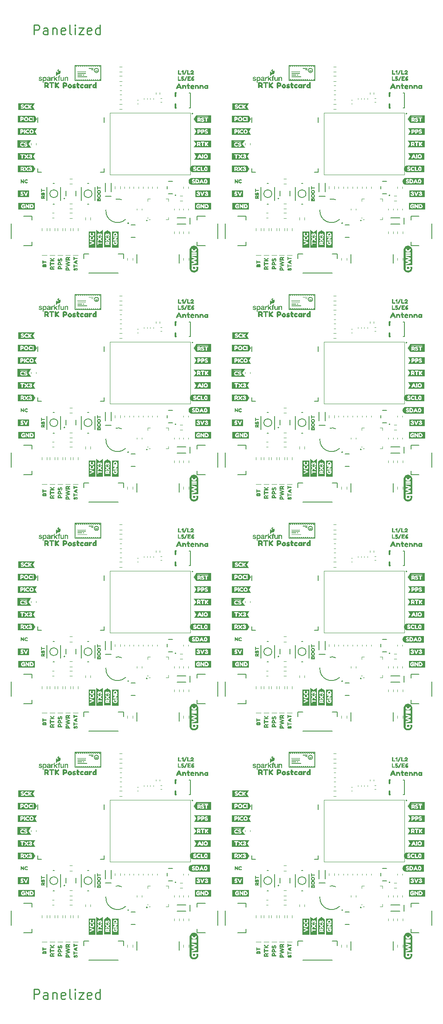
<source format=gto>
%TF.GenerationSoftware,KiCad,Pcbnew,8.0.7*%
%TF.CreationDate,2025-01-02T13:45:23-07:00*%
%TF.ProjectId,SparkFun_RTK_Postcard_panelized,53706172-6b46-4756-9e5f-52544b5f506f,rev?*%
%TF.SameCoordinates,Original*%
%TF.FileFunction,Legend,Top*%
%TF.FilePolarity,Positive*%
%FSLAX46Y46*%
G04 Gerber Fmt 4.6, Leading zero omitted, Abs format (unit mm)*
G04 Created by KiCad (PCBNEW 8.0.7) date 2025-01-02 13:45:23*
%MOMM*%
%LPD*%
G01*
G04 APERTURE LIST*
%ADD10C,0.250000*%
%ADD11C,0.000000*%
%ADD12C,0.120000*%
%ADD13C,0.203200*%
%ADD14C,0.200000*%
%ADD15C,0.152400*%
%ADD16C,0.177800*%
%ADD17C,0.304800*%
%ADD18C,0.100000*%
G04 APERTURE END LIST*
D10*
X5140663Y189174761D02*
X5140663Y191174761D01*
X5140663Y191174761D02*
X5902568Y191174761D01*
X5902568Y191174761D02*
X6093044Y191079523D01*
X6093044Y191079523D02*
X6188282Y190984285D01*
X6188282Y190984285D02*
X6283520Y190793809D01*
X6283520Y190793809D02*
X6283520Y190508095D01*
X6283520Y190508095D02*
X6188282Y190317619D01*
X6188282Y190317619D02*
X6093044Y190222380D01*
X6093044Y190222380D02*
X5902568Y190127142D01*
X5902568Y190127142D02*
X5140663Y190127142D01*
X7997806Y189174761D02*
X7997806Y190222380D01*
X7997806Y190222380D02*
X7902568Y190412857D01*
X7902568Y190412857D02*
X7712092Y190508095D01*
X7712092Y190508095D02*
X7331139Y190508095D01*
X7331139Y190508095D02*
X7140663Y190412857D01*
X7997806Y189270000D02*
X7807330Y189174761D01*
X7807330Y189174761D02*
X7331139Y189174761D01*
X7331139Y189174761D02*
X7140663Y189270000D01*
X7140663Y189270000D02*
X7045425Y189460476D01*
X7045425Y189460476D02*
X7045425Y189650952D01*
X7045425Y189650952D02*
X7140663Y189841428D01*
X7140663Y189841428D02*
X7331139Y189936666D01*
X7331139Y189936666D02*
X7807330Y189936666D01*
X7807330Y189936666D02*
X7997806Y190031904D01*
X8950187Y190508095D02*
X8950187Y189174761D01*
X8950187Y190317619D02*
X9045425Y190412857D01*
X9045425Y190412857D02*
X9235901Y190508095D01*
X9235901Y190508095D02*
X9521616Y190508095D01*
X9521616Y190508095D02*
X9712092Y190412857D01*
X9712092Y190412857D02*
X9807330Y190222380D01*
X9807330Y190222380D02*
X9807330Y189174761D01*
X11521616Y189270000D02*
X11331140Y189174761D01*
X11331140Y189174761D02*
X10950187Y189174761D01*
X10950187Y189174761D02*
X10759711Y189270000D01*
X10759711Y189270000D02*
X10664473Y189460476D01*
X10664473Y189460476D02*
X10664473Y190222380D01*
X10664473Y190222380D02*
X10759711Y190412857D01*
X10759711Y190412857D02*
X10950187Y190508095D01*
X10950187Y190508095D02*
X11331140Y190508095D01*
X11331140Y190508095D02*
X11521616Y190412857D01*
X11521616Y190412857D02*
X11616854Y190222380D01*
X11616854Y190222380D02*
X11616854Y190031904D01*
X11616854Y190031904D02*
X10664473Y189841428D01*
X12759711Y189174761D02*
X12569235Y189270000D01*
X12569235Y189270000D02*
X12473997Y189460476D01*
X12473997Y189460476D02*
X12473997Y191174761D01*
X13521616Y189174761D02*
X13521616Y190508095D01*
X13521616Y191174761D02*
X13426378Y191079523D01*
X13426378Y191079523D02*
X13521616Y190984285D01*
X13521616Y190984285D02*
X13616854Y191079523D01*
X13616854Y191079523D02*
X13521616Y191174761D01*
X13521616Y191174761D02*
X13521616Y190984285D01*
X14283521Y190508095D02*
X15331140Y190508095D01*
X15331140Y190508095D02*
X14283521Y189174761D01*
X14283521Y189174761D02*
X15331140Y189174761D01*
X16854950Y189270000D02*
X16664474Y189174761D01*
X16664474Y189174761D02*
X16283521Y189174761D01*
X16283521Y189174761D02*
X16093045Y189270000D01*
X16093045Y189270000D02*
X15997807Y189460476D01*
X15997807Y189460476D02*
X15997807Y190222380D01*
X15997807Y190222380D02*
X16093045Y190412857D01*
X16093045Y190412857D02*
X16283521Y190508095D01*
X16283521Y190508095D02*
X16664474Y190508095D01*
X16664474Y190508095D02*
X16854950Y190412857D01*
X16854950Y190412857D02*
X16950188Y190222380D01*
X16950188Y190222380D02*
X16950188Y190031904D01*
X16950188Y190031904D02*
X15997807Y189841428D01*
X18664474Y189174761D02*
X18664474Y191174761D01*
X18664474Y189270000D02*
X18473998Y189174761D01*
X18473998Y189174761D02*
X18093045Y189174761D01*
X18093045Y189174761D02*
X17902569Y189270000D01*
X17902569Y189270000D02*
X17807331Y189365238D01*
X17807331Y189365238D02*
X17712093Y189555714D01*
X17712093Y189555714D02*
X17712093Y190127142D01*
X17712093Y190127142D02*
X17807331Y190317619D01*
X17807331Y190317619D02*
X17902569Y190412857D01*
X17902569Y190412857D02*
X18093045Y190508095D01*
X18093045Y190508095D02*
X18473998Y190508095D01*
X18473998Y190508095D02*
X18664474Y190412857D01*
X5140663Y-7635238D02*
X5140663Y-5635238D01*
X5140663Y-5635238D02*
X5902568Y-5635238D01*
X5902568Y-5635238D02*
X6093044Y-5730476D01*
X6093044Y-5730476D02*
X6188282Y-5825714D01*
X6188282Y-5825714D02*
X6283520Y-6016190D01*
X6283520Y-6016190D02*
X6283520Y-6301904D01*
X6283520Y-6301904D02*
X6188282Y-6492380D01*
X6188282Y-6492380D02*
X6093044Y-6587619D01*
X6093044Y-6587619D02*
X5902568Y-6682857D01*
X5902568Y-6682857D02*
X5140663Y-6682857D01*
X7997806Y-7635238D02*
X7997806Y-6587619D01*
X7997806Y-6587619D02*
X7902568Y-6397142D01*
X7902568Y-6397142D02*
X7712092Y-6301904D01*
X7712092Y-6301904D02*
X7331139Y-6301904D01*
X7331139Y-6301904D02*
X7140663Y-6397142D01*
X7997806Y-7540000D02*
X7807330Y-7635238D01*
X7807330Y-7635238D02*
X7331139Y-7635238D01*
X7331139Y-7635238D02*
X7140663Y-7540000D01*
X7140663Y-7540000D02*
X7045425Y-7349523D01*
X7045425Y-7349523D02*
X7045425Y-7159047D01*
X7045425Y-7159047D02*
X7140663Y-6968571D01*
X7140663Y-6968571D02*
X7331139Y-6873333D01*
X7331139Y-6873333D02*
X7807330Y-6873333D01*
X7807330Y-6873333D02*
X7997806Y-6778095D01*
X8950187Y-6301904D02*
X8950187Y-7635238D01*
X8950187Y-6492380D02*
X9045425Y-6397142D01*
X9045425Y-6397142D02*
X9235901Y-6301904D01*
X9235901Y-6301904D02*
X9521616Y-6301904D01*
X9521616Y-6301904D02*
X9712092Y-6397142D01*
X9712092Y-6397142D02*
X9807330Y-6587619D01*
X9807330Y-6587619D02*
X9807330Y-7635238D01*
X11521616Y-7540000D02*
X11331140Y-7635238D01*
X11331140Y-7635238D02*
X10950187Y-7635238D01*
X10950187Y-7635238D02*
X10759711Y-7540000D01*
X10759711Y-7540000D02*
X10664473Y-7349523D01*
X10664473Y-7349523D02*
X10664473Y-6587619D01*
X10664473Y-6587619D02*
X10759711Y-6397142D01*
X10759711Y-6397142D02*
X10950187Y-6301904D01*
X10950187Y-6301904D02*
X11331140Y-6301904D01*
X11331140Y-6301904D02*
X11521616Y-6397142D01*
X11521616Y-6397142D02*
X11616854Y-6587619D01*
X11616854Y-6587619D02*
X11616854Y-6778095D01*
X11616854Y-6778095D02*
X10664473Y-6968571D01*
X12759711Y-7635238D02*
X12569235Y-7540000D01*
X12569235Y-7540000D02*
X12473997Y-7349523D01*
X12473997Y-7349523D02*
X12473997Y-5635238D01*
X13521616Y-7635238D02*
X13521616Y-6301904D01*
X13521616Y-5635238D02*
X13426378Y-5730476D01*
X13426378Y-5730476D02*
X13521616Y-5825714D01*
X13521616Y-5825714D02*
X13616854Y-5730476D01*
X13616854Y-5730476D02*
X13521616Y-5635238D01*
X13521616Y-5635238D02*
X13521616Y-5825714D01*
X14283521Y-6301904D02*
X15331140Y-6301904D01*
X15331140Y-6301904D02*
X14283521Y-7635238D01*
X14283521Y-7635238D02*
X15331140Y-7635238D01*
X16854950Y-7540000D02*
X16664474Y-7635238D01*
X16664474Y-7635238D02*
X16283521Y-7635238D01*
X16283521Y-7635238D02*
X16093045Y-7540000D01*
X16093045Y-7540000D02*
X15997807Y-7349523D01*
X15997807Y-7349523D02*
X15997807Y-6587619D01*
X15997807Y-6587619D02*
X16093045Y-6397142D01*
X16093045Y-6397142D02*
X16283521Y-6301904D01*
X16283521Y-6301904D02*
X16664474Y-6301904D01*
X16664474Y-6301904D02*
X16854950Y-6397142D01*
X16854950Y-6397142D02*
X16950188Y-6587619D01*
X16950188Y-6587619D02*
X16950188Y-6778095D01*
X16950188Y-6778095D02*
X15997807Y-6968571D01*
X18664474Y-7635238D02*
X18664474Y-5635238D01*
X18664474Y-7540000D02*
X18473998Y-7635238D01*
X18473998Y-7635238D02*
X18093045Y-7635238D01*
X18093045Y-7635238D02*
X17902569Y-7540000D01*
X17902569Y-7540000D02*
X17807331Y-7444761D01*
X17807331Y-7444761D02*
X17712093Y-7254285D01*
X17712093Y-7254285D02*
X17712093Y-6682857D01*
X17712093Y-6682857D02*
X17807331Y-6492380D01*
X17807331Y-6492380D02*
X17902569Y-6397142D01*
X17902569Y-6397142D02*
X18093045Y-6301904D01*
X18093045Y-6301904D02*
X18473998Y-6301904D01*
X18473998Y-6301904D02*
X18664474Y-6397142D01*
D11*
G36*
X61609398Y182363525D02*
G01*
X61635084Y182361565D01*
X61660400Y182358339D01*
X61685316Y182353877D01*
X61709798Y182348213D01*
X61733814Y182341378D01*
X61757333Y182333403D01*
X61780323Y182324323D01*
X61802750Y182314167D01*
X61824584Y182302969D01*
X61845793Y182290760D01*
X61866343Y182277573D01*
X61886204Y182263439D01*
X61905343Y182248391D01*
X61923727Y182232461D01*
X61941326Y182215681D01*
X61958106Y182198082D01*
X61974037Y182179698D01*
X61989085Y182160559D01*
X62003218Y182140698D01*
X62016405Y182120148D01*
X62028614Y182098939D01*
X62039812Y182077105D01*
X62049968Y182054677D01*
X62059048Y182031688D01*
X62067023Y182008169D01*
X62073858Y181984152D01*
X62079522Y181959670D01*
X62083984Y181934755D01*
X62087210Y181909439D01*
X62089170Y181883753D01*
X62089830Y181857730D01*
X62089171Y181831708D01*
X62087212Y181806023D01*
X62083987Y181780707D01*
X62079526Y181755792D01*
X62073862Y181731311D01*
X62067027Y181707295D01*
X62059054Y181683776D01*
X62049974Y181660787D01*
X62039819Y181638359D01*
X62028621Y181616525D01*
X62016412Y181595317D01*
X62003226Y181574766D01*
X61989092Y181554906D01*
X61974044Y181535767D01*
X61958114Y181517382D01*
X61941334Y181499783D01*
X61923735Y181483002D01*
X61905351Y181467072D01*
X61886212Y181452024D01*
X61866351Y181437890D01*
X61845800Y181424702D01*
X61824591Y181412493D01*
X61802757Y181401295D01*
X61780329Y181391139D01*
X61757339Y181382058D01*
X61733819Y181374083D01*
X61709802Y181367248D01*
X61685319Y181361583D01*
X61660403Y181357121D01*
X61635086Y181353895D01*
X61609399Y181351935D01*
X61583375Y181351275D01*
X61557352Y181351935D01*
X61531666Y181353895D01*
X61506350Y181357121D01*
X61481435Y181361583D01*
X61456953Y181367247D01*
X61432936Y181374082D01*
X61409417Y181382057D01*
X61386428Y181391137D01*
X61364000Y181401293D01*
X61342166Y181412491D01*
X61320957Y181424700D01*
X61300407Y181437887D01*
X61280546Y181452021D01*
X61261408Y181467068D01*
X61243023Y181482999D01*
X61225424Y181499779D01*
X61208644Y181517378D01*
X61192714Y181535762D01*
X61177666Y181554901D01*
X61163532Y181574762D01*
X61150345Y181595312D01*
X61138136Y181616521D01*
X61126938Y181638355D01*
X61116783Y181660782D01*
X61107702Y181683772D01*
X61099728Y181707291D01*
X61092892Y181731307D01*
X61087228Y181755789D01*
X61082766Y181780705D01*
X61079540Y181806021D01*
X61077581Y181831707D01*
X61076920Y181857730D01*
X61076921Y181857741D01*
X61242571Y181857741D01*
X61243015Y181840229D01*
X61244334Y181822945D01*
X61246505Y181805909D01*
X61249507Y181789144D01*
X61253319Y181772669D01*
X61257919Y181756508D01*
X61263285Y181740682D01*
X61269395Y181725212D01*
X61276229Y181710120D01*
X61283765Y181695427D01*
X61291981Y181681156D01*
X61300855Y181667327D01*
X61310366Y181653962D01*
X61320492Y181641083D01*
X61331212Y181628712D01*
X61342504Y181616869D01*
X61354346Y181605577D01*
X61366718Y181594857D01*
X61379597Y181584731D01*
X61392962Y181575220D01*
X61406790Y181566346D01*
X61421062Y181558130D01*
X61435755Y181550595D01*
X61450847Y181543761D01*
X61466317Y181537650D01*
X61482143Y181532284D01*
X61498304Y181527684D01*
X61514778Y181523872D01*
X61531544Y181520870D01*
X61548580Y181518699D01*
X61565864Y181517380D01*
X61583375Y181516936D01*
X61600887Y181517380D01*
X61618172Y181518699D01*
X61635209Y181520870D01*
X61651975Y181523872D01*
X61668450Y181527684D01*
X61684611Y181532284D01*
X61700438Y181537650D01*
X61715908Y181543761D01*
X61731000Y181550595D01*
X61745693Y181558131D01*
X61759965Y181566346D01*
X61773793Y181575220D01*
X61787158Y181584731D01*
X61800037Y181594857D01*
X61812408Y181605577D01*
X61824250Y181616869D01*
X61835542Y181628712D01*
X61846262Y181641083D01*
X61856388Y181653962D01*
X61865898Y181667327D01*
X61874772Y181681156D01*
X61882987Y181695427D01*
X61890523Y181710120D01*
X61897356Y181725212D01*
X61903467Y181740682D01*
X61908833Y181756508D01*
X61913432Y181772670D01*
X61917244Y181789144D01*
X61920246Y181805910D01*
X61922417Y181822945D01*
X61923735Y181840230D01*
X61924180Y181857741D01*
X61923735Y181875252D01*
X61922417Y181892536D01*
X61920246Y181909572D01*
X61917244Y181926337D01*
X61913432Y181942812D01*
X61908833Y181958973D01*
X61903467Y181974799D01*
X61897356Y181990269D01*
X61890523Y182005361D01*
X61882987Y182020054D01*
X61874772Y182034325D01*
X61865898Y182048154D01*
X61856388Y182061519D01*
X61846262Y182074398D01*
X61835542Y182086769D01*
X61824250Y182098612D01*
X61812408Y182109904D01*
X61800037Y182120624D01*
X61787158Y182130750D01*
X61773793Y182140261D01*
X61759965Y182149135D01*
X61745693Y182157351D01*
X61731000Y182164886D01*
X61715908Y182171720D01*
X61700438Y182177831D01*
X61684611Y182183197D01*
X61668450Y182187797D01*
X61651975Y182191609D01*
X61635209Y182194611D01*
X61618172Y182196782D01*
X61600887Y182198101D01*
X61583375Y182198545D01*
X61565863Y182198101D01*
X61548578Y182196782D01*
X61531542Y182194611D01*
X61514775Y182191609D01*
X61498301Y182187797D01*
X61482139Y182183197D01*
X61466312Y182177831D01*
X61450842Y182171720D01*
X61435750Y182164886D01*
X61421057Y182157351D01*
X61406786Y182149135D01*
X61392957Y182140261D01*
X61379592Y182130750D01*
X61366714Y182120624D01*
X61354342Y182109904D01*
X61342500Y182098612D01*
X61331208Y182086769D01*
X61320488Y182074398D01*
X61310363Y182061519D01*
X61300852Y182048154D01*
X61291978Y182034325D01*
X61283763Y182020054D01*
X61276228Y182005361D01*
X61269394Y181990269D01*
X61263283Y181974799D01*
X61257918Y181958973D01*
X61253318Y181942812D01*
X61249507Y181926337D01*
X61246505Y181909572D01*
X61244333Y181892536D01*
X61243015Y181875252D01*
X61242571Y181857741D01*
X61076921Y181857741D01*
X61077581Y181883753D01*
X61079540Y181909439D01*
X61082766Y181934755D01*
X61087228Y181959670D01*
X61092892Y181984152D01*
X61099728Y182008169D01*
X61107702Y182031688D01*
X61116783Y182054677D01*
X61126938Y182077105D01*
X61138136Y182098939D01*
X61150345Y182120148D01*
X61163532Y182140698D01*
X61177666Y182160559D01*
X61192714Y182179698D01*
X61208644Y182198082D01*
X61225424Y182215681D01*
X61243023Y182232461D01*
X61261408Y182248391D01*
X61280546Y182263439D01*
X61300407Y182277573D01*
X61320957Y182290760D01*
X61342166Y182302969D01*
X61364000Y182314167D01*
X61386428Y182324323D01*
X61409417Y182333403D01*
X61432936Y182341378D01*
X61456953Y182348213D01*
X61481435Y182353877D01*
X61506350Y182358339D01*
X61531666Y182361565D01*
X61557352Y182363525D01*
X61583375Y182364185D01*
X61609398Y182363525D01*
G37*
G36*
X61609398Y135635525D02*
G01*
X61635084Y135633565D01*
X61660400Y135630339D01*
X61685316Y135625877D01*
X61709798Y135620213D01*
X61733814Y135613378D01*
X61757333Y135605403D01*
X61780323Y135596323D01*
X61802750Y135586167D01*
X61824584Y135574969D01*
X61845793Y135562760D01*
X61866343Y135549573D01*
X61886204Y135535439D01*
X61905343Y135520391D01*
X61923727Y135504461D01*
X61941326Y135487681D01*
X61958106Y135470082D01*
X61974037Y135451698D01*
X61989085Y135432559D01*
X62003218Y135412698D01*
X62016405Y135392148D01*
X62028614Y135370939D01*
X62039812Y135349105D01*
X62049968Y135326677D01*
X62059048Y135303688D01*
X62067023Y135280169D01*
X62073858Y135256152D01*
X62079522Y135231670D01*
X62083984Y135206755D01*
X62087210Y135181439D01*
X62089170Y135155753D01*
X62089830Y135129730D01*
X62089171Y135103708D01*
X62087212Y135078023D01*
X62083987Y135052707D01*
X62079526Y135027792D01*
X62073862Y135003311D01*
X62067027Y134979295D01*
X62059054Y134955776D01*
X62049974Y134932787D01*
X62039819Y134910359D01*
X62028621Y134888525D01*
X62016412Y134867317D01*
X62003226Y134846766D01*
X61989092Y134826906D01*
X61974044Y134807767D01*
X61958114Y134789382D01*
X61941334Y134771783D01*
X61923735Y134755002D01*
X61905351Y134739072D01*
X61886212Y134724024D01*
X61866351Y134709890D01*
X61845800Y134696702D01*
X61824591Y134684493D01*
X61802757Y134673295D01*
X61780329Y134663139D01*
X61757339Y134654058D01*
X61733819Y134646083D01*
X61709802Y134639248D01*
X61685319Y134633583D01*
X61660403Y134629121D01*
X61635086Y134625895D01*
X61609399Y134623935D01*
X61583375Y134623275D01*
X61557352Y134623935D01*
X61531666Y134625895D01*
X61506350Y134629121D01*
X61481435Y134633583D01*
X61456953Y134639247D01*
X61432936Y134646082D01*
X61409417Y134654057D01*
X61386428Y134663137D01*
X61364000Y134673293D01*
X61342166Y134684491D01*
X61320957Y134696700D01*
X61300407Y134709887D01*
X61280546Y134724021D01*
X61261408Y134739068D01*
X61243023Y134754999D01*
X61225424Y134771779D01*
X61208644Y134789378D01*
X61192714Y134807762D01*
X61177666Y134826901D01*
X61163532Y134846762D01*
X61150345Y134867312D01*
X61138136Y134888521D01*
X61126938Y134910355D01*
X61116783Y134932782D01*
X61107702Y134955772D01*
X61099728Y134979291D01*
X61092892Y135003307D01*
X61087228Y135027789D01*
X61082766Y135052705D01*
X61079540Y135078021D01*
X61077581Y135103707D01*
X61076920Y135129730D01*
X61076921Y135129741D01*
X61242571Y135129741D01*
X61243015Y135112229D01*
X61244334Y135094945D01*
X61246505Y135077909D01*
X61249507Y135061144D01*
X61253319Y135044669D01*
X61257919Y135028508D01*
X61263285Y135012682D01*
X61269395Y134997212D01*
X61276229Y134982120D01*
X61283765Y134967427D01*
X61291981Y134953156D01*
X61300855Y134939327D01*
X61310366Y134925962D01*
X61320492Y134913083D01*
X61331212Y134900712D01*
X61342504Y134888869D01*
X61354346Y134877577D01*
X61366718Y134866857D01*
X61379597Y134856731D01*
X61392962Y134847220D01*
X61406790Y134838346D01*
X61421062Y134830130D01*
X61435755Y134822595D01*
X61450847Y134815761D01*
X61466317Y134809650D01*
X61482143Y134804284D01*
X61498304Y134799684D01*
X61514778Y134795872D01*
X61531544Y134792870D01*
X61548580Y134790699D01*
X61565864Y134789380D01*
X61583375Y134788936D01*
X61600887Y134789380D01*
X61618172Y134790699D01*
X61635209Y134792870D01*
X61651975Y134795872D01*
X61668450Y134799684D01*
X61684611Y134804284D01*
X61700438Y134809650D01*
X61715908Y134815761D01*
X61731000Y134822595D01*
X61745693Y134830131D01*
X61759965Y134838346D01*
X61773793Y134847220D01*
X61787158Y134856731D01*
X61800037Y134866857D01*
X61812408Y134877577D01*
X61824250Y134888869D01*
X61835542Y134900712D01*
X61846262Y134913083D01*
X61856388Y134925962D01*
X61865898Y134939327D01*
X61874772Y134953156D01*
X61882987Y134967427D01*
X61890523Y134982120D01*
X61897356Y134997212D01*
X61903467Y135012682D01*
X61908833Y135028508D01*
X61913432Y135044670D01*
X61917244Y135061144D01*
X61920246Y135077910D01*
X61922417Y135094945D01*
X61923735Y135112230D01*
X61924180Y135129741D01*
X61923735Y135147252D01*
X61922417Y135164536D01*
X61920246Y135181572D01*
X61917244Y135198337D01*
X61913432Y135214812D01*
X61908833Y135230973D01*
X61903467Y135246799D01*
X61897356Y135262269D01*
X61890523Y135277361D01*
X61882987Y135292054D01*
X61874772Y135306325D01*
X61865898Y135320154D01*
X61856388Y135333519D01*
X61846262Y135346398D01*
X61835542Y135358769D01*
X61824250Y135370612D01*
X61812408Y135381904D01*
X61800037Y135392624D01*
X61787158Y135402750D01*
X61773793Y135412261D01*
X61759965Y135421135D01*
X61745693Y135429351D01*
X61731000Y135436886D01*
X61715908Y135443720D01*
X61700438Y135449831D01*
X61684611Y135455197D01*
X61668450Y135459797D01*
X61651975Y135463609D01*
X61635209Y135466611D01*
X61618172Y135468782D01*
X61600887Y135470101D01*
X61583375Y135470545D01*
X61565863Y135470101D01*
X61548578Y135468782D01*
X61531542Y135466611D01*
X61514775Y135463609D01*
X61498301Y135459797D01*
X61482139Y135455197D01*
X61466312Y135449831D01*
X61450842Y135443720D01*
X61435750Y135436886D01*
X61421057Y135429351D01*
X61406786Y135421135D01*
X61392957Y135412261D01*
X61379592Y135402750D01*
X61366714Y135392624D01*
X61354342Y135381904D01*
X61342500Y135370612D01*
X61331208Y135358769D01*
X61320488Y135346398D01*
X61310363Y135333519D01*
X61300852Y135320154D01*
X61291978Y135306325D01*
X61283763Y135292054D01*
X61276228Y135277361D01*
X61269394Y135262269D01*
X61263283Y135246799D01*
X61257918Y135230973D01*
X61253318Y135214812D01*
X61249507Y135198337D01*
X61246505Y135181572D01*
X61244333Y135164536D01*
X61243015Y135147252D01*
X61242571Y135129741D01*
X61076921Y135129741D01*
X61077581Y135155753D01*
X61079540Y135181439D01*
X61082766Y135206755D01*
X61087228Y135231670D01*
X61092892Y135256152D01*
X61099728Y135280169D01*
X61107702Y135303688D01*
X61116783Y135326677D01*
X61126938Y135349105D01*
X61138136Y135370939D01*
X61150345Y135392148D01*
X61163532Y135412698D01*
X61177666Y135432559D01*
X61192714Y135451698D01*
X61208644Y135470082D01*
X61225424Y135487681D01*
X61243023Y135504461D01*
X61261408Y135520391D01*
X61280546Y135535439D01*
X61300407Y135549573D01*
X61320957Y135562760D01*
X61342166Y135574969D01*
X61364000Y135586167D01*
X61386428Y135596323D01*
X61409417Y135605403D01*
X61432936Y135613378D01*
X61456953Y135620213D01*
X61481435Y135625877D01*
X61506350Y135630339D01*
X61531666Y135633565D01*
X61557352Y135635525D01*
X61583375Y135636185D01*
X61609398Y135635525D01*
G37*
G36*
X61609398Y88907525D02*
G01*
X61635084Y88905565D01*
X61660400Y88902339D01*
X61685316Y88897877D01*
X61709798Y88892213D01*
X61733814Y88885378D01*
X61757333Y88877403D01*
X61780323Y88868323D01*
X61802750Y88858167D01*
X61824584Y88846969D01*
X61845793Y88834760D01*
X61866343Y88821573D01*
X61886204Y88807439D01*
X61905343Y88792391D01*
X61923727Y88776461D01*
X61941326Y88759681D01*
X61958106Y88742082D01*
X61974037Y88723698D01*
X61989085Y88704559D01*
X62003218Y88684698D01*
X62016405Y88664148D01*
X62028614Y88642939D01*
X62039812Y88621105D01*
X62049968Y88598677D01*
X62059048Y88575688D01*
X62067023Y88552169D01*
X62073858Y88528152D01*
X62079522Y88503670D01*
X62083984Y88478755D01*
X62087210Y88453439D01*
X62089170Y88427753D01*
X62089830Y88401730D01*
X62089171Y88375708D01*
X62087212Y88350023D01*
X62083987Y88324707D01*
X62079526Y88299792D01*
X62073862Y88275311D01*
X62067027Y88251295D01*
X62059054Y88227776D01*
X62049974Y88204787D01*
X62039819Y88182359D01*
X62028621Y88160525D01*
X62016412Y88139317D01*
X62003226Y88118766D01*
X61989092Y88098906D01*
X61974044Y88079767D01*
X61958114Y88061382D01*
X61941334Y88043783D01*
X61923735Y88027002D01*
X61905351Y88011072D01*
X61886212Y87996024D01*
X61866351Y87981890D01*
X61845800Y87968702D01*
X61824591Y87956493D01*
X61802757Y87945295D01*
X61780329Y87935139D01*
X61757339Y87926058D01*
X61733819Y87918083D01*
X61709802Y87911248D01*
X61685319Y87905583D01*
X61660403Y87901121D01*
X61635086Y87897895D01*
X61609399Y87895935D01*
X61583375Y87895275D01*
X61557352Y87895935D01*
X61531666Y87897895D01*
X61506350Y87901121D01*
X61481435Y87905583D01*
X61456953Y87911247D01*
X61432936Y87918082D01*
X61409417Y87926057D01*
X61386428Y87935137D01*
X61364000Y87945293D01*
X61342166Y87956491D01*
X61320957Y87968700D01*
X61300407Y87981887D01*
X61280546Y87996021D01*
X61261408Y88011068D01*
X61243023Y88026999D01*
X61225424Y88043779D01*
X61208644Y88061378D01*
X61192714Y88079762D01*
X61177666Y88098901D01*
X61163532Y88118762D01*
X61150345Y88139312D01*
X61138136Y88160521D01*
X61126938Y88182355D01*
X61116783Y88204782D01*
X61107702Y88227772D01*
X61099728Y88251291D01*
X61092892Y88275307D01*
X61087228Y88299789D01*
X61082766Y88324705D01*
X61079540Y88350021D01*
X61077581Y88375707D01*
X61076920Y88401730D01*
X61076921Y88401741D01*
X61242571Y88401741D01*
X61243015Y88384229D01*
X61244334Y88366945D01*
X61246505Y88349909D01*
X61249507Y88333144D01*
X61253319Y88316669D01*
X61257919Y88300508D01*
X61263285Y88284682D01*
X61269395Y88269212D01*
X61276229Y88254120D01*
X61283765Y88239427D01*
X61291981Y88225156D01*
X61300855Y88211327D01*
X61310366Y88197962D01*
X61320492Y88185083D01*
X61331212Y88172712D01*
X61342504Y88160869D01*
X61354346Y88149577D01*
X61366718Y88138857D01*
X61379597Y88128731D01*
X61392962Y88119220D01*
X61406790Y88110346D01*
X61421062Y88102130D01*
X61435755Y88094595D01*
X61450847Y88087761D01*
X61466317Y88081650D01*
X61482143Y88076284D01*
X61498304Y88071684D01*
X61514778Y88067872D01*
X61531544Y88064870D01*
X61548580Y88062699D01*
X61565864Y88061380D01*
X61583375Y88060936D01*
X61600887Y88061380D01*
X61618172Y88062699D01*
X61635209Y88064870D01*
X61651975Y88067872D01*
X61668450Y88071684D01*
X61684611Y88076284D01*
X61700438Y88081650D01*
X61715908Y88087761D01*
X61731000Y88094595D01*
X61745693Y88102131D01*
X61759965Y88110346D01*
X61773793Y88119220D01*
X61787158Y88128731D01*
X61800037Y88138857D01*
X61812408Y88149577D01*
X61824250Y88160869D01*
X61835542Y88172712D01*
X61846262Y88185083D01*
X61856388Y88197962D01*
X61865898Y88211327D01*
X61874772Y88225156D01*
X61882987Y88239427D01*
X61890523Y88254120D01*
X61897356Y88269212D01*
X61903467Y88284682D01*
X61908833Y88300508D01*
X61913432Y88316670D01*
X61917244Y88333144D01*
X61920246Y88349910D01*
X61922417Y88366945D01*
X61923735Y88384230D01*
X61924180Y88401741D01*
X61923735Y88419252D01*
X61922417Y88436536D01*
X61920246Y88453572D01*
X61917244Y88470337D01*
X61913432Y88486812D01*
X61908833Y88502973D01*
X61903467Y88518799D01*
X61897356Y88534269D01*
X61890523Y88549361D01*
X61882987Y88564054D01*
X61874772Y88578325D01*
X61865898Y88592154D01*
X61856388Y88605519D01*
X61846262Y88618398D01*
X61835542Y88630769D01*
X61824250Y88642612D01*
X61812408Y88653904D01*
X61800037Y88664624D01*
X61787158Y88674750D01*
X61773793Y88684261D01*
X61759965Y88693135D01*
X61745693Y88701351D01*
X61731000Y88708886D01*
X61715908Y88715720D01*
X61700438Y88721831D01*
X61684611Y88727197D01*
X61668450Y88731797D01*
X61651975Y88735609D01*
X61635209Y88738611D01*
X61618172Y88740782D01*
X61600887Y88742101D01*
X61583375Y88742545D01*
X61565863Y88742101D01*
X61548578Y88740782D01*
X61531542Y88738611D01*
X61514775Y88735609D01*
X61498301Y88731797D01*
X61482139Y88727197D01*
X61466312Y88721831D01*
X61450842Y88715720D01*
X61435750Y88708886D01*
X61421057Y88701351D01*
X61406786Y88693135D01*
X61392957Y88684261D01*
X61379592Y88674750D01*
X61366714Y88664624D01*
X61354342Y88653904D01*
X61342500Y88642612D01*
X61331208Y88630769D01*
X61320488Y88618398D01*
X61310363Y88605519D01*
X61300852Y88592154D01*
X61291978Y88578325D01*
X61283763Y88564054D01*
X61276228Y88549361D01*
X61269394Y88534269D01*
X61263283Y88518799D01*
X61257918Y88502973D01*
X61253318Y88486812D01*
X61249507Y88470337D01*
X61246505Y88453572D01*
X61244333Y88436536D01*
X61243015Y88419252D01*
X61242571Y88401741D01*
X61076921Y88401741D01*
X61077581Y88427753D01*
X61079540Y88453439D01*
X61082766Y88478755D01*
X61087228Y88503670D01*
X61092892Y88528152D01*
X61099728Y88552169D01*
X61107702Y88575688D01*
X61116783Y88598677D01*
X61126938Y88621105D01*
X61138136Y88642939D01*
X61150345Y88664148D01*
X61163532Y88684698D01*
X61177666Y88704559D01*
X61192714Y88723698D01*
X61208644Y88742082D01*
X61225424Y88759681D01*
X61243023Y88776461D01*
X61261408Y88792391D01*
X61280546Y88807439D01*
X61300407Y88821573D01*
X61320957Y88834760D01*
X61342166Y88846969D01*
X61364000Y88858167D01*
X61386428Y88868323D01*
X61409417Y88877403D01*
X61432936Y88885378D01*
X61456953Y88892213D01*
X61481435Y88897877D01*
X61506350Y88902339D01*
X61531666Y88905565D01*
X61557352Y88907525D01*
X61583375Y88908185D01*
X61609398Y88907525D01*
G37*
G36*
X61609398Y42179525D02*
G01*
X61635084Y42177565D01*
X61660400Y42174339D01*
X61685316Y42169877D01*
X61709798Y42164213D01*
X61733814Y42157378D01*
X61757333Y42149403D01*
X61780323Y42140323D01*
X61802750Y42130167D01*
X61824584Y42118969D01*
X61845793Y42106760D01*
X61866343Y42093573D01*
X61886204Y42079439D01*
X61905343Y42064391D01*
X61923727Y42048461D01*
X61941326Y42031681D01*
X61958106Y42014082D01*
X61974037Y41995698D01*
X61989085Y41976559D01*
X62003218Y41956698D01*
X62016405Y41936148D01*
X62028614Y41914939D01*
X62039812Y41893105D01*
X62049968Y41870677D01*
X62059048Y41847688D01*
X62067023Y41824169D01*
X62073858Y41800152D01*
X62079522Y41775670D01*
X62083984Y41750755D01*
X62087210Y41725439D01*
X62089170Y41699753D01*
X62089830Y41673730D01*
X62089171Y41647708D01*
X62087212Y41622023D01*
X62083987Y41596707D01*
X62079526Y41571792D01*
X62073862Y41547311D01*
X62067027Y41523295D01*
X62059054Y41499776D01*
X62049974Y41476787D01*
X62039819Y41454359D01*
X62028621Y41432525D01*
X62016412Y41411317D01*
X62003226Y41390766D01*
X61989092Y41370906D01*
X61974044Y41351767D01*
X61958114Y41333382D01*
X61941334Y41315783D01*
X61923735Y41299002D01*
X61905351Y41283072D01*
X61886212Y41268024D01*
X61866351Y41253890D01*
X61845800Y41240702D01*
X61824591Y41228493D01*
X61802757Y41217295D01*
X61780329Y41207139D01*
X61757339Y41198058D01*
X61733819Y41190083D01*
X61709802Y41183248D01*
X61685319Y41177583D01*
X61660403Y41173121D01*
X61635086Y41169895D01*
X61609399Y41167935D01*
X61583375Y41167275D01*
X61557352Y41167935D01*
X61531666Y41169895D01*
X61506350Y41173121D01*
X61481435Y41177583D01*
X61456953Y41183247D01*
X61432936Y41190082D01*
X61409417Y41198057D01*
X61386428Y41207137D01*
X61364000Y41217293D01*
X61342166Y41228491D01*
X61320957Y41240700D01*
X61300407Y41253887D01*
X61280546Y41268021D01*
X61261408Y41283068D01*
X61243023Y41298999D01*
X61225424Y41315779D01*
X61208644Y41333378D01*
X61192714Y41351762D01*
X61177666Y41370901D01*
X61163532Y41390762D01*
X61150345Y41411312D01*
X61138136Y41432521D01*
X61126938Y41454355D01*
X61116783Y41476782D01*
X61107702Y41499772D01*
X61099728Y41523291D01*
X61092892Y41547307D01*
X61087228Y41571789D01*
X61082766Y41596705D01*
X61079540Y41622021D01*
X61077581Y41647707D01*
X61076920Y41673730D01*
X61076921Y41673741D01*
X61242571Y41673741D01*
X61243015Y41656229D01*
X61244334Y41638945D01*
X61246505Y41621909D01*
X61249507Y41605144D01*
X61253319Y41588669D01*
X61257919Y41572508D01*
X61263285Y41556682D01*
X61269395Y41541212D01*
X61276229Y41526120D01*
X61283765Y41511427D01*
X61291981Y41497156D01*
X61300855Y41483327D01*
X61310366Y41469962D01*
X61320492Y41457083D01*
X61331212Y41444712D01*
X61342504Y41432869D01*
X61354346Y41421577D01*
X61366718Y41410857D01*
X61379597Y41400731D01*
X61392962Y41391220D01*
X61406790Y41382346D01*
X61421062Y41374130D01*
X61435755Y41366595D01*
X61450847Y41359761D01*
X61466317Y41353650D01*
X61482143Y41348284D01*
X61498304Y41343684D01*
X61514778Y41339872D01*
X61531544Y41336870D01*
X61548580Y41334699D01*
X61565864Y41333380D01*
X61583375Y41332936D01*
X61600887Y41333380D01*
X61618172Y41334699D01*
X61635209Y41336870D01*
X61651975Y41339872D01*
X61668450Y41343684D01*
X61684611Y41348284D01*
X61700438Y41353650D01*
X61715908Y41359761D01*
X61731000Y41366595D01*
X61745693Y41374131D01*
X61759965Y41382346D01*
X61773793Y41391220D01*
X61787158Y41400731D01*
X61800037Y41410857D01*
X61812408Y41421577D01*
X61824250Y41432869D01*
X61835542Y41444712D01*
X61846262Y41457083D01*
X61856388Y41469962D01*
X61865898Y41483327D01*
X61874772Y41497156D01*
X61882987Y41511427D01*
X61890523Y41526120D01*
X61897356Y41541212D01*
X61903467Y41556682D01*
X61908833Y41572508D01*
X61913432Y41588670D01*
X61917244Y41605144D01*
X61920246Y41621910D01*
X61922417Y41638945D01*
X61923735Y41656230D01*
X61924180Y41673741D01*
X61923735Y41691252D01*
X61922417Y41708536D01*
X61920246Y41725572D01*
X61917244Y41742337D01*
X61913432Y41758812D01*
X61908833Y41774973D01*
X61903467Y41790799D01*
X61897356Y41806269D01*
X61890523Y41821361D01*
X61882987Y41836054D01*
X61874772Y41850325D01*
X61865898Y41864154D01*
X61856388Y41877519D01*
X61846262Y41890398D01*
X61835542Y41902769D01*
X61824250Y41914612D01*
X61812408Y41925904D01*
X61800037Y41936624D01*
X61787158Y41946750D01*
X61773793Y41956261D01*
X61759965Y41965135D01*
X61745693Y41973351D01*
X61731000Y41980886D01*
X61715908Y41987720D01*
X61700438Y41993831D01*
X61684611Y41999197D01*
X61668450Y42003797D01*
X61651975Y42007609D01*
X61635209Y42010611D01*
X61618172Y42012782D01*
X61600887Y42014101D01*
X61583375Y42014545D01*
X61565863Y42014101D01*
X61548578Y42012782D01*
X61531542Y42010611D01*
X61514775Y42007609D01*
X61498301Y42003797D01*
X61482139Y41999197D01*
X61466312Y41993831D01*
X61450842Y41987720D01*
X61435750Y41980886D01*
X61421057Y41973351D01*
X61406786Y41965135D01*
X61392957Y41956261D01*
X61379592Y41946750D01*
X61366714Y41936624D01*
X61354342Y41925904D01*
X61342500Y41914612D01*
X61331208Y41902769D01*
X61320488Y41890398D01*
X61310363Y41877519D01*
X61300852Y41864154D01*
X61291978Y41850325D01*
X61283763Y41836054D01*
X61276228Y41821361D01*
X61269394Y41806269D01*
X61263283Y41790799D01*
X61257918Y41774973D01*
X61253318Y41758812D01*
X61249507Y41742337D01*
X61246505Y41725572D01*
X61244333Y41708536D01*
X61243015Y41691252D01*
X61242571Y41673741D01*
X61076921Y41673741D01*
X61077581Y41699753D01*
X61079540Y41725439D01*
X61082766Y41750755D01*
X61087228Y41775670D01*
X61092892Y41800152D01*
X61099728Y41824169D01*
X61107702Y41847688D01*
X61116783Y41870677D01*
X61126938Y41893105D01*
X61138136Y41914939D01*
X61150345Y41936148D01*
X61163532Y41956698D01*
X61177666Y41976559D01*
X61192714Y41995698D01*
X61208644Y42014082D01*
X61225424Y42031681D01*
X61243023Y42048461D01*
X61261408Y42064391D01*
X61280546Y42079439D01*
X61300407Y42093573D01*
X61320957Y42106760D01*
X61342166Y42118969D01*
X61364000Y42130167D01*
X61386428Y42140323D01*
X61409417Y42149403D01*
X61432936Y42157378D01*
X61456953Y42164213D01*
X61481435Y42169877D01*
X61506350Y42174339D01*
X61531666Y42177565D01*
X61557352Y42179525D01*
X61583375Y42180185D01*
X61609398Y42179525D01*
G37*
G36*
X17929398Y182363525D02*
G01*
X17955084Y182361565D01*
X17980400Y182358339D01*
X18005316Y182353877D01*
X18029798Y182348213D01*
X18053814Y182341378D01*
X18077333Y182333403D01*
X18100323Y182324323D01*
X18122750Y182314167D01*
X18144584Y182302969D01*
X18165793Y182290760D01*
X18186343Y182277573D01*
X18206204Y182263439D01*
X18225343Y182248391D01*
X18243727Y182232461D01*
X18261326Y182215681D01*
X18278106Y182198082D01*
X18294037Y182179698D01*
X18309085Y182160559D01*
X18323218Y182140698D01*
X18336405Y182120148D01*
X18348614Y182098939D01*
X18359812Y182077105D01*
X18369968Y182054677D01*
X18379048Y182031688D01*
X18387023Y182008169D01*
X18393858Y181984152D01*
X18399522Y181959670D01*
X18403984Y181934755D01*
X18407210Y181909439D01*
X18409170Y181883753D01*
X18409830Y181857730D01*
X18409171Y181831708D01*
X18407212Y181806023D01*
X18403987Y181780707D01*
X18399526Y181755792D01*
X18393862Y181731311D01*
X18387027Y181707295D01*
X18379054Y181683776D01*
X18369974Y181660787D01*
X18359819Y181638359D01*
X18348621Y181616525D01*
X18336412Y181595317D01*
X18323226Y181574766D01*
X18309092Y181554906D01*
X18294044Y181535767D01*
X18278114Y181517382D01*
X18261334Y181499783D01*
X18243735Y181483002D01*
X18225351Y181467072D01*
X18206212Y181452024D01*
X18186351Y181437890D01*
X18165800Y181424702D01*
X18144591Y181412493D01*
X18122757Y181401295D01*
X18100329Y181391139D01*
X18077339Y181382058D01*
X18053819Y181374083D01*
X18029802Y181367248D01*
X18005319Y181361583D01*
X17980403Y181357121D01*
X17955086Y181353895D01*
X17929399Y181351935D01*
X17903375Y181351275D01*
X17877352Y181351935D01*
X17851666Y181353895D01*
X17826350Y181357121D01*
X17801435Y181361583D01*
X17776953Y181367247D01*
X17752936Y181374082D01*
X17729417Y181382057D01*
X17706428Y181391137D01*
X17684000Y181401293D01*
X17662166Y181412491D01*
X17640957Y181424700D01*
X17620407Y181437887D01*
X17600546Y181452021D01*
X17581408Y181467068D01*
X17563023Y181482999D01*
X17545424Y181499779D01*
X17528644Y181517378D01*
X17512714Y181535762D01*
X17497666Y181554901D01*
X17483532Y181574762D01*
X17470345Y181595312D01*
X17458136Y181616521D01*
X17446938Y181638355D01*
X17436783Y181660782D01*
X17427702Y181683772D01*
X17419728Y181707291D01*
X17412892Y181731307D01*
X17407228Y181755789D01*
X17402766Y181780705D01*
X17399540Y181806021D01*
X17397581Y181831707D01*
X17396920Y181857730D01*
X17396921Y181857741D01*
X17562571Y181857741D01*
X17563015Y181840229D01*
X17564334Y181822945D01*
X17566505Y181805909D01*
X17569507Y181789144D01*
X17573319Y181772669D01*
X17577919Y181756508D01*
X17583285Y181740682D01*
X17589395Y181725212D01*
X17596229Y181710120D01*
X17603765Y181695427D01*
X17611981Y181681156D01*
X17620855Y181667327D01*
X17630366Y181653962D01*
X17640492Y181641083D01*
X17651212Y181628712D01*
X17662504Y181616869D01*
X17674346Y181605577D01*
X17686718Y181594857D01*
X17699597Y181584731D01*
X17712962Y181575220D01*
X17726790Y181566346D01*
X17741062Y181558130D01*
X17755755Y181550595D01*
X17770847Y181543761D01*
X17786317Y181537650D01*
X17802143Y181532284D01*
X17818304Y181527684D01*
X17834778Y181523872D01*
X17851544Y181520870D01*
X17868580Y181518699D01*
X17885864Y181517380D01*
X17903375Y181516936D01*
X17920887Y181517380D01*
X17938172Y181518699D01*
X17955209Y181520870D01*
X17971975Y181523872D01*
X17988450Y181527684D01*
X18004611Y181532284D01*
X18020438Y181537650D01*
X18035908Y181543761D01*
X18051000Y181550595D01*
X18065693Y181558131D01*
X18079965Y181566346D01*
X18093793Y181575220D01*
X18107158Y181584731D01*
X18120037Y181594857D01*
X18132408Y181605577D01*
X18144250Y181616869D01*
X18155542Y181628712D01*
X18166262Y181641083D01*
X18176388Y181653962D01*
X18185898Y181667327D01*
X18194772Y181681156D01*
X18202987Y181695427D01*
X18210523Y181710120D01*
X18217356Y181725212D01*
X18223467Y181740682D01*
X18228833Y181756508D01*
X18233432Y181772670D01*
X18237244Y181789144D01*
X18240246Y181805910D01*
X18242417Y181822945D01*
X18243735Y181840230D01*
X18244180Y181857741D01*
X18243735Y181875252D01*
X18242417Y181892536D01*
X18240246Y181909572D01*
X18237244Y181926337D01*
X18233432Y181942812D01*
X18228833Y181958973D01*
X18223467Y181974799D01*
X18217356Y181990269D01*
X18210523Y182005361D01*
X18202987Y182020054D01*
X18194772Y182034325D01*
X18185898Y182048154D01*
X18176388Y182061519D01*
X18166262Y182074398D01*
X18155542Y182086769D01*
X18144250Y182098612D01*
X18132408Y182109904D01*
X18120037Y182120624D01*
X18107158Y182130750D01*
X18093793Y182140261D01*
X18079965Y182149135D01*
X18065693Y182157351D01*
X18051000Y182164886D01*
X18035908Y182171720D01*
X18020438Y182177831D01*
X18004611Y182183197D01*
X17988450Y182187797D01*
X17971975Y182191609D01*
X17955209Y182194611D01*
X17938172Y182196782D01*
X17920887Y182198101D01*
X17903375Y182198545D01*
X17885863Y182198101D01*
X17868578Y182196782D01*
X17851542Y182194611D01*
X17834775Y182191609D01*
X17818301Y182187797D01*
X17802139Y182183197D01*
X17786312Y182177831D01*
X17770842Y182171720D01*
X17755750Y182164886D01*
X17741057Y182157351D01*
X17726786Y182149135D01*
X17712957Y182140261D01*
X17699592Y182130750D01*
X17686714Y182120624D01*
X17674342Y182109904D01*
X17662500Y182098612D01*
X17651208Y182086769D01*
X17640488Y182074398D01*
X17630363Y182061519D01*
X17620852Y182048154D01*
X17611978Y182034325D01*
X17603763Y182020054D01*
X17596228Y182005361D01*
X17589394Y181990269D01*
X17583283Y181974799D01*
X17577918Y181958973D01*
X17573318Y181942812D01*
X17569507Y181926337D01*
X17566505Y181909572D01*
X17564333Y181892536D01*
X17563015Y181875252D01*
X17562571Y181857741D01*
X17396921Y181857741D01*
X17397581Y181883753D01*
X17399540Y181909439D01*
X17402766Y181934755D01*
X17407228Y181959670D01*
X17412892Y181984152D01*
X17419728Y182008169D01*
X17427702Y182031688D01*
X17436783Y182054677D01*
X17446938Y182077105D01*
X17458136Y182098939D01*
X17470345Y182120148D01*
X17483532Y182140698D01*
X17497666Y182160559D01*
X17512714Y182179698D01*
X17528644Y182198082D01*
X17545424Y182215681D01*
X17563023Y182232461D01*
X17581408Y182248391D01*
X17600546Y182263439D01*
X17620407Y182277573D01*
X17640957Y182290760D01*
X17662166Y182302969D01*
X17684000Y182314167D01*
X17706428Y182324323D01*
X17729417Y182333403D01*
X17752936Y182341378D01*
X17776953Y182348213D01*
X17801435Y182353877D01*
X17826350Y182358339D01*
X17851666Y182361565D01*
X17877352Y182363525D01*
X17903375Y182364185D01*
X17929398Y182363525D01*
G37*
G36*
X17929398Y135635525D02*
G01*
X17955084Y135633565D01*
X17980400Y135630339D01*
X18005316Y135625877D01*
X18029798Y135620213D01*
X18053814Y135613378D01*
X18077333Y135605403D01*
X18100323Y135596323D01*
X18122750Y135586167D01*
X18144584Y135574969D01*
X18165793Y135562760D01*
X18186343Y135549573D01*
X18206204Y135535439D01*
X18225343Y135520391D01*
X18243727Y135504461D01*
X18261326Y135487681D01*
X18278106Y135470082D01*
X18294037Y135451698D01*
X18309085Y135432559D01*
X18323218Y135412698D01*
X18336405Y135392148D01*
X18348614Y135370939D01*
X18359812Y135349105D01*
X18369968Y135326677D01*
X18379048Y135303688D01*
X18387023Y135280169D01*
X18393858Y135256152D01*
X18399522Y135231670D01*
X18403984Y135206755D01*
X18407210Y135181439D01*
X18409170Y135155753D01*
X18409830Y135129730D01*
X18409171Y135103708D01*
X18407212Y135078023D01*
X18403987Y135052707D01*
X18399526Y135027792D01*
X18393862Y135003311D01*
X18387027Y134979295D01*
X18379054Y134955776D01*
X18369974Y134932787D01*
X18359819Y134910359D01*
X18348621Y134888525D01*
X18336412Y134867317D01*
X18323226Y134846766D01*
X18309092Y134826906D01*
X18294044Y134807767D01*
X18278114Y134789382D01*
X18261334Y134771783D01*
X18243735Y134755002D01*
X18225351Y134739072D01*
X18206212Y134724024D01*
X18186351Y134709890D01*
X18165800Y134696702D01*
X18144591Y134684493D01*
X18122757Y134673295D01*
X18100329Y134663139D01*
X18077339Y134654058D01*
X18053819Y134646083D01*
X18029802Y134639248D01*
X18005319Y134633583D01*
X17980403Y134629121D01*
X17955086Y134625895D01*
X17929399Y134623935D01*
X17903375Y134623275D01*
X17877352Y134623935D01*
X17851666Y134625895D01*
X17826350Y134629121D01*
X17801435Y134633583D01*
X17776953Y134639247D01*
X17752936Y134646082D01*
X17729417Y134654057D01*
X17706428Y134663137D01*
X17684000Y134673293D01*
X17662166Y134684491D01*
X17640957Y134696700D01*
X17620407Y134709887D01*
X17600546Y134724021D01*
X17581408Y134739068D01*
X17563023Y134754999D01*
X17545424Y134771779D01*
X17528644Y134789378D01*
X17512714Y134807762D01*
X17497666Y134826901D01*
X17483532Y134846762D01*
X17470345Y134867312D01*
X17458136Y134888521D01*
X17446938Y134910355D01*
X17436783Y134932782D01*
X17427702Y134955772D01*
X17419728Y134979291D01*
X17412892Y135003307D01*
X17407228Y135027789D01*
X17402766Y135052705D01*
X17399540Y135078021D01*
X17397581Y135103707D01*
X17396920Y135129730D01*
X17396921Y135129741D01*
X17562571Y135129741D01*
X17563015Y135112229D01*
X17564334Y135094945D01*
X17566505Y135077909D01*
X17569507Y135061144D01*
X17573319Y135044669D01*
X17577919Y135028508D01*
X17583285Y135012682D01*
X17589395Y134997212D01*
X17596229Y134982120D01*
X17603765Y134967427D01*
X17611981Y134953156D01*
X17620855Y134939327D01*
X17630366Y134925962D01*
X17640492Y134913083D01*
X17651212Y134900712D01*
X17662504Y134888869D01*
X17674346Y134877577D01*
X17686718Y134866857D01*
X17699597Y134856731D01*
X17712962Y134847220D01*
X17726790Y134838346D01*
X17741062Y134830130D01*
X17755755Y134822595D01*
X17770847Y134815761D01*
X17786317Y134809650D01*
X17802143Y134804284D01*
X17818304Y134799684D01*
X17834778Y134795872D01*
X17851544Y134792870D01*
X17868580Y134790699D01*
X17885864Y134789380D01*
X17903375Y134788936D01*
X17920887Y134789380D01*
X17938172Y134790699D01*
X17955209Y134792870D01*
X17971975Y134795872D01*
X17988450Y134799684D01*
X18004611Y134804284D01*
X18020438Y134809650D01*
X18035908Y134815761D01*
X18051000Y134822595D01*
X18065693Y134830131D01*
X18079965Y134838346D01*
X18093793Y134847220D01*
X18107158Y134856731D01*
X18120037Y134866857D01*
X18132408Y134877577D01*
X18144250Y134888869D01*
X18155542Y134900712D01*
X18166262Y134913083D01*
X18176388Y134925962D01*
X18185898Y134939327D01*
X18194772Y134953156D01*
X18202987Y134967427D01*
X18210523Y134982120D01*
X18217356Y134997212D01*
X18223467Y135012682D01*
X18228833Y135028508D01*
X18233432Y135044670D01*
X18237244Y135061144D01*
X18240246Y135077910D01*
X18242417Y135094945D01*
X18243735Y135112230D01*
X18244180Y135129741D01*
X18243735Y135147252D01*
X18242417Y135164536D01*
X18240246Y135181572D01*
X18237244Y135198337D01*
X18233432Y135214812D01*
X18228833Y135230973D01*
X18223467Y135246799D01*
X18217356Y135262269D01*
X18210523Y135277361D01*
X18202987Y135292054D01*
X18194772Y135306325D01*
X18185898Y135320154D01*
X18176388Y135333519D01*
X18166262Y135346398D01*
X18155542Y135358769D01*
X18144250Y135370612D01*
X18132408Y135381904D01*
X18120037Y135392624D01*
X18107158Y135402750D01*
X18093793Y135412261D01*
X18079965Y135421135D01*
X18065693Y135429351D01*
X18051000Y135436886D01*
X18035908Y135443720D01*
X18020438Y135449831D01*
X18004611Y135455197D01*
X17988450Y135459797D01*
X17971975Y135463609D01*
X17955209Y135466611D01*
X17938172Y135468782D01*
X17920887Y135470101D01*
X17903375Y135470545D01*
X17885863Y135470101D01*
X17868578Y135468782D01*
X17851542Y135466611D01*
X17834775Y135463609D01*
X17818301Y135459797D01*
X17802139Y135455197D01*
X17786312Y135449831D01*
X17770842Y135443720D01*
X17755750Y135436886D01*
X17741057Y135429351D01*
X17726786Y135421135D01*
X17712957Y135412261D01*
X17699592Y135402750D01*
X17686714Y135392624D01*
X17674342Y135381904D01*
X17662500Y135370612D01*
X17651208Y135358769D01*
X17640488Y135346398D01*
X17630363Y135333519D01*
X17620852Y135320154D01*
X17611978Y135306325D01*
X17603763Y135292054D01*
X17596228Y135277361D01*
X17589394Y135262269D01*
X17583283Y135246799D01*
X17577918Y135230973D01*
X17573318Y135214812D01*
X17569507Y135198337D01*
X17566505Y135181572D01*
X17564333Y135164536D01*
X17563015Y135147252D01*
X17562571Y135129741D01*
X17396921Y135129741D01*
X17397581Y135155753D01*
X17399540Y135181439D01*
X17402766Y135206755D01*
X17407228Y135231670D01*
X17412892Y135256152D01*
X17419728Y135280169D01*
X17427702Y135303688D01*
X17436783Y135326677D01*
X17446938Y135349105D01*
X17458136Y135370939D01*
X17470345Y135392148D01*
X17483532Y135412698D01*
X17497666Y135432559D01*
X17512714Y135451698D01*
X17528644Y135470082D01*
X17545424Y135487681D01*
X17563023Y135504461D01*
X17581408Y135520391D01*
X17600546Y135535439D01*
X17620407Y135549573D01*
X17640957Y135562760D01*
X17662166Y135574969D01*
X17684000Y135586167D01*
X17706428Y135596323D01*
X17729417Y135605403D01*
X17752936Y135613378D01*
X17776953Y135620213D01*
X17801435Y135625877D01*
X17826350Y135630339D01*
X17851666Y135633565D01*
X17877352Y135635525D01*
X17903375Y135636185D01*
X17929398Y135635525D01*
G37*
G36*
X17929398Y88907525D02*
G01*
X17955084Y88905565D01*
X17980400Y88902339D01*
X18005316Y88897877D01*
X18029798Y88892213D01*
X18053814Y88885378D01*
X18077333Y88877403D01*
X18100323Y88868323D01*
X18122750Y88858167D01*
X18144584Y88846969D01*
X18165793Y88834760D01*
X18186343Y88821573D01*
X18206204Y88807439D01*
X18225343Y88792391D01*
X18243727Y88776461D01*
X18261326Y88759681D01*
X18278106Y88742082D01*
X18294037Y88723698D01*
X18309085Y88704559D01*
X18323218Y88684698D01*
X18336405Y88664148D01*
X18348614Y88642939D01*
X18359812Y88621105D01*
X18369968Y88598677D01*
X18379048Y88575688D01*
X18387023Y88552169D01*
X18393858Y88528152D01*
X18399522Y88503670D01*
X18403984Y88478755D01*
X18407210Y88453439D01*
X18409170Y88427753D01*
X18409830Y88401730D01*
X18409171Y88375708D01*
X18407212Y88350023D01*
X18403987Y88324707D01*
X18399526Y88299792D01*
X18393862Y88275311D01*
X18387027Y88251295D01*
X18379054Y88227776D01*
X18369974Y88204787D01*
X18359819Y88182359D01*
X18348621Y88160525D01*
X18336412Y88139317D01*
X18323226Y88118766D01*
X18309092Y88098906D01*
X18294044Y88079767D01*
X18278114Y88061382D01*
X18261334Y88043783D01*
X18243735Y88027002D01*
X18225351Y88011072D01*
X18206212Y87996024D01*
X18186351Y87981890D01*
X18165800Y87968702D01*
X18144591Y87956493D01*
X18122757Y87945295D01*
X18100329Y87935139D01*
X18077339Y87926058D01*
X18053819Y87918083D01*
X18029802Y87911248D01*
X18005319Y87905583D01*
X17980403Y87901121D01*
X17955086Y87897895D01*
X17929399Y87895935D01*
X17903375Y87895275D01*
X17877352Y87895935D01*
X17851666Y87897895D01*
X17826350Y87901121D01*
X17801435Y87905583D01*
X17776953Y87911247D01*
X17752936Y87918082D01*
X17729417Y87926057D01*
X17706428Y87935137D01*
X17684000Y87945293D01*
X17662166Y87956491D01*
X17640957Y87968700D01*
X17620407Y87981887D01*
X17600546Y87996021D01*
X17581408Y88011068D01*
X17563023Y88026999D01*
X17545424Y88043779D01*
X17528644Y88061378D01*
X17512714Y88079762D01*
X17497666Y88098901D01*
X17483532Y88118762D01*
X17470345Y88139312D01*
X17458136Y88160521D01*
X17446938Y88182355D01*
X17436783Y88204782D01*
X17427702Y88227772D01*
X17419728Y88251291D01*
X17412892Y88275307D01*
X17407228Y88299789D01*
X17402766Y88324705D01*
X17399540Y88350021D01*
X17397581Y88375707D01*
X17396920Y88401730D01*
X17396921Y88401741D01*
X17562571Y88401741D01*
X17563015Y88384229D01*
X17564334Y88366945D01*
X17566505Y88349909D01*
X17569507Y88333144D01*
X17573319Y88316669D01*
X17577919Y88300508D01*
X17583285Y88284682D01*
X17589395Y88269212D01*
X17596229Y88254120D01*
X17603765Y88239427D01*
X17611981Y88225156D01*
X17620855Y88211327D01*
X17630366Y88197962D01*
X17640492Y88185083D01*
X17651212Y88172712D01*
X17662504Y88160869D01*
X17674346Y88149577D01*
X17686718Y88138857D01*
X17699597Y88128731D01*
X17712962Y88119220D01*
X17726790Y88110346D01*
X17741062Y88102130D01*
X17755755Y88094595D01*
X17770847Y88087761D01*
X17786317Y88081650D01*
X17802143Y88076284D01*
X17818304Y88071684D01*
X17834778Y88067872D01*
X17851544Y88064870D01*
X17868580Y88062699D01*
X17885864Y88061380D01*
X17903375Y88060936D01*
X17920887Y88061380D01*
X17938172Y88062699D01*
X17955209Y88064870D01*
X17971975Y88067872D01*
X17988450Y88071684D01*
X18004611Y88076284D01*
X18020438Y88081650D01*
X18035908Y88087761D01*
X18051000Y88094595D01*
X18065693Y88102131D01*
X18079965Y88110346D01*
X18093793Y88119220D01*
X18107158Y88128731D01*
X18120037Y88138857D01*
X18132408Y88149577D01*
X18144250Y88160869D01*
X18155542Y88172712D01*
X18166262Y88185083D01*
X18176388Y88197962D01*
X18185898Y88211327D01*
X18194772Y88225156D01*
X18202987Y88239427D01*
X18210523Y88254120D01*
X18217356Y88269212D01*
X18223467Y88284682D01*
X18228833Y88300508D01*
X18233432Y88316670D01*
X18237244Y88333144D01*
X18240246Y88349910D01*
X18242417Y88366945D01*
X18243735Y88384230D01*
X18244180Y88401741D01*
X18243735Y88419252D01*
X18242417Y88436536D01*
X18240246Y88453572D01*
X18237244Y88470337D01*
X18233432Y88486812D01*
X18228833Y88502973D01*
X18223467Y88518799D01*
X18217356Y88534269D01*
X18210523Y88549361D01*
X18202987Y88564054D01*
X18194772Y88578325D01*
X18185898Y88592154D01*
X18176388Y88605519D01*
X18166262Y88618398D01*
X18155542Y88630769D01*
X18144250Y88642612D01*
X18132408Y88653904D01*
X18120037Y88664624D01*
X18107158Y88674750D01*
X18093793Y88684261D01*
X18079965Y88693135D01*
X18065693Y88701351D01*
X18051000Y88708886D01*
X18035908Y88715720D01*
X18020438Y88721831D01*
X18004611Y88727197D01*
X17988450Y88731797D01*
X17971975Y88735609D01*
X17955209Y88738611D01*
X17938172Y88740782D01*
X17920887Y88742101D01*
X17903375Y88742545D01*
X17885863Y88742101D01*
X17868578Y88740782D01*
X17851542Y88738611D01*
X17834775Y88735609D01*
X17818301Y88731797D01*
X17802139Y88727197D01*
X17786312Y88721831D01*
X17770842Y88715720D01*
X17755750Y88708886D01*
X17741057Y88701351D01*
X17726786Y88693135D01*
X17712957Y88684261D01*
X17699592Y88674750D01*
X17686714Y88664624D01*
X17674342Y88653904D01*
X17662500Y88642612D01*
X17651208Y88630769D01*
X17640488Y88618398D01*
X17630363Y88605519D01*
X17620852Y88592154D01*
X17611978Y88578325D01*
X17603763Y88564054D01*
X17596228Y88549361D01*
X17589394Y88534269D01*
X17583283Y88518799D01*
X17577918Y88502973D01*
X17573318Y88486812D01*
X17569507Y88470337D01*
X17566505Y88453572D01*
X17564333Y88436536D01*
X17563015Y88419252D01*
X17562571Y88401741D01*
X17396921Y88401741D01*
X17397581Y88427753D01*
X17399540Y88453439D01*
X17402766Y88478755D01*
X17407228Y88503670D01*
X17412892Y88528152D01*
X17419728Y88552169D01*
X17427702Y88575688D01*
X17436783Y88598677D01*
X17446938Y88621105D01*
X17458136Y88642939D01*
X17470345Y88664148D01*
X17483532Y88684698D01*
X17497666Y88704559D01*
X17512714Y88723698D01*
X17528644Y88742082D01*
X17545424Y88759681D01*
X17563023Y88776461D01*
X17581408Y88792391D01*
X17600546Y88807439D01*
X17620407Y88821573D01*
X17640957Y88834760D01*
X17662166Y88846969D01*
X17684000Y88858167D01*
X17706428Y88868323D01*
X17729417Y88877403D01*
X17752936Y88885378D01*
X17776953Y88892213D01*
X17801435Y88897877D01*
X17826350Y88902339D01*
X17851666Y88905565D01*
X17877352Y88907525D01*
X17903375Y88908185D01*
X17929398Y88907525D01*
G37*
G36*
X58199175Y181516650D02*
G01*
X58022475Y181516650D01*
X58022475Y181682301D01*
X58199175Y181682301D01*
X58199175Y181516650D01*
G37*
G36*
X58199175Y134788650D02*
G01*
X58022475Y134788650D01*
X58022475Y134954301D01*
X58199175Y134954301D01*
X58199175Y134788650D01*
G37*
G36*
X58199175Y88060650D02*
G01*
X58022475Y88060650D01*
X58022475Y88226301D01*
X58199175Y88226301D01*
X58199175Y88060650D01*
G37*
G36*
X58199175Y41332650D02*
G01*
X58022475Y41332650D01*
X58022475Y41498301D01*
X58199175Y41498301D01*
X58199175Y41332650D01*
G37*
G36*
X14519175Y181516650D02*
G01*
X14342475Y181516650D01*
X14342475Y181682301D01*
X14519175Y181682301D01*
X14519175Y181516650D01*
G37*
G36*
X14519175Y134788650D02*
G01*
X14342475Y134788650D01*
X14342475Y134954301D01*
X14519175Y134954301D01*
X14519175Y134788650D01*
G37*
G36*
X14519175Y88060650D02*
G01*
X14342475Y88060650D01*
X14342475Y88226301D01*
X14519175Y88226301D01*
X14519175Y88060650D01*
G37*
G36*
X58961175Y181516650D02*
G01*
X58784475Y181516650D01*
X58784475Y181682301D01*
X58961175Y181682301D01*
X58961175Y181516650D01*
G37*
G36*
X58961175Y134788650D02*
G01*
X58784475Y134788650D01*
X58784475Y134954301D01*
X58961175Y134954301D01*
X58961175Y134788650D01*
G37*
G36*
X58961175Y88060650D02*
G01*
X58784475Y88060650D01*
X58784475Y88226301D01*
X58961175Y88226301D01*
X58961175Y88060650D01*
G37*
G36*
X58961175Y41332650D02*
G01*
X58784475Y41332650D01*
X58784475Y41498301D01*
X58961175Y41498301D01*
X58961175Y41332650D01*
G37*
G36*
X15281175Y181516650D02*
G01*
X15104475Y181516650D01*
X15104475Y181682301D01*
X15281175Y181682301D01*
X15281175Y181516650D01*
G37*
G36*
X15281175Y134788650D02*
G01*
X15104475Y134788650D01*
X15104475Y134954301D01*
X15281175Y134954301D01*
X15281175Y134788650D01*
G37*
G36*
X15281175Y88060650D02*
G01*
X15104475Y88060650D01*
X15104475Y88226301D01*
X15281175Y88226301D01*
X15281175Y88060650D01*
G37*
G36*
X60993174Y181947339D02*
G01*
X60562475Y181947339D01*
X60562475Y182112990D01*
X60993174Y182112990D01*
X60993174Y181947339D01*
G37*
G36*
X60993174Y135219339D02*
G01*
X60562475Y135219339D01*
X60562475Y135384990D01*
X60993174Y135384990D01*
X60993174Y135219339D01*
G37*
G36*
X60993174Y88491339D02*
G01*
X60562475Y88491339D01*
X60562475Y88656990D01*
X60993174Y88656990D01*
X60993174Y88491339D01*
G37*
G36*
X60993174Y41763339D02*
G01*
X60562475Y41763339D01*
X60562475Y41928990D01*
X60993174Y41928990D01*
X60993174Y41763339D01*
G37*
G36*
X17313174Y181947339D02*
G01*
X16882475Y181947339D01*
X16882475Y182112990D01*
X17313174Y182112990D01*
X17313174Y181947339D01*
G37*
G36*
X17313174Y135219339D02*
G01*
X16882475Y135219339D01*
X16882475Y135384990D01*
X17313174Y135384990D01*
X17313174Y135219339D01*
G37*
G36*
X17313174Y88491339D02*
G01*
X16882475Y88491339D01*
X16882475Y88656990D01*
X17313174Y88656990D01*
X17313174Y88491339D01*
G37*
G36*
X59469175Y181516650D02*
G01*
X59292475Y181516650D01*
X59292475Y181682301D01*
X59469175Y181682301D01*
X59469175Y181516650D01*
G37*
G36*
X59469175Y134788650D02*
G01*
X59292475Y134788650D01*
X59292475Y134954301D01*
X59469175Y134954301D01*
X59469175Y134788650D01*
G37*
G36*
X59469175Y88060650D02*
G01*
X59292475Y88060650D01*
X59292475Y88226301D01*
X59469175Y88226301D01*
X59469175Y88060650D01*
G37*
G36*
X59469175Y41332650D02*
G01*
X59292475Y41332650D01*
X59292475Y41498301D01*
X59469175Y41498301D01*
X59469175Y41332650D01*
G37*
G36*
X15789175Y181516650D02*
G01*
X15612475Y181516650D01*
X15612475Y181682301D01*
X15789175Y181682301D01*
X15789175Y181516650D01*
G37*
G36*
X15789175Y134788650D02*
G01*
X15612475Y134788650D01*
X15612475Y134954301D01*
X15789175Y134954301D01*
X15789175Y134788650D01*
G37*
G36*
X15789175Y88060650D02*
G01*
X15612475Y88060650D01*
X15612475Y88226301D01*
X15789175Y88226301D01*
X15789175Y88060650D01*
G37*
G36*
X61496864Y181854865D02*
G01*
X61497199Y181850748D01*
X61497750Y181846655D01*
X61498513Y181842595D01*
X61499482Y181838574D01*
X61500651Y181834601D01*
X61502015Y181830683D01*
X61503568Y181826827D01*
X61505304Y181823041D01*
X61507220Y181819332D01*
X61509307Y181815708D01*
X61511563Y181812175D01*
X61513980Y181808743D01*
X61516554Y181805417D01*
X61519278Y181802206D01*
X61522148Y181799117D01*
X61525158Y181796157D01*
X61528302Y181793334D01*
X61531576Y181790656D01*
X61534973Y181788129D01*
X61538488Y181785762D01*
X61542115Y181783561D01*
X61545850Y181781534D01*
X61549686Y181779690D01*
X61553618Y181778034D01*
X61557641Y181776575D01*
X61561749Y181775319D01*
X61565937Y181774276D01*
X61570199Y181773451D01*
X61574530Y181772853D01*
X61578923Y181772488D01*
X61583375Y181772365D01*
X61587826Y181772488D01*
X61592219Y181772853D01*
X61596549Y181773451D01*
X61600810Y181774276D01*
X61604998Y181775319D01*
X61609105Y181776575D01*
X61613128Y181778034D01*
X61617060Y181779690D01*
X61620896Y181781534D01*
X61624631Y181783561D01*
X61628258Y181785762D01*
X61631773Y181788129D01*
X61635170Y181790656D01*
X61638444Y181793334D01*
X61641588Y181796157D01*
X61644598Y181799117D01*
X61647469Y181802206D01*
X61650193Y181805417D01*
X61652767Y181808743D01*
X61655185Y181812175D01*
X61657440Y181815708D01*
X61659529Y181819332D01*
X61661444Y181823041D01*
X61663181Y181826827D01*
X61664734Y181830683D01*
X61666098Y181834601D01*
X61667268Y181838574D01*
X61668236Y181842595D01*
X61669000Y181846655D01*
X61669551Y181850748D01*
X61669887Y181854865D01*
X61670000Y181859000D01*
X61835650Y181859000D01*
X61835322Y181845645D01*
X61834347Y181832507D01*
X61832741Y181819600D01*
X61830519Y181806939D01*
X61827699Y181794535D01*
X61824294Y181782404D01*
X61820323Y181770558D01*
X61815800Y181759011D01*
X61810742Y181747776D01*
X61805164Y181736867D01*
X61799083Y181726298D01*
X61792515Y181716082D01*
X61785475Y181706232D01*
X61777979Y181696762D01*
X61770044Y181687686D01*
X61761686Y181679017D01*
X61752920Y181670769D01*
X61743762Y181662955D01*
X61734228Y181655588D01*
X61724335Y181648683D01*
X61714098Y181642252D01*
X61703534Y181636310D01*
X61692657Y181630869D01*
X61681485Y181625944D01*
X61670033Y181621548D01*
X61658317Y181617693D01*
X61646353Y181614395D01*
X61634158Y181611666D01*
X61621746Y181609520D01*
X61609134Y181607970D01*
X61596339Y181607031D01*
X61583375Y181606715D01*
X61570412Y181607031D01*
X61557618Y181607971D01*
X61545007Y181609520D01*
X61532596Y181611667D01*
X61520401Y181614396D01*
X61508438Y181617694D01*
X61496723Y181621549D01*
X61485271Y181625946D01*
X61474100Y181630871D01*
X61463224Y181636312D01*
X61452659Y181642255D01*
X61442423Y181648686D01*
X61432530Y181655591D01*
X61422996Y181662958D01*
X61413839Y181670773D01*
X61405072Y181679021D01*
X61396714Y181687691D01*
X61388779Y181696767D01*
X61381283Y181706237D01*
X61374243Y181716086D01*
X61367674Y181726303D01*
X61361593Y181736872D01*
X61356015Y181747781D01*
X61350956Y181759015D01*
X61346433Y181770562D01*
X61342461Y181782408D01*
X61339056Y181794539D01*
X61336235Y181806942D01*
X61334012Y181819603D01*
X61332405Y181832509D01*
X61331429Y181845646D01*
X61331100Y181859000D01*
X61496751Y181859000D01*
X61496864Y181854865D01*
G37*
G36*
X61496864Y135126865D02*
G01*
X61497199Y135122748D01*
X61497750Y135118655D01*
X61498513Y135114595D01*
X61499482Y135110574D01*
X61500651Y135106601D01*
X61502015Y135102683D01*
X61503568Y135098827D01*
X61505304Y135095041D01*
X61507220Y135091332D01*
X61509307Y135087708D01*
X61511563Y135084175D01*
X61513980Y135080743D01*
X61516554Y135077417D01*
X61519278Y135074206D01*
X61522148Y135071117D01*
X61525158Y135068157D01*
X61528302Y135065334D01*
X61531576Y135062656D01*
X61534973Y135060129D01*
X61538488Y135057762D01*
X61542115Y135055561D01*
X61545850Y135053534D01*
X61549686Y135051690D01*
X61553618Y135050034D01*
X61557641Y135048575D01*
X61561749Y135047319D01*
X61565937Y135046276D01*
X61570199Y135045451D01*
X61574530Y135044853D01*
X61578923Y135044488D01*
X61583375Y135044365D01*
X61587826Y135044488D01*
X61592219Y135044853D01*
X61596549Y135045451D01*
X61600810Y135046276D01*
X61604998Y135047319D01*
X61609105Y135048575D01*
X61613128Y135050034D01*
X61617060Y135051690D01*
X61620896Y135053534D01*
X61624631Y135055561D01*
X61628258Y135057762D01*
X61631773Y135060129D01*
X61635170Y135062656D01*
X61638444Y135065334D01*
X61641588Y135068157D01*
X61644598Y135071117D01*
X61647469Y135074206D01*
X61650193Y135077417D01*
X61652767Y135080743D01*
X61655185Y135084175D01*
X61657440Y135087708D01*
X61659529Y135091332D01*
X61661444Y135095041D01*
X61663181Y135098827D01*
X61664734Y135102683D01*
X61666098Y135106601D01*
X61667268Y135110574D01*
X61668236Y135114595D01*
X61669000Y135118655D01*
X61669551Y135122748D01*
X61669887Y135126865D01*
X61670000Y135131000D01*
X61835650Y135131000D01*
X61835322Y135117645D01*
X61834347Y135104507D01*
X61832741Y135091600D01*
X61830519Y135078939D01*
X61827699Y135066535D01*
X61824294Y135054404D01*
X61820323Y135042558D01*
X61815800Y135031011D01*
X61810742Y135019776D01*
X61805164Y135008867D01*
X61799083Y134998298D01*
X61792515Y134988082D01*
X61785475Y134978232D01*
X61777979Y134968762D01*
X61770044Y134959686D01*
X61761686Y134951017D01*
X61752920Y134942769D01*
X61743762Y134934955D01*
X61734228Y134927588D01*
X61724335Y134920683D01*
X61714098Y134914252D01*
X61703534Y134908310D01*
X61692657Y134902869D01*
X61681485Y134897944D01*
X61670033Y134893548D01*
X61658317Y134889693D01*
X61646353Y134886395D01*
X61634158Y134883666D01*
X61621746Y134881520D01*
X61609134Y134879970D01*
X61596339Y134879031D01*
X61583375Y134878715D01*
X61570412Y134879031D01*
X61557618Y134879971D01*
X61545007Y134881520D01*
X61532596Y134883667D01*
X61520401Y134886396D01*
X61508438Y134889694D01*
X61496723Y134893549D01*
X61485271Y134897946D01*
X61474100Y134902871D01*
X61463224Y134908312D01*
X61452659Y134914255D01*
X61442423Y134920686D01*
X61432530Y134927591D01*
X61422996Y134934958D01*
X61413839Y134942773D01*
X61405072Y134951021D01*
X61396714Y134959691D01*
X61388779Y134968767D01*
X61381283Y134978237D01*
X61374243Y134988086D01*
X61367674Y134998303D01*
X61361593Y135008872D01*
X61356015Y135019781D01*
X61350956Y135031015D01*
X61346433Y135042562D01*
X61342461Y135054408D01*
X61339056Y135066539D01*
X61336235Y135078942D01*
X61334012Y135091603D01*
X61332405Y135104509D01*
X61331429Y135117646D01*
X61331100Y135131000D01*
X61496751Y135131000D01*
X61496864Y135126865D01*
G37*
G36*
X61496864Y88398865D02*
G01*
X61497199Y88394748D01*
X61497750Y88390655D01*
X61498513Y88386595D01*
X61499482Y88382574D01*
X61500651Y88378601D01*
X61502015Y88374683D01*
X61503568Y88370827D01*
X61505304Y88367041D01*
X61507220Y88363332D01*
X61509307Y88359708D01*
X61511563Y88356175D01*
X61513980Y88352743D01*
X61516554Y88349417D01*
X61519278Y88346206D01*
X61522148Y88343117D01*
X61525158Y88340157D01*
X61528302Y88337334D01*
X61531576Y88334656D01*
X61534973Y88332129D01*
X61538488Y88329762D01*
X61542115Y88327561D01*
X61545850Y88325534D01*
X61549686Y88323690D01*
X61553618Y88322034D01*
X61557641Y88320575D01*
X61561749Y88319319D01*
X61565937Y88318276D01*
X61570199Y88317451D01*
X61574530Y88316853D01*
X61578923Y88316488D01*
X61583375Y88316365D01*
X61587826Y88316488D01*
X61592219Y88316853D01*
X61596549Y88317451D01*
X61600810Y88318276D01*
X61604998Y88319319D01*
X61609105Y88320575D01*
X61613128Y88322034D01*
X61617060Y88323690D01*
X61620896Y88325534D01*
X61624631Y88327561D01*
X61628258Y88329762D01*
X61631773Y88332129D01*
X61635170Y88334656D01*
X61638444Y88337334D01*
X61641588Y88340157D01*
X61644598Y88343117D01*
X61647469Y88346206D01*
X61650193Y88349417D01*
X61652767Y88352743D01*
X61655185Y88356175D01*
X61657440Y88359708D01*
X61659529Y88363332D01*
X61661444Y88367041D01*
X61663181Y88370827D01*
X61664734Y88374683D01*
X61666098Y88378601D01*
X61667268Y88382574D01*
X61668236Y88386595D01*
X61669000Y88390655D01*
X61669551Y88394748D01*
X61669887Y88398865D01*
X61670000Y88403000D01*
X61835650Y88403000D01*
X61835322Y88389645D01*
X61834347Y88376507D01*
X61832741Y88363600D01*
X61830519Y88350939D01*
X61827699Y88338535D01*
X61824294Y88326404D01*
X61820323Y88314558D01*
X61815800Y88303011D01*
X61810742Y88291776D01*
X61805164Y88280867D01*
X61799083Y88270298D01*
X61792515Y88260082D01*
X61785475Y88250232D01*
X61777979Y88240762D01*
X61770044Y88231686D01*
X61761686Y88223017D01*
X61752920Y88214769D01*
X61743762Y88206955D01*
X61734228Y88199588D01*
X61724335Y88192683D01*
X61714098Y88186252D01*
X61703534Y88180310D01*
X61692657Y88174869D01*
X61681485Y88169944D01*
X61670033Y88165548D01*
X61658317Y88161693D01*
X61646353Y88158395D01*
X61634158Y88155666D01*
X61621746Y88153520D01*
X61609134Y88151970D01*
X61596339Y88151031D01*
X61583375Y88150715D01*
X61570412Y88151031D01*
X61557618Y88151971D01*
X61545007Y88153520D01*
X61532596Y88155667D01*
X61520401Y88158396D01*
X61508438Y88161694D01*
X61496723Y88165549D01*
X61485271Y88169946D01*
X61474100Y88174871D01*
X61463224Y88180312D01*
X61452659Y88186255D01*
X61442423Y88192686D01*
X61432530Y88199591D01*
X61422996Y88206958D01*
X61413839Y88214773D01*
X61405072Y88223021D01*
X61396714Y88231691D01*
X61388779Y88240767D01*
X61381283Y88250237D01*
X61374243Y88260086D01*
X61367674Y88270303D01*
X61361593Y88280872D01*
X61356015Y88291781D01*
X61350956Y88303015D01*
X61346433Y88314562D01*
X61342461Y88326408D01*
X61339056Y88338539D01*
X61336235Y88350942D01*
X61334012Y88363603D01*
X61332405Y88376509D01*
X61331429Y88389646D01*
X61331100Y88403000D01*
X61496751Y88403000D01*
X61496864Y88398865D01*
G37*
G36*
X61496864Y41670865D02*
G01*
X61497199Y41666748D01*
X61497750Y41662655D01*
X61498513Y41658595D01*
X61499482Y41654574D01*
X61500651Y41650601D01*
X61502015Y41646683D01*
X61503568Y41642827D01*
X61505304Y41639041D01*
X61507220Y41635332D01*
X61509307Y41631708D01*
X61511563Y41628175D01*
X61513980Y41624743D01*
X61516554Y41621417D01*
X61519278Y41618206D01*
X61522148Y41615117D01*
X61525158Y41612157D01*
X61528302Y41609334D01*
X61531576Y41606656D01*
X61534973Y41604129D01*
X61538488Y41601762D01*
X61542115Y41599561D01*
X61545850Y41597534D01*
X61549686Y41595690D01*
X61553618Y41594034D01*
X61557641Y41592575D01*
X61561749Y41591319D01*
X61565937Y41590276D01*
X61570199Y41589451D01*
X61574530Y41588853D01*
X61578923Y41588488D01*
X61583375Y41588365D01*
X61587826Y41588488D01*
X61592219Y41588853D01*
X61596549Y41589451D01*
X61600810Y41590276D01*
X61604998Y41591319D01*
X61609105Y41592575D01*
X61613128Y41594034D01*
X61617060Y41595690D01*
X61620896Y41597534D01*
X61624631Y41599561D01*
X61628258Y41601762D01*
X61631773Y41604129D01*
X61635170Y41606656D01*
X61638444Y41609334D01*
X61641588Y41612157D01*
X61644598Y41615117D01*
X61647469Y41618206D01*
X61650193Y41621417D01*
X61652767Y41624743D01*
X61655185Y41628175D01*
X61657440Y41631708D01*
X61659529Y41635332D01*
X61661444Y41639041D01*
X61663181Y41642827D01*
X61664734Y41646683D01*
X61666098Y41650601D01*
X61667268Y41654574D01*
X61668236Y41658595D01*
X61669000Y41662655D01*
X61669551Y41666748D01*
X61669887Y41670865D01*
X61670000Y41675000D01*
X61835650Y41675000D01*
X61835322Y41661645D01*
X61834347Y41648507D01*
X61832741Y41635600D01*
X61830519Y41622939D01*
X61827699Y41610535D01*
X61824294Y41598404D01*
X61820323Y41586558D01*
X61815800Y41575011D01*
X61810742Y41563776D01*
X61805164Y41552867D01*
X61799083Y41542298D01*
X61792515Y41532082D01*
X61785475Y41522232D01*
X61777979Y41512762D01*
X61770044Y41503686D01*
X61761686Y41495017D01*
X61752920Y41486769D01*
X61743762Y41478955D01*
X61734228Y41471588D01*
X61724335Y41464683D01*
X61714098Y41458252D01*
X61703534Y41452310D01*
X61692657Y41446869D01*
X61681485Y41441944D01*
X61670033Y41437548D01*
X61658317Y41433693D01*
X61646353Y41430395D01*
X61634158Y41427666D01*
X61621746Y41425520D01*
X61609134Y41423970D01*
X61596339Y41423031D01*
X61583375Y41422715D01*
X61570412Y41423031D01*
X61557618Y41423971D01*
X61545007Y41425520D01*
X61532596Y41427667D01*
X61520401Y41430396D01*
X61508438Y41433694D01*
X61496723Y41437549D01*
X61485271Y41441946D01*
X61474100Y41446871D01*
X61463224Y41452312D01*
X61452659Y41458255D01*
X61442423Y41464686D01*
X61432530Y41471591D01*
X61422996Y41478958D01*
X61413839Y41486773D01*
X61405072Y41495021D01*
X61396714Y41503691D01*
X61388779Y41512767D01*
X61381283Y41522237D01*
X61374243Y41532086D01*
X61367674Y41542303D01*
X61361593Y41552872D01*
X61356015Y41563781D01*
X61350956Y41575015D01*
X61346433Y41586562D01*
X61342461Y41598408D01*
X61339056Y41610539D01*
X61336235Y41622942D01*
X61334012Y41635603D01*
X61332405Y41648509D01*
X61331429Y41661646D01*
X61331100Y41675000D01*
X61496751Y41675000D01*
X61496864Y41670865D01*
G37*
G36*
X17816864Y181854865D02*
G01*
X17817199Y181850748D01*
X17817750Y181846655D01*
X17818513Y181842595D01*
X17819482Y181838574D01*
X17820651Y181834601D01*
X17822015Y181830683D01*
X17823568Y181826827D01*
X17825304Y181823041D01*
X17827220Y181819332D01*
X17829307Y181815708D01*
X17831563Y181812175D01*
X17833980Y181808743D01*
X17836554Y181805417D01*
X17839278Y181802206D01*
X17842148Y181799117D01*
X17845158Y181796157D01*
X17848302Y181793334D01*
X17851576Y181790656D01*
X17854973Y181788129D01*
X17858488Y181785762D01*
X17862115Y181783561D01*
X17865850Y181781534D01*
X17869686Y181779690D01*
X17873618Y181778034D01*
X17877641Y181776575D01*
X17881749Y181775319D01*
X17885937Y181774276D01*
X17890199Y181773451D01*
X17894530Y181772853D01*
X17898923Y181772488D01*
X17903375Y181772365D01*
X17907826Y181772488D01*
X17912219Y181772853D01*
X17916549Y181773451D01*
X17920810Y181774276D01*
X17924998Y181775319D01*
X17929105Y181776575D01*
X17933128Y181778034D01*
X17937060Y181779690D01*
X17940896Y181781534D01*
X17944631Y181783561D01*
X17948258Y181785762D01*
X17951773Y181788129D01*
X17955170Y181790656D01*
X17958444Y181793334D01*
X17961588Y181796157D01*
X17964598Y181799117D01*
X17967469Y181802206D01*
X17970193Y181805417D01*
X17972767Y181808743D01*
X17975185Y181812175D01*
X17977440Y181815708D01*
X17979529Y181819332D01*
X17981444Y181823041D01*
X17983181Y181826827D01*
X17984734Y181830683D01*
X17986098Y181834601D01*
X17987268Y181838574D01*
X17988236Y181842595D01*
X17989000Y181846655D01*
X17989551Y181850748D01*
X17989887Y181854865D01*
X17990000Y181859000D01*
X18155650Y181859000D01*
X18155322Y181845645D01*
X18154347Y181832507D01*
X18152741Y181819600D01*
X18150519Y181806939D01*
X18147699Y181794535D01*
X18144294Y181782404D01*
X18140323Y181770558D01*
X18135800Y181759011D01*
X18130742Y181747776D01*
X18125164Y181736867D01*
X18119083Y181726298D01*
X18112515Y181716082D01*
X18105475Y181706232D01*
X18097979Y181696762D01*
X18090044Y181687686D01*
X18081686Y181679017D01*
X18072920Y181670769D01*
X18063762Y181662955D01*
X18054228Y181655588D01*
X18044335Y181648683D01*
X18034098Y181642252D01*
X18023534Y181636310D01*
X18012657Y181630869D01*
X18001485Y181625944D01*
X17990033Y181621548D01*
X17978317Y181617693D01*
X17966353Y181614395D01*
X17954158Y181611666D01*
X17941746Y181609520D01*
X17929134Y181607970D01*
X17916339Y181607031D01*
X17903375Y181606715D01*
X17890412Y181607031D01*
X17877618Y181607971D01*
X17865007Y181609520D01*
X17852596Y181611667D01*
X17840401Y181614396D01*
X17828438Y181617694D01*
X17816723Y181621549D01*
X17805271Y181625946D01*
X17794100Y181630871D01*
X17783224Y181636312D01*
X17772659Y181642255D01*
X17762423Y181648686D01*
X17752530Y181655591D01*
X17742996Y181662958D01*
X17733839Y181670773D01*
X17725072Y181679021D01*
X17716714Y181687691D01*
X17708779Y181696767D01*
X17701283Y181706237D01*
X17694243Y181716086D01*
X17687674Y181726303D01*
X17681593Y181736872D01*
X17676015Y181747781D01*
X17670956Y181759015D01*
X17666433Y181770562D01*
X17662461Y181782408D01*
X17659056Y181794539D01*
X17656235Y181806942D01*
X17654012Y181819603D01*
X17652405Y181832509D01*
X17651429Y181845646D01*
X17651100Y181859000D01*
X17816751Y181859000D01*
X17816864Y181854865D01*
G37*
G36*
X17816864Y135126865D02*
G01*
X17817199Y135122748D01*
X17817750Y135118655D01*
X17818513Y135114595D01*
X17819482Y135110574D01*
X17820651Y135106601D01*
X17822015Y135102683D01*
X17823568Y135098827D01*
X17825304Y135095041D01*
X17827220Y135091332D01*
X17829307Y135087708D01*
X17831563Y135084175D01*
X17833980Y135080743D01*
X17836554Y135077417D01*
X17839278Y135074206D01*
X17842148Y135071117D01*
X17845158Y135068157D01*
X17848302Y135065334D01*
X17851576Y135062656D01*
X17854973Y135060129D01*
X17858488Y135057762D01*
X17862115Y135055561D01*
X17865850Y135053534D01*
X17869686Y135051690D01*
X17873618Y135050034D01*
X17877641Y135048575D01*
X17881749Y135047319D01*
X17885937Y135046276D01*
X17890199Y135045451D01*
X17894530Y135044853D01*
X17898923Y135044488D01*
X17903375Y135044365D01*
X17907826Y135044488D01*
X17912219Y135044853D01*
X17916549Y135045451D01*
X17920810Y135046276D01*
X17924998Y135047319D01*
X17929105Y135048575D01*
X17933128Y135050034D01*
X17937060Y135051690D01*
X17940896Y135053534D01*
X17944631Y135055561D01*
X17948258Y135057762D01*
X17951773Y135060129D01*
X17955170Y135062656D01*
X17958444Y135065334D01*
X17961588Y135068157D01*
X17964598Y135071117D01*
X17967469Y135074206D01*
X17970193Y135077417D01*
X17972767Y135080743D01*
X17975185Y135084175D01*
X17977440Y135087708D01*
X17979529Y135091332D01*
X17981444Y135095041D01*
X17983181Y135098827D01*
X17984734Y135102683D01*
X17986098Y135106601D01*
X17987268Y135110574D01*
X17988236Y135114595D01*
X17989000Y135118655D01*
X17989551Y135122748D01*
X17989887Y135126865D01*
X17990000Y135131000D01*
X18155650Y135131000D01*
X18155322Y135117645D01*
X18154347Y135104507D01*
X18152741Y135091600D01*
X18150519Y135078939D01*
X18147699Y135066535D01*
X18144294Y135054404D01*
X18140323Y135042558D01*
X18135800Y135031011D01*
X18130742Y135019776D01*
X18125164Y135008867D01*
X18119083Y134998298D01*
X18112515Y134988082D01*
X18105475Y134978232D01*
X18097979Y134968762D01*
X18090044Y134959686D01*
X18081686Y134951017D01*
X18072920Y134942769D01*
X18063762Y134934955D01*
X18054228Y134927588D01*
X18044335Y134920683D01*
X18034098Y134914252D01*
X18023534Y134908310D01*
X18012657Y134902869D01*
X18001485Y134897944D01*
X17990033Y134893548D01*
X17978317Y134889693D01*
X17966353Y134886395D01*
X17954158Y134883666D01*
X17941746Y134881520D01*
X17929134Y134879970D01*
X17916339Y134879031D01*
X17903375Y134878715D01*
X17890412Y134879031D01*
X17877618Y134879971D01*
X17865007Y134881520D01*
X17852596Y134883667D01*
X17840401Y134886396D01*
X17828438Y134889694D01*
X17816723Y134893549D01*
X17805271Y134897946D01*
X17794100Y134902871D01*
X17783224Y134908312D01*
X17772659Y134914255D01*
X17762423Y134920686D01*
X17752530Y134927591D01*
X17742996Y134934958D01*
X17733839Y134942773D01*
X17725072Y134951021D01*
X17716714Y134959691D01*
X17708779Y134968767D01*
X17701283Y134978237D01*
X17694243Y134988086D01*
X17687674Y134998303D01*
X17681593Y135008872D01*
X17676015Y135019781D01*
X17670956Y135031015D01*
X17666433Y135042562D01*
X17662461Y135054408D01*
X17659056Y135066539D01*
X17656235Y135078942D01*
X17654012Y135091603D01*
X17652405Y135104509D01*
X17651429Y135117646D01*
X17651100Y135131000D01*
X17816751Y135131000D01*
X17816864Y135126865D01*
G37*
G36*
X17816864Y88398865D02*
G01*
X17817199Y88394748D01*
X17817750Y88390655D01*
X17818513Y88386595D01*
X17819482Y88382574D01*
X17820651Y88378601D01*
X17822015Y88374683D01*
X17823568Y88370827D01*
X17825304Y88367041D01*
X17827220Y88363332D01*
X17829307Y88359708D01*
X17831563Y88356175D01*
X17833980Y88352743D01*
X17836554Y88349417D01*
X17839278Y88346206D01*
X17842148Y88343117D01*
X17845158Y88340157D01*
X17848302Y88337334D01*
X17851576Y88334656D01*
X17854973Y88332129D01*
X17858488Y88329762D01*
X17862115Y88327561D01*
X17865850Y88325534D01*
X17869686Y88323690D01*
X17873618Y88322034D01*
X17877641Y88320575D01*
X17881749Y88319319D01*
X17885937Y88318276D01*
X17890199Y88317451D01*
X17894530Y88316853D01*
X17898923Y88316488D01*
X17903375Y88316365D01*
X17907826Y88316488D01*
X17912219Y88316853D01*
X17916549Y88317451D01*
X17920810Y88318276D01*
X17924998Y88319319D01*
X17929105Y88320575D01*
X17933128Y88322034D01*
X17937060Y88323690D01*
X17940896Y88325534D01*
X17944631Y88327561D01*
X17948258Y88329762D01*
X17951773Y88332129D01*
X17955170Y88334656D01*
X17958444Y88337334D01*
X17961588Y88340157D01*
X17964598Y88343117D01*
X17967469Y88346206D01*
X17970193Y88349417D01*
X17972767Y88352743D01*
X17975185Y88356175D01*
X17977440Y88359708D01*
X17979529Y88363332D01*
X17981444Y88367041D01*
X17983181Y88370827D01*
X17984734Y88374683D01*
X17986098Y88378601D01*
X17987268Y88382574D01*
X17988236Y88386595D01*
X17989000Y88390655D01*
X17989551Y88394748D01*
X17989887Y88398865D01*
X17990000Y88403000D01*
X18155650Y88403000D01*
X18155322Y88389645D01*
X18154347Y88376507D01*
X18152741Y88363600D01*
X18150519Y88350939D01*
X18147699Y88338535D01*
X18144294Y88326404D01*
X18140323Y88314558D01*
X18135800Y88303011D01*
X18130742Y88291776D01*
X18125164Y88280867D01*
X18119083Y88270298D01*
X18112515Y88260082D01*
X18105475Y88250232D01*
X18097979Y88240762D01*
X18090044Y88231686D01*
X18081686Y88223017D01*
X18072920Y88214769D01*
X18063762Y88206955D01*
X18054228Y88199588D01*
X18044335Y88192683D01*
X18034098Y88186252D01*
X18023534Y88180310D01*
X18012657Y88174869D01*
X18001485Y88169944D01*
X17990033Y88165548D01*
X17978317Y88161693D01*
X17966353Y88158395D01*
X17954158Y88155666D01*
X17941746Y88153520D01*
X17929134Y88151970D01*
X17916339Y88151031D01*
X17903375Y88150715D01*
X17890412Y88151031D01*
X17877618Y88151971D01*
X17865007Y88153520D01*
X17852596Y88155667D01*
X17840401Y88158396D01*
X17828438Y88161694D01*
X17816723Y88165549D01*
X17805271Y88169946D01*
X17794100Y88174871D01*
X17783224Y88180312D01*
X17772659Y88186255D01*
X17762423Y88192686D01*
X17752530Y88199591D01*
X17742996Y88206958D01*
X17733839Y88214773D01*
X17725072Y88223021D01*
X17716714Y88231691D01*
X17708779Y88240767D01*
X17701283Y88250237D01*
X17694243Y88260086D01*
X17687674Y88270303D01*
X17681593Y88280872D01*
X17676015Y88291781D01*
X17670956Y88303015D01*
X17666433Y88314562D01*
X17662461Y88326408D01*
X17659056Y88338539D01*
X17656235Y88350942D01*
X17654012Y88363603D01*
X17652405Y88376509D01*
X17651429Y88389646D01*
X17651100Y88403000D01*
X17816751Y88403000D01*
X17816864Y88398865D01*
G37*
G36*
X59215175Y181516650D02*
G01*
X59038475Y181516650D01*
X59038475Y181682301D01*
X59215175Y181682301D01*
X59215175Y181516650D01*
G37*
G36*
X59215175Y134788650D02*
G01*
X59038475Y134788650D01*
X59038475Y134954301D01*
X59215175Y134954301D01*
X59215175Y134788650D01*
G37*
G36*
X59215175Y88060650D02*
G01*
X59038475Y88060650D01*
X59038475Y88226301D01*
X59215175Y88226301D01*
X59215175Y88060650D01*
G37*
G36*
X59215175Y41332650D02*
G01*
X59038475Y41332650D01*
X59038475Y41498301D01*
X59215175Y41498301D01*
X59215175Y41332650D01*
G37*
G36*
X15535175Y181516650D02*
G01*
X15358475Y181516650D01*
X15358475Y181682301D01*
X15535175Y181682301D01*
X15535175Y181516650D01*
G37*
G36*
X15535175Y134788650D02*
G01*
X15358475Y134788650D01*
X15358475Y134954301D01*
X15535175Y134954301D01*
X15535175Y134788650D01*
G37*
G36*
X15535175Y88060650D02*
G01*
X15358475Y88060650D01*
X15358475Y88226301D01*
X15535175Y88226301D01*
X15535175Y88060650D01*
G37*
G36*
X58707175Y181516650D02*
G01*
X58530475Y181516650D01*
X58530475Y181682301D01*
X58707175Y181682301D01*
X58707175Y181516650D01*
G37*
G36*
X58707175Y134788650D02*
G01*
X58530475Y134788650D01*
X58530475Y134954301D01*
X58707175Y134954301D01*
X58707175Y134788650D01*
G37*
G36*
X58707175Y88060650D02*
G01*
X58530475Y88060650D01*
X58530475Y88226301D01*
X58707175Y88226301D01*
X58707175Y88060650D01*
G37*
G36*
X58707175Y41332650D02*
G01*
X58530475Y41332650D01*
X58530475Y41498301D01*
X58707175Y41498301D01*
X58707175Y41332650D01*
G37*
G36*
X15027175Y181516650D02*
G01*
X14850475Y181516650D01*
X14850475Y181682301D01*
X15027175Y181682301D01*
X15027175Y181516650D01*
G37*
G36*
X15027175Y134788650D02*
G01*
X14850475Y134788650D01*
X14850475Y134954301D01*
X15027175Y134954301D01*
X15027175Y134788650D01*
G37*
G36*
X15027175Y88060650D02*
G01*
X14850475Y88060650D01*
X14850475Y88226301D01*
X15027175Y88226301D01*
X15027175Y88060650D01*
G37*
G36*
X60993174Y182201339D02*
G01*
X60054475Y182201339D01*
X60054475Y182366990D01*
X60993174Y182366990D01*
X60993174Y182201339D01*
G37*
G36*
X60993174Y135473339D02*
G01*
X60054475Y135473339D01*
X60054475Y135638990D01*
X60993174Y135638990D01*
X60993174Y135473339D01*
G37*
G36*
X60993174Y88745339D02*
G01*
X60054475Y88745339D01*
X60054475Y88910990D01*
X60993174Y88910990D01*
X60993174Y88745339D01*
G37*
G36*
X60993174Y42017339D02*
G01*
X60054475Y42017339D01*
X60054475Y42182990D01*
X60993174Y42182990D01*
X60993174Y42017339D01*
G37*
G36*
X17313174Y182201339D02*
G01*
X16374475Y182201339D01*
X16374475Y182366990D01*
X17313174Y182366990D01*
X17313174Y182201339D01*
G37*
G36*
X17313174Y135473339D02*
G01*
X16374475Y135473339D01*
X16374475Y135638990D01*
X17313174Y135638990D01*
X17313174Y135473339D01*
G37*
G36*
X17313174Y88745339D02*
G01*
X16374475Y88745339D01*
X16374475Y88910990D01*
X17313174Y88910990D01*
X17313174Y88745339D01*
G37*
G36*
X59723174Y180500650D02*
G01*
X57768475Y180500650D01*
X57768475Y180666301D01*
X59723174Y180666301D01*
X59723174Y180500650D01*
G37*
G36*
X59723174Y133772650D02*
G01*
X57768475Y133772650D01*
X57768475Y133938301D01*
X59723174Y133938301D01*
X59723174Y133772650D01*
G37*
G36*
X59723174Y87044650D02*
G01*
X57768475Y87044650D01*
X57768475Y87210301D01*
X59723174Y87210301D01*
X59723174Y87044650D01*
G37*
G36*
X59723174Y40316650D02*
G01*
X57768475Y40316650D01*
X57768475Y40482301D01*
X59723174Y40482301D01*
X59723174Y40316650D01*
G37*
G36*
X16043174Y180500650D02*
G01*
X14088475Y180500650D01*
X14088475Y180666301D01*
X16043174Y180666301D01*
X16043174Y180500650D01*
G37*
G36*
X16043174Y133772650D02*
G01*
X14088475Y133772650D01*
X14088475Y133938301D01*
X16043174Y133938301D01*
X16043174Y133772650D01*
G37*
G36*
X16043174Y87044650D02*
G01*
X14088475Y87044650D01*
X14088475Y87210301D01*
X16043174Y87210301D01*
X16043174Y87044650D01*
G37*
G36*
X59126825Y180842989D02*
G01*
X58872825Y180842989D01*
X58872825Y181008640D01*
X59126825Y181008640D01*
X59126825Y180842989D01*
G37*
G36*
X59126825Y134114989D02*
G01*
X58872825Y134114989D01*
X58872825Y134280640D01*
X59126825Y134280640D01*
X59126825Y134114989D01*
G37*
G36*
X59126825Y87386989D02*
G01*
X58872825Y87386989D01*
X58872825Y87552640D01*
X59126825Y87552640D01*
X59126825Y87386989D01*
G37*
G36*
X59126825Y40658989D02*
G01*
X58872825Y40658989D01*
X58872825Y40824640D01*
X59126825Y40824640D01*
X59126825Y40658989D01*
G37*
G36*
X15446825Y180842989D02*
G01*
X15192825Y180842989D01*
X15192825Y181008640D01*
X15446825Y181008640D01*
X15446825Y180842989D01*
G37*
G36*
X15446825Y134114989D02*
G01*
X15192825Y134114989D01*
X15192825Y134280640D01*
X15446825Y134280640D01*
X15446825Y134114989D01*
G37*
G36*
X15446825Y87386989D02*
G01*
X15192825Y87386989D01*
X15192825Y87552640D01*
X15446825Y87552640D01*
X15446825Y87386989D01*
G37*
G36*
X58453175Y181516650D02*
G01*
X58276475Y181516650D01*
X58276475Y181682301D01*
X58453175Y181682301D01*
X58453175Y181516650D01*
G37*
G36*
X58453175Y134788650D02*
G01*
X58276475Y134788650D01*
X58276475Y134954301D01*
X58453175Y134954301D01*
X58453175Y134788650D01*
G37*
G36*
X58453175Y88060650D02*
G01*
X58276475Y88060650D01*
X58276475Y88226301D01*
X58453175Y88226301D01*
X58453175Y88060650D01*
G37*
G36*
X58453175Y41332650D02*
G01*
X58276475Y41332650D01*
X58276475Y41498301D01*
X58453175Y41498301D01*
X58453175Y41332650D01*
G37*
G36*
X14773175Y181516650D02*
G01*
X14596475Y181516650D01*
X14596475Y181682301D01*
X14773175Y181682301D01*
X14773175Y181516650D01*
G37*
G36*
X14773175Y134788650D02*
G01*
X14596475Y134788650D01*
X14596475Y134954301D01*
X14773175Y134954301D01*
X14773175Y134788650D01*
G37*
G36*
X14773175Y88060650D02*
G01*
X14596475Y88060650D01*
X14596475Y88226301D01*
X14773175Y88226301D01*
X14773175Y88060650D01*
G37*
G36*
X57945175Y181516650D02*
G01*
X57768475Y181516650D01*
X57768475Y181682301D01*
X57945175Y181682301D01*
X57945175Y181516650D01*
G37*
G36*
X57945175Y134788650D02*
G01*
X57768475Y134788650D01*
X57768475Y134954301D01*
X57945175Y134954301D01*
X57945175Y134788650D01*
G37*
G36*
X57945175Y88060650D02*
G01*
X57768475Y88060650D01*
X57768475Y88226301D01*
X57945175Y88226301D01*
X57945175Y88060650D01*
G37*
G36*
X57945175Y41332650D02*
G01*
X57768475Y41332650D01*
X57768475Y41498301D01*
X57945175Y41498301D01*
X57945175Y41332650D01*
G37*
G36*
X14265175Y181516650D02*
G01*
X14088475Y181516650D01*
X14088475Y181682301D01*
X14265175Y181682301D01*
X14265175Y181516650D01*
G37*
G36*
X14265175Y134788650D02*
G01*
X14088475Y134788650D01*
X14088475Y134954301D01*
X14265175Y134954301D01*
X14265175Y134788650D01*
G37*
G36*
X14265175Y88060650D02*
G01*
X14088475Y88060650D01*
X14088475Y88226301D01*
X14265175Y88226301D01*
X14265175Y88060650D01*
G37*
G36*
X62587151Y179741476D02*
G01*
X57168485Y179741476D01*
X57168485Y182785105D01*
X57334135Y182785105D01*
X57334135Y179907127D01*
X57559698Y179907127D01*
X57446911Y180019913D01*
X57564037Y180137049D01*
X57793960Y179907127D01*
X57983328Y179907127D01*
X57870541Y180019913D01*
X57987677Y180137049D01*
X58217611Y179907127D01*
X58406957Y179907127D01*
X58294171Y180019913D01*
X58411296Y180137049D01*
X58641219Y179907127D01*
X58830566Y179907127D01*
X58717779Y180019913D01*
X58834905Y180137049D01*
X59064828Y179907127D01*
X59254196Y179907127D01*
X59141409Y180019913D01*
X59258545Y180137049D01*
X59488468Y179907127D01*
X59677836Y179907127D01*
X59565049Y180019913D01*
X59682175Y180137049D01*
X59912098Y179907127D01*
X60101466Y179907127D01*
X59988679Y180019913D01*
X60105805Y180137049D01*
X60335727Y179907127D01*
X60525095Y179907127D01*
X60412309Y180019913D01*
X60529434Y180137049D01*
X60759357Y179907127D01*
X60948703Y179907127D01*
X60835917Y180019913D01*
X60953042Y180137049D01*
X61182965Y179907127D01*
X61372333Y179907127D01*
X61259546Y180019913D01*
X61376672Y180137049D01*
X61606595Y179907127D01*
X61795962Y179907127D01*
X61683176Y180019913D01*
X61800312Y180137049D01*
X62030235Y179907127D01*
X62219603Y179907127D01*
X62106816Y180019913D01*
X62223941Y180137049D01*
X62421458Y179939533D01*
X62421458Y182791625D01*
X62221825Y182791625D01*
X62334612Y182678838D01*
X62217486Y182561701D01*
X61987563Y182791625D01*
X61798196Y182791625D01*
X61910983Y182678838D01*
X61793857Y182561701D01*
X61563934Y182791625D01*
X61374566Y182791625D01*
X61487353Y182678838D01*
X61370227Y182561701D01*
X61140304Y182791625D01*
X60950937Y182791625D01*
X61063723Y182678838D01*
X60946598Y182561701D01*
X60716675Y182791625D01*
X60527329Y182791625D01*
X60640115Y182678838D01*
X60522990Y182561701D01*
X60293067Y182791625D01*
X60103699Y182791625D01*
X60216485Y182678838D01*
X60099349Y182561701D01*
X59869426Y182791625D01*
X59680058Y182791625D01*
X59792844Y182678838D01*
X59675687Y182561691D01*
X59445764Y182791614D01*
X59256397Y182791614D01*
X59369183Y182678827D01*
X59252057Y182561691D01*
X59022134Y182791614D01*
X58832767Y182791614D01*
X58945553Y182678827D01*
X58828427Y182561691D01*
X58598505Y182791614D01*
X58409158Y182791614D01*
X58521945Y182678827D01*
X58404808Y182561691D01*
X58174885Y182791614D01*
X57985518Y182791614D01*
X58098305Y182678827D01*
X57981158Y182561691D01*
X57751235Y182791614D01*
X57561889Y182791614D01*
X57674675Y182678827D01*
X57557539Y182561691D01*
X57334135Y182785105D01*
X57168485Y182785105D01*
X57168485Y182957264D01*
X62587151Y182957264D01*
X62587151Y179741476D01*
G37*
G36*
X62587151Y133013476D02*
G01*
X57168485Y133013476D01*
X57168485Y136057105D01*
X57334135Y136057105D01*
X57334135Y133179127D01*
X57559698Y133179127D01*
X57446911Y133291913D01*
X57564037Y133409049D01*
X57793960Y133179127D01*
X57983328Y133179127D01*
X57870541Y133291913D01*
X57987677Y133409049D01*
X58217611Y133179127D01*
X58406957Y133179127D01*
X58294171Y133291913D01*
X58411296Y133409049D01*
X58641219Y133179127D01*
X58830566Y133179127D01*
X58717779Y133291913D01*
X58834905Y133409049D01*
X59064828Y133179127D01*
X59254196Y133179127D01*
X59141409Y133291913D01*
X59258545Y133409049D01*
X59488468Y133179127D01*
X59677836Y133179127D01*
X59565049Y133291913D01*
X59682175Y133409049D01*
X59912098Y133179127D01*
X60101466Y133179127D01*
X59988679Y133291913D01*
X60105805Y133409049D01*
X60335727Y133179127D01*
X60525095Y133179127D01*
X60412309Y133291913D01*
X60529434Y133409049D01*
X60759357Y133179127D01*
X60948703Y133179127D01*
X60835917Y133291913D01*
X60953042Y133409049D01*
X61182965Y133179127D01*
X61372333Y133179127D01*
X61259546Y133291913D01*
X61376672Y133409049D01*
X61606595Y133179127D01*
X61795962Y133179127D01*
X61683176Y133291913D01*
X61800312Y133409049D01*
X62030235Y133179127D01*
X62219603Y133179127D01*
X62106816Y133291913D01*
X62223941Y133409049D01*
X62421458Y133211533D01*
X62421458Y136063625D01*
X62221825Y136063625D01*
X62334612Y135950838D01*
X62217486Y135833701D01*
X61987563Y136063625D01*
X61798196Y136063625D01*
X61910983Y135950838D01*
X61793857Y135833701D01*
X61563934Y136063625D01*
X61374566Y136063625D01*
X61487353Y135950838D01*
X61370227Y135833701D01*
X61140304Y136063625D01*
X60950937Y136063625D01*
X61063723Y135950838D01*
X60946598Y135833701D01*
X60716675Y136063625D01*
X60527329Y136063625D01*
X60640115Y135950838D01*
X60522990Y135833701D01*
X60293067Y136063625D01*
X60103699Y136063625D01*
X60216485Y135950838D01*
X60099349Y135833701D01*
X59869426Y136063625D01*
X59680058Y136063625D01*
X59792844Y135950838D01*
X59675687Y135833691D01*
X59445764Y136063614D01*
X59256397Y136063614D01*
X59369183Y135950827D01*
X59252057Y135833691D01*
X59022134Y136063614D01*
X58832767Y136063614D01*
X58945553Y135950827D01*
X58828427Y135833691D01*
X58598505Y136063614D01*
X58409158Y136063614D01*
X58521945Y135950827D01*
X58404808Y135833691D01*
X58174885Y136063614D01*
X57985518Y136063614D01*
X58098305Y135950827D01*
X57981158Y135833691D01*
X57751235Y136063614D01*
X57561889Y136063614D01*
X57674675Y135950827D01*
X57557539Y135833691D01*
X57334135Y136057105D01*
X57168485Y136057105D01*
X57168485Y136229264D01*
X62587151Y136229264D01*
X62587151Y133013476D01*
G37*
G36*
X62587151Y86285476D02*
G01*
X57168485Y86285476D01*
X57168485Y89329105D01*
X57334135Y89329105D01*
X57334135Y86451127D01*
X57559698Y86451127D01*
X57446911Y86563913D01*
X57564037Y86681049D01*
X57793960Y86451127D01*
X57983328Y86451127D01*
X57870541Y86563913D01*
X57987677Y86681049D01*
X58217611Y86451127D01*
X58406957Y86451127D01*
X58294171Y86563913D01*
X58411296Y86681049D01*
X58641219Y86451127D01*
X58830566Y86451127D01*
X58717779Y86563913D01*
X58834905Y86681049D01*
X59064828Y86451127D01*
X59254196Y86451127D01*
X59141409Y86563913D01*
X59258545Y86681049D01*
X59488468Y86451127D01*
X59677836Y86451127D01*
X59565049Y86563913D01*
X59682175Y86681049D01*
X59912098Y86451127D01*
X60101466Y86451127D01*
X59988679Y86563913D01*
X60105805Y86681049D01*
X60335727Y86451127D01*
X60525095Y86451127D01*
X60412309Y86563913D01*
X60529434Y86681049D01*
X60759357Y86451127D01*
X60948703Y86451127D01*
X60835917Y86563913D01*
X60953042Y86681049D01*
X61182965Y86451127D01*
X61372333Y86451127D01*
X61259546Y86563913D01*
X61376672Y86681049D01*
X61606595Y86451127D01*
X61795962Y86451127D01*
X61683176Y86563913D01*
X61800312Y86681049D01*
X62030235Y86451127D01*
X62219603Y86451127D01*
X62106816Y86563913D01*
X62223941Y86681049D01*
X62421458Y86483533D01*
X62421458Y89335625D01*
X62221825Y89335625D01*
X62334612Y89222838D01*
X62217486Y89105701D01*
X61987563Y89335625D01*
X61798196Y89335625D01*
X61910983Y89222838D01*
X61793857Y89105701D01*
X61563934Y89335625D01*
X61374566Y89335625D01*
X61487353Y89222838D01*
X61370227Y89105701D01*
X61140304Y89335625D01*
X60950937Y89335625D01*
X61063723Y89222838D01*
X60946598Y89105701D01*
X60716675Y89335625D01*
X60527329Y89335625D01*
X60640115Y89222838D01*
X60522990Y89105701D01*
X60293067Y89335625D01*
X60103699Y89335625D01*
X60216485Y89222838D01*
X60099349Y89105701D01*
X59869426Y89335625D01*
X59680058Y89335625D01*
X59792844Y89222838D01*
X59675687Y89105691D01*
X59445764Y89335614D01*
X59256397Y89335614D01*
X59369183Y89222827D01*
X59252057Y89105691D01*
X59022134Y89335614D01*
X58832767Y89335614D01*
X58945553Y89222827D01*
X58828427Y89105691D01*
X58598505Y89335614D01*
X58409158Y89335614D01*
X58521945Y89222827D01*
X58404808Y89105691D01*
X58174885Y89335614D01*
X57985518Y89335614D01*
X58098305Y89222827D01*
X57981158Y89105691D01*
X57751235Y89335614D01*
X57561889Y89335614D01*
X57674675Y89222827D01*
X57557539Y89105691D01*
X57334135Y89329105D01*
X57168485Y89329105D01*
X57168485Y89501264D01*
X62587151Y89501264D01*
X62587151Y86285476D01*
G37*
G36*
X62587151Y39557476D02*
G01*
X57168485Y39557476D01*
X57168485Y42601105D01*
X57334135Y42601105D01*
X57334135Y39723127D01*
X57559698Y39723127D01*
X57446911Y39835913D01*
X57564037Y39953049D01*
X57793960Y39723127D01*
X57983328Y39723127D01*
X57870541Y39835913D01*
X57987677Y39953049D01*
X58217611Y39723127D01*
X58406957Y39723127D01*
X58294171Y39835913D01*
X58411296Y39953049D01*
X58641219Y39723127D01*
X58830566Y39723127D01*
X58717779Y39835913D01*
X58834905Y39953049D01*
X59064828Y39723127D01*
X59254196Y39723127D01*
X59141409Y39835913D01*
X59258545Y39953049D01*
X59488468Y39723127D01*
X59677836Y39723127D01*
X59565049Y39835913D01*
X59682175Y39953049D01*
X59912098Y39723127D01*
X60101466Y39723127D01*
X59988679Y39835913D01*
X60105805Y39953049D01*
X60335727Y39723127D01*
X60525095Y39723127D01*
X60412309Y39835913D01*
X60529434Y39953049D01*
X60759357Y39723127D01*
X60948703Y39723127D01*
X60835917Y39835913D01*
X60953042Y39953049D01*
X61182965Y39723127D01*
X61372333Y39723127D01*
X61259546Y39835913D01*
X61376672Y39953049D01*
X61606595Y39723127D01*
X61795962Y39723127D01*
X61683176Y39835913D01*
X61800312Y39953049D01*
X62030235Y39723127D01*
X62219603Y39723127D01*
X62106816Y39835913D01*
X62223941Y39953049D01*
X62421458Y39755533D01*
X62421458Y42607625D01*
X62221825Y42607625D01*
X62334612Y42494838D01*
X62217486Y42377701D01*
X61987563Y42607625D01*
X61798196Y42607625D01*
X61910983Y42494838D01*
X61793857Y42377701D01*
X61563934Y42607625D01*
X61374566Y42607625D01*
X61487353Y42494838D01*
X61370227Y42377701D01*
X61140304Y42607625D01*
X60950937Y42607625D01*
X61063723Y42494838D01*
X60946598Y42377701D01*
X60716675Y42607625D01*
X60527329Y42607625D01*
X60640115Y42494838D01*
X60522990Y42377701D01*
X60293067Y42607625D01*
X60103699Y42607625D01*
X60216485Y42494838D01*
X60099349Y42377701D01*
X59869426Y42607625D01*
X59680058Y42607625D01*
X59792844Y42494838D01*
X59675687Y42377691D01*
X59445764Y42607614D01*
X59256397Y42607614D01*
X59369183Y42494827D01*
X59252057Y42377691D01*
X59022134Y42607614D01*
X58832767Y42607614D01*
X58945553Y42494827D01*
X58828427Y42377691D01*
X58598505Y42607614D01*
X58409158Y42607614D01*
X58521945Y42494827D01*
X58404808Y42377691D01*
X58174885Y42607614D01*
X57985518Y42607614D01*
X58098305Y42494827D01*
X57981158Y42377691D01*
X57751235Y42607614D01*
X57561889Y42607614D01*
X57674675Y42494827D01*
X57557539Y42377691D01*
X57334135Y42601105D01*
X57168485Y42601105D01*
X57168485Y42773264D01*
X62587151Y42773264D01*
X62587151Y39557476D01*
G37*
G36*
X18907151Y179741476D02*
G01*
X13488485Y179741476D01*
X13488485Y182785105D01*
X13654135Y182785105D01*
X13654135Y179907127D01*
X13879698Y179907127D01*
X13766911Y180019913D01*
X13884037Y180137049D01*
X14113960Y179907127D01*
X14303328Y179907127D01*
X14190541Y180019913D01*
X14307677Y180137049D01*
X14537611Y179907127D01*
X14726957Y179907127D01*
X14614171Y180019913D01*
X14731296Y180137049D01*
X14961219Y179907127D01*
X15150566Y179907127D01*
X15037779Y180019913D01*
X15154905Y180137049D01*
X15384828Y179907127D01*
X15574196Y179907127D01*
X15461409Y180019913D01*
X15578545Y180137049D01*
X15808468Y179907127D01*
X15997836Y179907127D01*
X15885049Y180019913D01*
X16002175Y180137049D01*
X16232098Y179907127D01*
X16421466Y179907127D01*
X16308679Y180019913D01*
X16425805Y180137049D01*
X16655727Y179907127D01*
X16845095Y179907127D01*
X16732309Y180019913D01*
X16849434Y180137049D01*
X17079357Y179907127D01*
X17268703Y179907127D01*
X17155917Y180019913D01*
X17273042Y180137049D01*
X17502965Y179907127D01*
X17692333Y179907127D01*
X17579546Y180019913D01*
X17696672Y180137049D01*
X17926595Y179907127D01*
X18115962Y179907127D01*
X18003176Y180019913D01*
X18120312Y180137049D01*
X18350235Y179907127D01*
X18539603Y179907127D01*
X18426816Y180019913D01*
X18543941Y180137049D01*
X18741458Y179939533D01*
X18741458Y182791625D01*
X18541825Y182791625D01*
X18654612Y182678838D01*
X18537486Y182561701D01*
X18307563Y182791625D01*
X18118196Y182791625D01*
X18230983Y182678838D01*
X18113857Y182561701D01*
X17883934Y182791625D01*
X17694566Y182791625D01*
X17807353Y182678838D01*
X17690227Y182561701D01*
X17460304Y182791625D01*
X17270937Y182791625D01*
X17383723Y182678838D01*
X17266598Y182561701D01*
X17036675Y182791625D01*
X16847329Y182791625D01*
X16960115Y182678838D01*
X16842990Y182561701D01*
X16613067Y182791625D01*
X16423699Y182791625D01*
X16536485Y182678838D01*
X16419349Y182561701D01*
X16189426Y182791625D01*
X16000058Y182791625D01*
X16112844Y182678838D01*
X15995687Y182561691D01*
X15765764Y182791614D01*
X15576397Y182791614D01*
X15689183Y182678827D01*
X15572057Y182561691D01*
X15342134Y182791614D01*
X15152767Y182791614D01*
X15265553Y182678827D01*
X15148427Y182561691D01*
X14918505Y182791614D01*
X14729158Y182791614D01*
X14841945Y182678827D01*
X14724808Y182561691D01*
X14494885Y182791614D01*
X14305518Y182791614D01*
X14418305Y182678827D01*
X14301158Y182561691D01*
X14071235Y182791614D01*
X13881889Y182791614D01*
X13994675Y182678827D01*
X13877539Y182561691D01*
X13654135Y182785105D01*
X13488485Y182785105D01*
X13488485Y182957264D01*
X18907151Y182957264D01*
X18907151Y179741476D01*
G37*
G36*
X18907151Y133013476D02*
G01*
X13488485Y133013476D01*
X13488485Y136057105D01*
X13654135Y136057105D01*
X13654135Y133179127D01*
X13879698Y133179127D01*
X13766911Y133291913D01*
X13884037Y133409049D01*
X14113960Y133179127D01*
X14303328Y133179127D01*
X14190541Y133291913D01*
X14307677Y133409049D01*
X14537611Y133179127D01*
X14726957Y133179127D01*
X14614171Y133291913D01*
X14731296Y133409049D01*
X14961219Y133179127D01*
X15150566Y133179127D01*
X15037779Y133291913D01*
X15154905Y133409049D01*
X15384828Y133179127D01*
X15574196Y133179127D01*
X15461409Y133291913D01*
X15578545Y133409049D01*
X15808468Y133179127D01*
X15997836Y133179127D01*
X15885049Y133291913D01*
X16002175Y133409049D01*
X16232098Y133179127D01*
X16421466Y133179127D01*
X16308679Y133291913D01*
X16425805Y133409049D01*
X16655727Y133179127D01*
X16845095Y133179127D01*
X16732309Y133291913D01*
X16849434Y133409049D01*
X17079357Y133179127D01*
X17268703Y133179127D01*
X17155917Y133291913D01*
X17273042Y133409049D01*
X17502965Y133179127D01*
X17692333Y133179127D01*
X17579546Y133291913D01*
X17696672Y133409049D01*
X17926595Y133179127D01*
X18115962Y133179127D01*
X18003176Y133291913D01*
X18120312Y133409049D01*
X18350235Y133179127D01*
X18539603Y133179127D01*
X18426816Y133291913D01*
X18543941Y133409049D01*
X18741458Y133211533D01*
X18741458Y136063625D01*
X18541825Y136063625D01*
X18654612Y135950838D01*
X18537486Y135833701D01*
X18307563Y136063625D01*
X18118196Y136063625D01*
X18230983Y135950838D01*
X18113857Y135833701D01*
X17883934Y136063625D01*
X17694566Y136063625D01*
X17807353Y135950838D01*
X17690227Y135833701D01*
X17460304Y136063625D01*
X17270937Y136063625D01*
X17383723Y135950838D01*
X17266598Y135833701D01*
X17036675Y136063625D01*
X16847329Y136063625D01*
X16960115Y135950838D01*
X16842990Y135833701D01*
X16613067Y136063625D01*
X16423699Y136063625D01*
X16536485Y135950838D01*
X16419349Y135833701D01*
X16189426Y136063625D01*
X16000058Y136063625D01*
X16112844Y135950838D01*
X15995687Y135833691D01*
X15765764Y136063614D01*
X15576397Y136063614D01*
X15689183Y135950827D01*
X15572057Y135833691D01*
X15342134Y136063614D01*
X15152767Y136063614D01*
X15265553Y135950827D01*
X15148427Y135833691D01*
X14918505Y136063614D01*
X14729158Y136063614D01*
X14841945Y135950827D01*
X14724808Y135833691D01*
X14494885Y136063614D01*
X14305518Y136063614D01*
X14418305Y135950827D01*
X14301158Y135833691D01*
X14071235Y136063614D01*
X13881889Y136063614D01*
X13994675Y135950827D01*
X13877539Y135833691D01*
X13654135Y136057105D01*
X13488485Y136057105D01*
X13488485Y136229264D01*
X18907151Y136229264D01*
X18907151Y133013476D01*
G37*
G36*
X18907151Y86285476D02*
G01*
X13488485Y86285476D01*
X13488485Y89329105D01*
X13654135Y89329105D01*
X13654135Y86451127D01*
X13879698Y86451127D01*
X13766911Y86563913D01*
X13884037Y86681049D01*
X14113960Y86451127D01*
X14303328Y86451127D01*
X14190541Y86563913D01*
X14307677Y86681049D01*
X14537611Y86451127D01*
X14726957Y86451127D01*
X14614171Y86563913D01*
X14731296Y86681049D01*
X14961219Y86451127D01*
X15150566Y86451127D01*
X15037779Y86563913D01*
X15154905Y86681049D01*
X15384828Y86451127D01*
X15574196Y86451127D01*
X15461409Y86563913D01*
X15578545Y86681049D01*
X15808468Y86451127D01*
X15997836Y86451127D01*
X15885049Y86563913D01*
X16002175Y86681049D01*
X16232098Y86451127D01*
X16421466Y86451127D01*
X16308679Y86563913D01*
X16425805Y86681049D01*
X16655727Y86451127D01*
X16845095Y86451127D01*
X16732309Y86563913D01*
X16849434Y86681049D01*
X17079357Y86451127D01*
X17268703Y86451127D01*
X17155917Y86563913D01*
X17273042Y86681049D01*
X17502965Y86451127D01*
X17692333Y86451127D01*
X17579546Y86563913D01*
X17696672Y86681049D01*
X17926595Y86451127D01*
X18115962Y86451127D01*
X18003176Y86563913D01*
X18120312Y86681049D01*
X18350235Y86451127D01*
X18539603Y86451127D01*
X18426816Y86563913D01*
X18543941Y86681049D01*
X18741458Y86483533D01*
X18741458Y89335625D01*
X18541825Y89335625D01*
X18654612Y89222838D01*
X18537486Y89105701D01*
X18307563Y89335625D01*
X18118196Y89335625D01*
X18230983Y89222838D01*
X18113857Y89105701D01*
X17883934Y89335625D01*
X17694566Y89335625D01*
X17807353Y89222838D01*
X17690227Y89105701D01*
X17460304Y89335625D01*
X17270937Y89335625D01*
X17383723Y89222838D01*
X17266598Y89105701D01*
X17036675Y89335625D01*
X16847329Y89335625D01*
X16960115Y89222838D01*
X16842990Y89105701D01*
X16613067Y89335625D01*
X16423699Y89335625D01*
X16536485Y89222838D01*
X16419349Y89105701D01*
X16189426Y89335625D01*
X16000058Y89335625D01*
X16112844Y89222838D01*
X15995687Y89105691D01*
X15765764Y89335614D01*
X15576397Y89335614D01*
X15689183Y89222827D01*
X15572057Y89105691D01*
X15342134Y89335614D01*
X15152767Y89335614D01*
X15265553Y89222827D01*
X15148427Y89105691D01*
X14918505Y89335614D01*
X14729158Y89335614D01*
X14841945Y89222827D01*
X14724808Y89105691D01*
X14494885Y89335614D01*
X14305518Y89335614D01*
X14418305Y89222827D01*
X14301158Y89105691D01*
X14071235Y89335614D01*
X13881889Y89335614D01*
X13994675Y89222827D01*
X13877539Y89105691D01*
X13654135Y89329105D01*
X13488485Y89329105D01*
X13488485Y89501264D01*
X18907151Y89501264D01*
X18907151Y86285476D01*
G37*
G36*
X58707175Y180842989D02*
G01*
X57768475Y180842989D01*
X57768475Y181008640D01*
X58707175Y181008640D01*
X58707175Y180842989D01*
G37*
G36*
X58707175Y134114989D02*
G01*
X57768475Y134114989D01*
X57768475Y134280640D01*
X58707175Y134280640D01*
X58707175Y134114989D01*
G37*
G36*
X58707175Y87386989D02*
G01*
X57768475Y87386989D01*
X57768475Y87552640D01*
X58707175Y87552640D01*
X58707175Y87386989D01*
G37*
G36*
X58707175Y40658989D02*
G01*
X57768475Y40658989D01*
X57768475Y40824640D01*
X58707175Y40824640D01*
X58707175Y40658989D01*
G37*
G36*
X15027175Y180842989D02*
G01*
X14088475Y180842989D01*
X14088475Y181008640D01*
X15027175Y181008640D01*
X15027175Y180842989D01*
G37*
G36*
X15027175Y134114989D02*
G01*
X14088475Y134114989D01*
X14088475Y134280640D01*
X15027175Y134280640D01*
X15027175Y134114989D01*
G37*
G36*
X15027175Y87386989D02*
G01*
X14088475Y87386989D01*
X14088475Y87552640D01*
X15027175Y87552640D01*
X15027175Y87386989D01*
G37*
G36*
X59469175Y181185339D02*
G01*
X57768475Y181185339D01*
X57768475Y181350989D01*
X59469175Y181350989D01*
X59469175Y181185339D01*
G37*
G36*
X59469175Y134457339D02*
G01*
X57768475Y134457339D01*
X57768475Y134622989D01*
X59469175Y134622989D01*
X59469175Y134457339D01*
G37*
G36*
X59469175Y87729339D02*
G01*
X57768475Y87729339D01*
X57768475Y87894989D01*
X59469175Y87894989D01*
X59469175Y87729339D01*
G37*
G36*
X59469175Y41001339D02*
G01*
X57768475Y41001339D01*
X57768475Y41166989D01*
X59469175Y41166989D01*
X59469175Y41001339D01*
G37*
G36*
X15789175Y181185339D02*
G01*
X14088475Y181185339D01*
X14088475Y181350989D01*
X15789175Y181350989D01*
X15789175Y181185339D01*
G37*
G36*
X15789175Y134457339D02*
G01*
X14088475Y134457339D01*
X14088475Y134622989D01*
X15789175Y134622989D01*
X15789175Y134457339D01*
G37*
G36*
X15789175Y87729339D02*
G01*
X14088475Y87729339D01*
X14088475Y87894989D01*
X15789175Y87894989D01*
X15789175Y87729339D01*
G37*
G36*
X15789175Y41001339D02*
G01*
X14088475Y41001339D01*
X14088475Y41166989D01*
X15789175Y41166989D01*
X15789175Y41001339D01*
G37*
G36*
X15027175Y40658989D02*
G01*
X14088475Y40658989D01*
X14088475Y40824640D01*
X15027175Y40824640D01*
X15027175Y40658989D01*
G37*
G36*
X18907151Y39557476D02*
G01*
X13488485Y39557476D01*
X13488485Y42601105D01*
X13654135Y42601105D01*
X13654135Y39723127D01*
X13879698Y39723127D01*
X13766911Y39835913D01*
X13884037Y39953049D01*
X14113960Y39723127D01*
X14303328Y39723127D01*
X14190541Y39835913D01*
X14307677Y39953049D01*
X14537611Y39723127D01*
X14726957Y39723127D01*
X14614171Y39835913D01*
X14731296Y39953049D01*
X14961219Y39723127D01*
X15150566Y39723127D01*
X15037779Y39835913D01*
X15154905Y39953049D01*
X15384828Y39723127D01*
X15574196Y39723127D01*
X15461409Y39835913D01*
X15578545Y39953049D01*
X15808468Y39723127D01*
X15997836Y39723127D01*
X15885049Y39835913D01*
X16002175Y39953049D01*
X16232098Y39723127D01*
X16421466Y39723127D01*
X16308679Y39835913D01*
X16425805Y39953049D01*
X16655727Y39723127D01*
X16845095Y39723127D01*
X16732309Y39835913D01*
X16849434Y39953049D01*
X17079357Y39723127D01*
X17268703Y39723127D01*
X17155917Y39835913D01*
X17273042Y39953049D01*
X17502965Y39723127D01*
X17692333Y39723127D01*
X17579546Y39835913D01*
X17696672Y39953049D01*
X17926595Y39723127D01*
X18115962Y39723127D01*
X18003176Y39835913D01*
X18120312Y39953049D01*
X18350235Y39723127D01*
X18539603Y39723127D01*
X18426816Y39835913D01*
X18543941Y39953049D01*
X18741458Y39755533D01*
X18741458Y42607625D01*
X18541825Y42607625D01*
X18654612Y42494838D01*
X18537486Y42377701D01*
X18307563Y42607625D01*
X18118196Y42607625D01*
X18230983Y42494838D01*
X18113857Y42377701D01*
X17883934Y42607625D01*
X17694566Y42607625D01*
X17807353Y42494838D01*
X17690227Y42377701D01*
X17460304Y42607625D01*
X17270937Y42607625D01*
X17383723Y42494838D01*
X17266598Y42377701D01*
X17036675Y42607625D01*
X16847329Y42607625D01*
X16960115Y42494838D01*
X16842990Y42377701D01*
X16613067Y42607625D01*
X16423699Y42607625D01*
X16536485Y42494838D01*
X16419349Y42377701D01*
X16189426Y42607625D01*
X16000058Y42607625D01*
X16112844Y42494838D01*
X15995687Y42377691D01*
X15765764Y42607614D01*
X15576397Y42607614D01*
X15689183Y42494827D01*
X15572057Y42377691D01*
X15342134Y42607614D01*
X15152767Y42607614D01*
X15265553Y42494827D01*
X15148427Y42377691D01*
X14918505Y42607614D01*
X14729158Y42607614D01*
X14841945Y42494827D01*
X14724808Y42377691D01*
X14494885Y42607614D01*
X14305518Y42607614D01*
X14418305Y42494827D01*
X14301158Y42377691D01*
X14071235Y42607614D01*
X13881889Y42607614D01*
X13994675Y42494827D01*
X13877539Y42377691D01*
X13654135Y42601105D01*
X13488485Y42601105D01*
X13488485Y42773264D01*
X18907151Y42773264D01*
X18907151Y39557476D01*
G37*
G36*
X14265175Y41332650D02*
G01*
X14088475Y41332650D01*
X14088475Y41498301D01*
X14265175Y41498301D01*
X14265175Y41332650D01*
G37*
G36*
X14773175Y41332650D02*
G01*
X14596475Y41332650D01*
X14596475Y41498301D01*
X14773175Y41498301D01*
X14773175Y41332650D01*
G37*
G36*
X15446825Y40658989D02*
G01*
X15192825Y40658989D01*
X15192825Y40824640D01*
X15446825Y40824640D01*
X15446825Y40658989D01*
G37*
G36*
X16043174Y40316650D02*
G01*
X14088475Y40316650D01*
X14088475Y40482301D01*
X16043174Y40482301D01*
X16043174Y40316650D01*
G37*
G36*
X17313174Y42017339D02*
G01*
X16374475Y42017339D01*
X16374475Y42182990D01*
X17313174Y42182990D01*
X17313174Y42017339D01*
G37*
G36*
X15027175Y41332650D02*
G01*
X14850475Y41332650D01*
X14850475Y41498301D01*
X15027175Y41498301D01*
X15027175Y41332650D01*
G37*
G36*
X15535175Y41332650D02*
G01*
X15358475Y41332650D01*
X15358475Y41498301D01*
X15535175Y41498301D01*
X15535175Y41332650D01*
G37*
G36*
X17816864Y41670865D02*
G01*
X17817199Y41666748D01*
X17817750Y41662655D01*
X17818513Y41658595D01*
X17819482Y41654574D01*
X17820651Y41650601D01*
X17822015Y41646683D01*
X17823568Y41642827D01*
X17825304Y41639041D01*
X17827220Y41635332D01*
X17829307Y41631708D01*
X17831563Y41628175D01*
X17833980Y41624743D01*
X17836554Y41621417D01*
X17839278Y41618206D01*
X17842148Y41615117D01*
X17845158Y41612157D01*
X17848302Y41609334D01*
X17851576Y41606656D01*
X17854973Y41604129D01*
X17858488Y41601762D01*
X17862115Y41599561D01*
X17865850Y41597534D01*
X17869686Y41595690D01*
X17873618Y41594034D01*
X17877641Y41592575D01*
X17881749Y41591319D01*
X17885937Y41590276D01*
X17890199Y41589451D01*
X17894530Y41588853D01*
X17898923Y41588488D01*
X17903375Y41588365D01*
X17907826Y41588488D01*
X17912219Y41588853D01*
X17916549Y41589451D01*
X17920810Y41590276D01*
X17924998Y41591319D01*
X17929105Y41592575D01*
X17933128Y41594034D01*
X17937060Y41595690D01*
X17940896Y41597534D01*
X17944631Y41599561D01*
X17948258Y41601762D01*
X17951773Y41604129D01*
X17955170Y41606656D01*
X17958444Y41609334D01*
X17961588Y41612157D01*
X17964598Y41615117D01*
X17967469Y41618206D01*
X17970193Y41621417D01*
X17972767Y41624743D01*
X17975185Y41628175D01*
X17977440Y41631708D01*
X17979529Y41635332D01*
X17981444Y41639041D01*
X17983181Y41642827D01*
X17984734Y41646683D01*
X17986098Y41650601D01*
X17987268Y41654574D01*
X17988236Y41658595D01*
X17989000Y41662655D01*
X17989551Y41666748D01*
X17989887Y41670865D01*
X17990000Y41675000D01*
X18155650Y41675000D01*
X18155322Y41661645D01*
X18154347Y41648507D01*
X18152741Y41635600D01*
X18150519Y41622939D01*
X18147699Y41610535D01*
X18144294Y41598404D01*
X18140323Y41586558D01*
X18135800Y41575011D01*
X18130742Y41563776D01*
X18125164Y41552867D01*
X18119083Y41542298D01*
X18112515Y41532082D01*
X18105475Y41522232D01*
X18097979Y41512762D01*
X18090044Y41503686D01*
X18081686Y41495017D01*
X18072920Y41486769D01*
X18063762Y41478955D01*
X18054228Y41471588D01*
X18044335Y41464683D01*
X18034098Y41458252D01*
X18023534Y41452310D01*
X18012657Y41446869D01*
X18001485Y41441944D01*
X17990033Y41437548D01*
X17978317Y41433693D01*
X17966353Y41430395D01*
X17954158Y41427666D01*
X17941746Y41425520D01*
X17929134Y41423970D01*
X17916339Y41423031D01*
X17903375Y41422715D01*
X17890412Y41423031D01*
X17877618Y41423971D01*
X17865007Y41425520D01*
X17852596Y41427667D01*
X17840401Y41430396D01*
X17828438Y41433694D01*
X17816723Y41437549D01*
X17805271Y41441946D01*
X17794100Y41446871D01*
X17783224Y41452312D01*
X17772659Y41458255D01*
X17762423Y41464686D01*
X17752530Y41471591D01*
X17742996Y41478958D01*
X17733839Y41486773D01*
X17725072Y41495021D01*
X17716714Y41503691D01*
X17708779Y41512767D01*
X17701283Y41522237D01*
X17694243Y41532086D01*
X17687674Y41542303D01*
X17681593Y41552872D01*
X17676015Y41563781D01*
X17670956Y41575015D01*
X17666433Y41586562D01*
X17662461Y41598408D01*
X17659056Y41610539D01*
X17656235Y41622942D01*
X17654012Y41635603D01*
X17652405Y41648509D01*
X17651429Y41661646D01*
X17651100Y41675000D01*
X17816751Y41675000D01*
X17816864Y41670865D01*
G37*
G36*
X15789175Y41332650D02*
G01*
X15612475Y41332650D01*
X15612475Y41498301D01*
X15789175Y41498301D01*
X15789175Y41332650D01*
G37*
G36*
X17313174Y41763339D02*
G01*
X16882475Y41763339D01*
X16882475Y41928990D01*
X17313174Y41928990D01*
X17313174Y41763339D01*
G37*
G36*
X15281175Y41332650D02*
G01*
X15104475Y41332650D01*
X15104475Y41498301D01*
X15281175Y41498301D01*
X15281175Y41332650D01*
G37*
G36*
X14519175Y41332650D02*
G01*
X14342475Y41332650D01*
X14342475Y41498301D01*
X14519175Y41498301D01*
X14519175Y41332650D01*
G37*
G36*
X17929398Y42179525D02*
G01*
X17955084Y42177565D01*
X17980400Y42174339D01*
X18005316Y42169877D01*
X18029798Y42164213D01*
X18053814Y42157378D01*
X18077333Y42149403D01*
X18100323Y42140323D01*
X18122750Y42130167D01*
X18144584Y42118969D01*
X18165793Y42106760D01*
X18186343Y42093573D01*
X18206204Y42079439D01*
X18225343Y42064391D01*
X18243727Y42048461D01*
X18261326Y42031681D01*
X18278106Y42014082D01*
X18294037Y41995698D01*
X18309085Y41976559D01*
X18323218Y41956698D01*
X18336405Y41936148D01*
X18348614Y41914939D01*
X18359812Y41893105D01*
X18369968Y41870677D01*
X18379048Y41847688D01*
X18387023Y41824169D01*
X18393858Y41800152D01*
X18399522Y41775670D01*
X18403984Y41750755D01*
X18407210Y41725439D01*
X18409170Y41699753D01*
X18409830Y41673730D01*
X18409171Y41647708D01*
X18407212Y41622023D01*
X18403987Y41596707D01*
X18399526Y41571792D01*
X18393862Y41547311D01*
X18387027Y41523295D01*
X18379054Y41499776D01*
X18369974Y41476787D01*
X18359819Y41454359D01*
X18348621Y41432525D01*
X18336412Y41411317D01*
X18323226Y41390766D01*
X18309092Y41370906D01*
X18294044Y41351767D01*
X18278114Y41333382D01*
X18261334Y41315783D01*
X18243735Y41299002D01*
X18225351Y41283072D01*
X18206212Y41268024D01*
X18186351Y41253890D01*
X18165800Y41240702D01*
X18144591Y41228493D01*
X18122757Y41217295D01*
X18100329Y41207139D01*
X18077339Y41198058D01*
X18053819Y41190083D01*
X18029802Y41183248D01*
X18005319Y41177583D01*
X17980403Y41173121D01*
X17955086Y41169895D01*
X17929399Y41167935D01*
X17903375Y41167275D01*
X17877352Y41167935D01*
X17851666Y41169895D01*
X17826350Y41173121D01*
X17801435Y41177583D01*
X17776953Y41183247D01*
X17752936Y41190082D01*
X17729417Y41198057D01*
X17706428Y41207137D01*
X17684000Y41217293D01*
X17662166Y41228491D01*
X17640957Y41240700D01*
X17620407Y41253887D01*
X17600546Y41268021D01*
X17581408Y41283068D01*
X17563023Y41298999D01*
X17545424Y41315779D01*
X17528644Y41333378D01*
X17512714Y41351762D01*
X17497666Y41370901D01*
X17483532Y41390762D01*
X17470345Y41411312D01*
X17458136Y41432521D01*
X17446938Y41454355D01*
X17436783Y41476782D01*
X17427702Y41499772D01*
X17419728Y41523291D01*
X17412892Y41547307D01*
X17407228Y41571789D01*
X17402766Y41596705D01*
X17399540Y41622021D01*
X17397581Y41647707D01*
X17396920Y41673730D01*
X17396921Y41673741D01*
X17562571Y41673741D01*
X17563015Y41656229D01*
X17564334Y41638945D01*
X17566505Y41621909D01*
X17569507Y41605144D01*
X17573319Y41588669D01*
X17577919Y41572508D01*
X17583285Y41556682D01*
X17589395Y41541212D01*
X17596229Y41526120D01*
X17603765Y41511427D01*
X17611981Y41497156D01*
X17620855Y41483327D01*
X17630366Y41469962D01*
X17640492Y41457083D01*
X17651212Y41444712D01*
X17662504Y41432869D01*
X17674346Y41421577D01*
X17686718Y41410857D01*
X17699597Y41400731D01*
X17712962Y41391220D01*
X17726790Y41382346D01*
X17741062Y41374130D01*
X17755755Y41366595D01*
X17770847Y41359761D01*
X17786317Y41353650D01*
X17802143Y41348284D01*
X17818304Y41343684D01*
X17834778Y41339872D01*
X17851544Y41336870D01*
X17868580Y41334699D01*
X17885864Y41333380D01*
X17903375Y41332936D01*
X17920887Y41333380D01*
X17938172Y41334699D01*
X17955209Y41336870D01*
X17971975Y41339872D01*
X17988450Y41343684D01*
X18004611Y41348284D01*
X18020438Y41353650D01*
X18035908Y41359761D01*
X18051000Y41366595D01*
X18065693Y41374131D01*
X18079965Y41382346D01*
X18093793Y41391220D01*
X18107158Y41400731D01*
X18120037Y41410857D01*
X18132408Y41421577D01*
X18144250Y41432869D01*
X18155542Y41444712D01*
X18166262Y41457083D01*
X18176388Y41469962D01*
X18185898Y41483327D01*
X18194772Y41497156D01*
X18202987Y41511427D01*
X18210523Y41526120D01*
X18217356Y41541212D01*
X18223467Y41556682D01*
X18228833Y41572508D01*
X18233432Y41588670D01*
X18237244Y41605144D01*
X18240246Y41621910D01*
X18242417Y41638945D01*
X18243735Y41656230D01*
X18244180Y41673741D01*
X18243735Y41691252D01*
X18242417Y41708536D01*
X18240246Y41725572D01*
X18237244Y41742337D01*
X18233432Y41758812D01*
X18228833Y41774973D01*
X18223467Y41790799D01*
X18217356Y41806269D01*
X18210523Y41821361D01*
X18202987Y41836054D01*
X18194772Y41850325D01*
X18185898Y41864154D01*
X18176388Y41877519D01*
X18166262Y41890398D01*
X18155542Y41902769D01*
X18144250Y41914612D01*
X18132408Y41925904D01*
X18120037Y41936624D01*
X18107158Y41946750D01*
X18093793Y41956261D01*
X18079965Y41965135D01*
X18065693Y41973351D01*
X18051000Y41980886D01*
X18035908Y41987720D01*
X18020438Y41993831D01*
X18004611Y41999197D01*
X17988450Y42003797D01*
X17971975Y42007609D01*
X17955209Y42010611D01*
X17938172Y42012782D01*
X17920887Y42014101D01*
X17903375Y42014545D01*
X17885863Y42014101D01*
X17868578Y42012782D01*
X17851542Y42010611D01*
X17834775Y42007609D01*
X17818301Y42003797D01*
X17802139Y41999197D01*
X17786312Y41993831D01*
X17770842Y41987720D01*
X17755750Y41980886D01*
X17741057Y41973351D01*
X17726786Y41965135D01*
X17712957Y41956261D01*
X17699592Y41946750D01*
X17686714Y41936624D01*
X17674342Y41925904D01*
X17662500Y41914612D01*
X17651208Y41902769D01*
X17640488Y41890398D01*
X17630363Y41877519D01*
X17620852Y41864154D01*
X17611978Y41850325D01*
X17603763Y41836054D01*
X17596228Y41821361D01*
X17589394Y41806269D01*
X17583283Y41790799D01*
X17577918Y41774973D01*
X17573318Y41758812D01*
X17569507Y41742337D01*
X17566505Y41725572D01*
X17564333Y41708536D01*
X17563015Y41691252D01*
X17562571Y41673741D01*
X17396921Y41673741D01*
X17397581Y41699753D01*
X17399540Y41725439D01*
X17402766Y41750755D01*
X17407228Y41775670D01*
X17412892Y41800152D01*
X17419728Y41824169D01*
X17427702Y41847688D01*
X17436783Y41870677D01*
X17446938Y41893105D01*
X17458136Y41914939D01*
X17470345Y41936148D01*
X17483532Y41956698D01*
X17497666Y41976559D01*
X17512714Y41995698D01*
X17528644Y42014082D01*
X17545424Y42031681D01*
X17563023Y42048461D01*
X17581408Y42064391D01*
X17600546Y42079439D01*
X17620407Y42093573D01*
X17640957Y42106760D01*
X17662166Y42118969D01*
X17684000Y42130167D01*
X17706428Y42140323D01*
X17729417Y42149403D01*
X17752936Y42157378D01*
X17776953Y42164213D01*
X17801435Y42169877D01*
X17826350Y42174339D01*
X17851666Y42177565D01*
X17877352Y42179525D01*
X17903375Y42180185D01*
X17929398Y42179525D01*
G37*
%TO.C,kibuzzard-66F31965*%
G36*
X48408289Y154351961D02*
G01*
X48477817Y154304644D01*
X48525134Y154235116D01*
X48540907Y154152712D01*
X48525134Y154070470D01*
X48477817Y154001425D01*
X48408611Y153954590D01*
X48327173Y153938979D01*
X48222881Y153938979D01*
X48222881Y154367734D01*
X48325885Y154367734D01*
X48408289Y154351961D01*
G37*
G36*
X48991121Y153474601D02*
G01*
X48776529Y153474601D01*
X48104426Y153474601D01*
X47240477Y153474601D01*
X46661078Y153474601D01*
X46207859Y153474601D01*
X45671379Y153474601D01*
X45671379Y154165588D01*
X46207859Y154165588D01*
X46216229Y154071194D01*
X46241336Y153983721D01*
X46283181Y153903168D01*
X46341765Y153829536D01*
X46411937Y153768136D01*
X46488546Y153724279D01*
X46571593Y153697965D01*
X46661078Y153689193D01*
X46759791Y153694773D01*
X46844769Y153711511D01*
X46916014Y153739408D01*
X46963332Y153769182D01*
X46999705Y153804429D01*
X47030606Y153878464D01*
X47030606Y154142412D01*
X47029962Y154174601D01*
X47024168Y154202927D01*
X47008718Y154228678D01*
X46978460Y154245416D01*
X46928889Y154254429D01*
X46703568Y154254429D01*
X46668804Y154252498D01*
X46640477Y154242197D01*
X46616658Y154211940D01*
X46609576Y154155288D01*
X46616014Y154097348D01*
X46637902Y154067090D01*
X46664941Y154056790D01*
X46699705Y154054858D01*
X46794984Y154054858D01*
X46794984Y153944129D01*
X46740263Y153931575D01*
X46666229Y153927391D01*
X46582859Y153945094D01*
X46510435Y153998206D01*
X46460220Y154074815D01*
X46443482Y154163013D01*
X46459576Y154248474D01*
X46507859Y154319451D01*
X46578997Y154367251D01*
X46663653Y154383185D01*
X46743160Y154374172D01*
X46809147Y154347133D01*
X46878675Y154317519D01*
X46926314Y154334579D01*
X46973954Y154385760D01*
X47003568Y154457863D01*
X46993445Y154488764D01*
X47124598Y154488764D01*
X47124598Y153820524D01*
X47127173Y153775459D01*
X47139405Y153740052D01*
X47174168Y153711082D01*
X47240477Y153702069D01*
X47308718Y153711082D01*
X47344769Y153740052D01*
X47357001Y153774815D01*
X47358932Y153819236D01*
X47358932Y154177176D01*
X47692409Y153736833D01*
X47730392Y153709150D01*
X47796701Y153702069D01*
X47864941Y153711082D01*
X47900992Y153740052D01*
X47913224Y153774815D01*
X47915156Y153819236D01*
X47915156Y154483614D01*
X47914988Y154487476D01*
X47987259Y154487476D01*
X47987259Y153821811D01*
X47990477Y153776103D01*
X48003997Y153740052D01*
X48039405Y153712369D01*
X48104426Y153703356D01*
X48323310Y153703356D01*
X48413841Y153711685D01*
X48497452Y153736672D01*
X48574142Y153778316D01*
X48643911Y153836618D01*
X48701931Y153906669D01*
X48743374Y153983560D01*
X48768240Y154067291D01*
X48776529Y154157863D01*
X48768240Y154246060D01*
X48743374Y154327820D01*
X48701931Y154403142D01*
X48643911Y154472026D01*
X48574383Y154529483D01*
X48498417Y154570524D01*
X48416014Y154595148D01*
X48327173Y154603356D01*
X48105714Y154603356D01*
X48037473Y154594987D01*
X48001422Y154566017D01*
X47989190Y154530609D01*
X47987259Y154487476D01*
X47914988Y154487476D01*
X47913224Y154528034D01*
X47900992Y154563442D01*
X47864941Y154593056D01*
X47797988Y154602069D01*
X47731035Y154593056D01*
X47694984Y154565373D01*
X47682108Y154531253D01*
X47679533Y154488764D01*
X47679533Y154119236D01*
X47357645Y154551854D01*
X47334469Y154578249D01*
X47301636Y154594343D01*
X47243053Y154602069D01*
X47175456Y154593700D01*
X47140048Y154566017D01*
X47127173Y154531897D01*
X47124598Y154488764D01*
X46993445Y154488764D01*
X46991336Y154495202D01*
X46967516Y154522240D01*
X46931465Y154547991D01*
X46876261Y154577766D01*
X46808503Y154600137D01*
X46736883Y154614139D01*
X46670091Y154618807D01*
X46578232Y154610478D01*
X46493214Y154585491D01*
X46415035Y154543847D01*
X46343696Y154485545D01*
X46284268Y154415575D01*
X46241819Y154338925D01*
X46216349Y154255596D01*
X46207859Y154165588D01*
X45671379Y154165588D01*
X45671379Y154833399D01*
X46207859Y154833399D01*
X48776529Y154833399D01*
X48991121Y154833399D01*
X48991121Y153474601D01*
G37*
G36*
X48408289Y107623961D02*
G01*
X48477817Y107576644D01*
X48525134Y107507116D01*
X48540907Y107424712D01*
X48525134Y107342470D01*
X48477817Y107273425D01*
X48408611Y107226590D01*
X48327173Y107210979D01*
X48222881Y107210979D01*
X48222881Y107639734D01*
X48325885Y107639734D01*
X48408289Y107623961D01*
G37*
G36*
X48991121Y106746601D02*
G01*
X48776529Y106746601D01*
X48104426Y106746601D01*
X47240477Y106746601D01*
X46661078Y106746601D01*
X46207859Y106746601D01*
X45671379Y106746601D01*
X45671379Y107437588D01*
X46207859Y107437588D01*
X46216229Y107343194D01*
X46241336Y107255721D01*
X46283181Y107175168D01*
X46341765Y107101536D01*
X46411937Y107040136D01*
X46488546Y106996279D01*
X46571593Y106969965D01*
X46661078Y106961193D01*
X46759791Y106966773D01*
X46844769Y106983511D01*
X46916014Y107011408D01*
X46963332Y107041182D01*
X46999705Y107076429D01*
X47030606Y107150464D01*
X47030606Y107414412D01*
X47029962Y107446601D01*
X47024168Y107474927D01*
X47008718Y107500678D01*
X46978460Y107517416D01*
X46928889Y107526429D01*
X46703568Y107526429D01*
X46668804Y107524498D01*
X46640477Y107514197D01*
X46616658Y107483940D01*
X46609576Y107427288D01*
X46616014Y107369348D01*
X46637902Y107339090D01*
X46664941Y107328790D01*
X46699705Y107326858D01*
X46794984Y107326858D01*
X46794984Y107216129D01*
X46740263Y107203575D01*
X46666229Y107199391D01*
X46582859Y107217094D01*
X46510435Y107270206D01*
X46460220Y107346815D01*
X46443482Y107435013D01*
X46459576Y107520474D01*
X46507859Y107591451D01*
X46578997Y107639251D01*
X46663653Y107655185D01*
X46743160Y107646172D01*
X46809147Y107619133D01*
X46878675Y107589519D01*
X46926314Y107606579D01*
X46973954Y107657760D01*
X47003568Y107729863D01*
X46993445Y107760764D01*
X47124598Y107760764D01*
X47124598Y107092524D01*
X47127173Y107047459D01*
X47139405Y107012052D01*
X47174168Y106983082D01*
X47240477Y106974069D01*
X47308718Y106983082D01*
X47344769Y107012052D01*
X47357001Y107046815D01*
X47358932Y107091236D01*
X47358932Y107449176D01*
X47692409Y107008833D01*
X47730392Y106981150D01*
X47796701Y106974069D01*
X47864941Y106983082D01*
X47900992Y107012052D01*
X47913224Y107046815D01*
X47915156Y107091236D01*
X47915156Y107755614D01*
X47914988Y107759476D01*
X47987259Y107759476D01*
X47987259Y107093811D01*
X47990477Y107048103D01*
X48003997Y107012052D01*
X48039405Y106984369D01*
X48104426Y106975356D01*
X48323310Y106975356D01*
X48413841Y106983685D01*
X48497452Y107008672D01*
X48574142Y107050316D01*
X48643911Y107108618D01*
X48701931Y107178669D01*
X48743374Y107255560D01*
X48768240Y107339291D01*
X48776529Y107429863D01*
X48768240Y107518060D01*
X48743374Y107599820D01*
X48701931Y107675142D01*
X48643911Y107744026D01*
X48574383Y107801483D01*
X48498417Y107842524D01*
X48416014Y107867148D01*
X48327173Y107875356D01*
X48105714Y107875356D01*
X48037473Y107866987D01*
X48001422Y107838017D01*
X47989190Y107802609D01*
X47987259Y107759476D01*
X47914988Y107759476D01*
X47913224Y107800034D01*
X47900992Y107835442D01*
X47864941Y107865056D01*
X47797988Y107874069D01*
X47731035Y107865056D01*
X47694984Y107837373D01*
X47682108Y107803253D01*
X47679533Y107760764D01*
X47679533Y107391236D01*
X47357645Y107823854D01*
X47334469Y107850249D01*
X47301636Y107866343D01*
X47243053Y107874069D01*
X47175456Y107865700D01*
X47140048Y107838017D01*
X47127173Y107803897D01*
X47124598Y107760764D01*
X46993445Y107760764D01*
X46991336Y107767202D01*
X46967516Y107794240D01*
X46931465Y107819991D01*
X46876261Y107849766D01*
X46808503Y107872137D01*
X46736883Y107886139D01*
X46670091Y107890807D01*
X46578232Y107882478D01*
X46493214Y107857491D01*
X46415035Y107815847D01*
X46343696Y107757545D01*
X46284268Y107687575D01*
X46241819Y107610925D01*
X46216349Y107527596D01*
X46207859Y107437588D01*
X45671379Y107437588D01*
X45671379Y108105399D01*
X46207859Y108105399D01*
X48776529Y108105399D01*
X48991121Y108105399D01*
X48991121Y106746601D01*
G37*
G36*
X48408289Y60895961D02*
G01*
X48477817Y60848644D01*
X48525134Y60779116D01*
X48540907Y60696712D01*
X48525134Y60614470D01*
X48477817Y60545425D01*
X48408611Y60498590D01*
X48327173Y60482979D01*
X48222881Y60482979D01*
X48222881Y60911734D01*
X48325885Y60911734D01*
X48408289Y60895961D01*
G37*
G36*
X48991121Y60018601D02*
G01*
X48776529Y60018601D01*
X48104426Y60018601D01*
X47240477Y60018601D01*
X46661078Y60018601D01*
X46207859Y60018601D01*
X45671379Y60018601D01*
X45671379Y60709588D01*
X46207859Y60709588D01*
X46216229Y60615194D01*
X46241336Y60527721D01*
X46283181Y60447168D01*
X46341765Y60373536D01*
X46411937Y60312136D01*
X46488546Y60268279D01*
X46571593Y60241965D01*
X46661078Y60233193D01*
X46759791Y60238773D01*
X46844769Y60255511D01*
X46916014Y60283408D01*
X46963332Y60313182D01*
X46999705Y60348429D01*
X47030606Y60422464D01*
X47030606Y60686412D01*
X47029962Y60718601D01*
X47024168Y60746927D01*
X47008718Y60772678D01*
X46978460Y60789416D01*
X46928889Y60798429D01*
X46703568Y60798429D01*
X46668804Y60796498D01*
X46640477Y60786197D01*
X46616658Y60755940D01*
X46609576Y60699288D01*
X46616014Y60641348D01*
X46637902Y60611090D01*
X46664941Y60600790D01*
X46699705Y60598858D01*
X46794984Y60598858D01*
X46794984Y60488129D01*
X46740263Y60475575D01*
X46666229Y60471391D01*
X46582859Y60489094D01*
X46510435Y60542206D01*
X46460220Y60618815D01*
X46443482Y60707013D01*
X46459576Y60792474D01*
X46507859Y60863451D01*
X46578997Y60911251D01*
X46663653Y60927185D01*
X46743160Y60918172D01*
X46809147Y60891133D01*
X46878675Y60861519D01*
X46926314Y60878579D01*
X46973954Y60929760D01*
X47003568Y61001863D01*
X46993445Y61032764D01*
X47124598Y61032764D01*
X47124598Y60364524D01*
X47127173Y60319459D01*
X47139405Y60284052D01*
X47174168Y60255082D01*
X47240477Y60246069D01*
X47308718Y60255082D01*
X47344769Y60284052D01*
X47357001Y60318815D01*
X47358932Y60363236D01*
X47358932Y60721176D01*
X47692409Y60280833D01*
X47730392Y60253150D01*
X47796701Y60246069D01*
X47864941Y60255082D01*
X47900992Y60284052D01*
X47913224Y60318815D01*
X47915156Y60363236D01*
X47915156Y61027614D01*
X47914988Y61031476D01*
X47987259Y61031476D01*
X47987259Y60365811D01*
X47990477Y60320103D01*
X48003997Y60284052D01*
X48039405Y60256369D01*
X48104426Y60247356D01*
X48323310Y60247356D01*
X48413841Y60255685D01*
X48497452Y60280672D01*
X48574142Y60322316D01*
X48643911Y60380618D01*
X48701931Y60450669D01*
X48743374Y60527560D01*
X48768240Y60611291D01*
X48776529Y60701863D01*
X48768240Y60790060D01*
X48743374Y60871820D01*
X48701931Y60947142D01*
X48643911Y61016026D01*
X48574383Y61073483D01*
X48498417Y61114524D01*
X48416014Y61139148D01*
X48327173Y61147356D01*
X48105714Y61147356D01*
X48037473Y61138987D01*
X48001422Y61110017D01*
X47989190Y61074609D01*
X47987259Y61031476D01*
X47914988Y61031476D01*
X47913224Y61072034D01*
X47900992Y61107442D01*
X47864941Y61137056D01*
X47797988Y61146069D01*
X47731035Y61137056D01*
X47694984Y61109373D01*
X47682108Y61075253D01*
X47679533Y61032764D01*
X47679533Y60663236D01*
X47357645Y61095854D01*
X47334469Y61122249D01*
X47301636Y61138343D01*
X47243053Y61146069D01*
X47175456Y61137700D01*
X47140048Y61110017D01*
X47127173Y61075897D01*
X47124598Y61032764D01*
X46993445Y61032764D01*
X46991336Y61039202D01*
X46967516Y61066240D01*
X46931465Y61091991D01*
X46876261Y61121766D01*
X46808503Y61144137D01*
X46736883Y61158139D01*
X46670091Y61162807D01*
X46578232Y61154478D01*
X46493214Y61129491D01*
X46415035Y61087847D01*
X46343696Y61029545D01*
X46284268Y60959575D01*
X46241819Y60882925D01*
X46216349Y60799596D01*
X46207859Y60709588D01*
X45671379Y60709588D01*
X45671379Y61377399D01*
X46207859Y61377399D01*
X48776529Y61377399D01*
X48991121Y61377399D01*
X48991121Y60018601D01*
G37*
G36*
X48408289Y14167961D02*
G01*
X48477817Y14120644D01*
X48525134Y14051116D01*
X48540907Y13968712D01*
X48525134Y13886470D01*
X48477817Y13817425D01*
X48408611Y13770590D01*
X48327173Y13754979D01*
X48222881Y13754979D01*
X48222881Y14183734D01*
X48325885Y14183734D01*
X48408289Y14167961D01*
G37*
G36*
X48991121Y13290601D02*
G01*
X48776529Y13290601D01*
X48104426Y13290601D01*
X47240477Y13290601D01*
X46661078Y13290601D01*
X46207859Y13290601D01*
X45671379Y13290601D01*
X45671379Y13981588D01*
X46207859Y13981588D01*
X46216229Y13887194D01*
X46241336Y13799721D01*
X46283181Y13719168D01*
X46341765Y13645536D01*
X46411937Y13584136D01*
X46488546Y13540279D01*
X46571593Y13513965D01*
X46661078Y13505193D01*
X46759791Y13510773D01*
X46844769Y13527511D01*
X46916014Y13555408D01*
X46963332Y13585182D01*
X46999705Y13620429D01*
X47030606Y13694464D01*
X47030606Y13958412D01*
X47029962Y13990601D01*
X47024168Y14018927D01*
X47008718Y14044678D01*
X46978460Y14061416D01*
X46928889Y14070429D01*
X46703568Y14070429D01*
X46668804Y14068498D01*
X46640477Y14058197D01*
X46616658Y14027940D01*
X46609576Y13971288D01*
X46616014Y13913348D01*
X46637902Y13883090D01*
X46664941Y13872790D01*
X46699705Y13870858D01*
X46794984Y13870858D01*
X46794984Y13760129D01*
X46740263Y13747575D01*
X46666229Y13743391D01*
X46582859Y13761094D01*
X46510435Y13814206D01*
X46460220Y13890815D01*
X46443482Y13979013D01*
X46459576Y14064474D01*
X46507859Y14135451D01*
X46578997Y14183251D01*
X46663653Y14199185D01*
X46743160Y14190172D01*
X46809147Y14163133D01*
X46878675Y14133519D01*
X46926314Y14150579D01*
X46973954Y14201760D01*
X47003568Y14273863D01*
X46993445Y14304764D01*
X47124598Y14304764D01*
X47124598Y13636524D01*
X47127173Y13591459D01*
X47139405Y13556052D01*
X47174168Y13527082D01*
X47240477Y13518069D01*
X47308718Y13527082D01*
X47344769Y13556052D01*
X47357001Y13590815D01*
X47358932Y13635236D01*
X47358932Y13993176D01*
X47692409Y13552833D01*
X47730392Y13525150D01*
X47796701Y13518069D01*
X47864941Y13527082D01*
X47900992Y13556052D01*
X47913224Y13590815D01*
X47915156Y13635236D01*
X47915156Y14299614D01*
X47914988Y14303476D01*
X47987259Y14303476D01*
X47987259Y13637811D01*
X47990477Y13592103D01*
X48003997Y13556052D01*
X48039405Y13528369D01*
X48104426Y13519356D01*
X48323310Y13519356D01*
X48413841Y13527685D01*
X48497452Y13552672D01*
X48574142Y13594316D01*
X48643911Y13652618D01*
X48701931Y13722669D01*
X48743374Y13799560D01*
X48768240Y13883291D01*
X48776529Y13973863D01*
X48768240Y14062060D01*
X48743374Y14143820D01*
X48701931Y14219142D01*
X48643911Y14288026D01*
X48574383Y14345483D01*
X48498417Y14386524D01*
X48416014Y14411148D01*
X48327173Y14419356D01*
X48105714Y14419356D01*
X48037473Y14410987D01*
X48001422Y14382017D01*
X47989190Y14346609D01*
X47987259Y14303476D01*
X47914988Y14303476D01*
X47913224Y14344034D01*
X47900992Y14379442D01*
X47864941Y14409056D01*
X47797988Y14418069D01*
X47731035Y14409056D01*
X47694984Y14381373D01*
X47682108Y14347253D01*
X47679533Y14304764D01*
X47679533Y13935236D01*
X47357645Y14367854D01*
X47334469Y14394249D01*
X47301636Y14410343D01*
X47243053Y14418069D01*
X47175456Y14409700D01*
X47140048Y14382017D01*
X47127173Y14347897D01*
X47124598Y14304764D01*
X46993445Y14304764D01*
X46991336Y14311202D01*
X46967516Y14338240D01*
X46931465Y14363991D01*
X46876261Y14393766D01*
X46808503Y14416137D01*
X46736883Y14430139D01*
X46670091Y14434807D01*
X46578232Y14426478D01*
X46493214Y14401491D01*
X46415035Y14359847D01*
X46343696Y14301545D01*
X46284268Y14231575D01*
X46241819Y14154925D01*
X46216349Y14071596D01*
X46207859Y13981588D01*
X45671379Y13981588D01*
X45671379Y14649399D01*
X46207859Y14649399D01*
X48776529Y14649399D01*
X48991121Y14649399D01*
X48991121Y13290601D01*
G37*
G36*
X4728289Y154351961D02*
G01*
X4797817Y154304644D01*
X4845134Y154235116D01*
X4860907Y154152712D01*
X4845134Y154070470D01*
X4797817Y154001425D01*
X4728611Y153954590D01*
X4647173Y153938979D01*
X4542881Y153938979D01*
X4542881Y154367734D01*
X4645885Y154367734D01*
X4728289Y154351961D01*
G37*
G36*
X5311121Y153474601D02*
G01*
X5096529Y153474601D01*
X4424426Y153474601D01*
X3560477Y153474601D01*
X2981078Y153474601D01*
X2527859Y153474601D01*
X1991379Y153474601D01*
X1991379Y154165588D01*
X2527859Y154165588D01*
X2536229Y154071194D01*
X2561336Y153983721D01*
X2603181Y153903168D01*
X2661765Y153829536D01*
X2731937Y153768136D01*
X2808546Y153724279D01*
X2891593Y153697965D01*
X2981078Y153689193D01*
X3079791Y153694773D01*
X3164769Y153711511D01*
X3236014Y153739408D01*
X3283332Y153769182D01*
X3319705Y153804429D01*
X3350606Y153878464D01*
X3350606Y154142412D01*
X3349962Y154174601D01*
X3344168Y154202927D01*
X3328718Y154228678D01*
X3298460Y154245416D01*
X3248889Y154254429D01*
X3023568Y154254429D01*
X2988804Y154252498D01*
X2960477Y154242197D01*
X2936658Y154211940D01*
X2929576Y154155288D01*
X2936014Y154097348D01*
X2957902Y154067090D01*
X2984941Y154056790D01*
X3019705Y154054858D01*
X3114984Y154054858D01*
X3114984Y153944129D01*
X3060263Y153931575D01*
X2986229Y153927391D01*
X2902859Y153945094D01*
X2830435Y153998206D01*
X2780220Y154074815D01*
X2763482Y154163013D01*
X2779576Y154248474D01*
X2827859Y154319451D01*
X2898997Y154367251D01*
X2983653Y154383185D01*
X3063160Y154374172D01*
X3129147Y154347133D01*
X3198675Y154317519D01*
X3246314Y154334579D01*
X3293954Y154385760D01*
X3323568Y154457863D01*
X3313445Y154488764D01*
X3444598Y154488764D01*
X3444598Y153820524D01*
X3447173Y153775459D01*
X3459405Y153740052D01*
X3494168Y153711082D01*
X3560477Y153702069D01*
X3628718Y153711082D01*
X3664769Y153740052D01*
X3677001Y153774815D01*
X3678932Y153819236D01*
X3678932Y154177176D01*
X4012409Y153736833D01*
X4050392Y153709150D01*
X4116701Y153702069D01*
X4184941Y153711082D01*
X4220992Y153740052D01*
X4233224Y153774815D01*
X4235156Y153819236D01*
X4235156Y154483614D01*
X4234988Y154487476D01*
X4307259Y154487476D01*
X4307259Y153821811D01*
X4310477Y153776103D01*
X4323997Y153740052D01*
X4359405Y153712369D01*
X4424426Y153703356D01*
X4643310Y153703356D01*
X4733841Y153711685D01*
X4817452Y153736672D01*
X4894142Y153778316D01*
X4963911Y153836618D01*
X5021931Y153906669D01*
X5063374Y153983560D01*
X5088240Y154067291D01*
X5096529Y154157863D01*
X5088240Y154246060D01*
X5063374Y154327820D01*
X5021931Y154403142D01*
X4963911Y154472026D01*
X4894383Y154529483D01*
X4818417Y154570524D01*
X4736014Y154595148D01*
X4647173Y154603356D01*
X4425714Y154603356D01*
X4357473Y154594987D01*
X4321422Y154566017D01*
X4309190Y154530609D01*
X4307259Y154487476D01*
X4234988Y154487476D01*
X4233224Y154528034D01*
X4220992Y154563442D01*
X4184941Y154593056D01*
X4117988Y154602069D01*
X4051035Y154593056D01*
X4014984Y154565373D01*
X4002108Y154531253D01*
X3999533Y154488764D01*
X3999533Y154119236D01*
X3677645Y154551854D01*
X3654469Y154578249D01*
X3621636Y154594343D01*
X3563053Y154602069D01*
X3495456Y154593700D01*
X3460048Y154566017D01*
X3447173Y154531897D01*
X3444598Y154488764D01*
X3313445Y154488764D01*
X3311336Y154495202D01*
X3287516Y154522240D01*
X3251465Y154547991D01*
X3196261Y154577766D01*
X3128503Y154600137D01*
X3056883Y154614139D01*
X2990091Y154618807D01*
X2898232Y154610478D01*
X2813214Y154585491D01*
X2735035Y154543847D01*
X2663696Y154485545D01*
X2604268Y154415575D01*
X2561819Y154338925D01*
X2536349Y154255596D01*
X2527859Y154165588D01*
X1991379Y154165588D01*
X1991379Y154833399D01*
X2527859Y154833399D01*
X5096529Y154833399D01*
X5311121Y154833399D01*
X5311121Y153474601D01*
G37*
G36*
X4728289Y107623961D02*
G01*
X4797817Y107576644D01*
X4845134Y107507116D01*
X4860907Y107424712D01*
X4845134Y107342470D01*
X4797817Y107273425D01*
X4728611Y107226590D01*
X4647173Y107210979D01*
X4542881Y107210979D01*
X4542881Y107639734D01*
X4645885Y107639734D01*
X4728289Y107623961D01*
G37*
G36*
X5311121Y106746601D02*
G01*
X5096529Y106746601D01*
X4424426Y106746601D01*
X3560477Y106746601D01*
X2981078Y106746601D01*
X2527859Y106746601D01*
X1991379Y106746601D01*
X1991379Y107437588D01*
X2527859Y107437588D01*
X2536229Y107343194D01*
X2561336Y107255721D01*
X2603181Y107175168D01*
X2661765Y107101536D01*
X2731937Y107040136D01*
X2808546Y106996279D01*
X2891593Y106969965D01*
X2981078Y106961193D01*
X3079791Y106966773D01*
X3164769Y106983511D01*
X3236014Y107011408D01*
X3283332Y107041182D01*
X3319705Y107076429D01*
X3350606Y107150464D01*
X3350606Y107414412D01*
X3349962Y107446601D01*
X3344168Y107474927D01*
X3328718Y107500678D01*
X3298460Y107517416D01*
X3248889Y107526429D01*
X3023568Y107526429D01*
X2988804Y107524498D01*
X2960477Y107514197D01*
X2936658Y107483940D01*
X2929576Y107427288D01*
X2936014Y107369348D01*
X2957902Y107339090D01*
X2984941Y107328790D01*
X3019705Y107326858D01*
X3114984Y107326858D01*
X3114984Y107216129D01*
X3060263Y107203575D01*
X2986229Y107199391D01*
X2902859Y107217094D01*
X2830435Y107270206D01*
X2780220Y107346815D01*
X2763482Y107435013D01*
X2779576Y107520474D01*
X2827859Y107591451D01*
X2898997Y107639251D01*
X2983653Y107655185D01*
X3063160Y107646172D01*
X3129147Y107619133D01*
X3198675Y107589519D01*
X3246314Y107606579D01*
X3293954Y107657760D01*
X3323568Y107729863D01*
X3313445Y107760764D01*
X3444598Y107760764D01*
X3444598Y107092524D01*
X3447173Y107047459D01*
X3459405Y107012052D01*
X3494168Y106983082D01*
X3560477Y106974069D01*
X3628718Y106983082D01*
X3664769Y107012052D01*
X3677001Y107046815D01*
X3678932Y107091236D01*
X3678932Y107449176D01*
X4012409Y107008833D01*
X4050392Y106981150D01*
X4116701Y106974069D01*
X4184941Y106983082D01*
X4220992Y107012052D01*
X4233224Y107046815D01*
X4235156Y107091236D01*
X4235156Y107755614D01*
X4234988Y107759476D01*
X4307259Y107759476D01*
X4307259Y107093811D01*
X4310477Y107048103D01*
X4323997Y107012052D01*
X4359405Y106984369D01*
X4424426Y106975356D01*
X4643310Y106975356D01*
X4733841Y106983685D01*
X4817452Y107008672D01*
X4894142Y107050316D01*
X4963911Y107108618D01*
X5021931Y107178669D01*
X5063374Y107255560D01*
X5088240Y107339291D01*
X5096529Y107429863D01*
X5088240Y107518060D01*
X5063374Y107599820D01*
X5021931Y107675142D01*
X4963911Y107744026D01*
X4894383Y107801483D01*
X4818417Y107842524D01*
X4736014Y107867148D01*
X4647173Y107875356D01*
X4425714Y107875356D01*
X4357473Y107866987D01*
X4321422Y107838017D01*
X4309190Y107802609D01*
X4307259Y107759476D01*
X4234988Y107759476D01*
X4233224Y107800034D01*
X4220992Y107835442D01*
X4184941Y107865056D01*
X4117988Y107874069D01*
X4051035Y107865056D01*
X4014984Y107837373D01*
X4002108Y107803253D01*
X3999533Y107760764D01*
X3999533Y107391236D01*
X3677645Y107823854D01*
X3654469Y107850249D01*
X3621636Y107866343D01*
X3563053Y107874069D01*
X3495456Y107865700D01*
X3460048Y107838017D01*
X3447173Y107803897D01*
X3444598Y107760764D01*
X3313445Y107760764D01*
X3311336Y107767202D01*
X3287516Y107794240D01*
X3251465Y107819991D01*
X3196261Y107849766D01*
X3128503Y107872137D01*
X3056883Y107886139D01*
X2990091Y107890807D01*
X2898232Y107882478D01*
X2813214Y107857491D01*
X2735035Y107815847D01*
X2663696Y107757545D01*
X2604268Y107687575D01*
X2561819Y107610925D01*
X2536349Y107527596D01*
X2527859Y107437588D01*
X1991379Y107437588D01*
X1991379Y108105399D01*
X2527859Y108105399D01*
X5096529Y108105399D01*
X5311121Y108105399D01*
X5311121Y106746601D01*
G37*
G36*
X4728289Y60895961D02*
G01*
X4797817Y60848644D01*
X4845134Y60779116D01*
X4860907Y60696712D01*
X4845134Y60614470D01*
X4797817Y60545425D01*
X4728611Y60498590D01*
X4647173Y60482979D01*
X4542881Y60482979D01*
X4542881Y60911734D01*
X4645885Y60911734D01*
X4728289Y60895961D01*
G37*
G36*
X5311121Y60018601D02*
G01*
X5096529Y60018601D01*
X4424426Y60018601D01*
X3560477Y60018601D01*
X2981078Y60018601D01*
X2527859Y60018601D01*
X1991379Y60018601D01*
X1991379Y60709588D01*
X2527859Y60709588D01*
X2536229Y60615194D01*
X2561336Y60527721D01*
X2603181Y60447168D01*
X2661765Y60373536D01*
X2731937Y60312136D01*
X2808546Y60268279D01*
X2891593Y60241965D01*
X2981078Y60233193D01*
X3079791Y60238773D01*
X3164769Y60255511D01*
X3236014Y60283408D01*
X3283332Y60313182D01*
X3319705Y60348429D01*
X3350606Y60422464D01*
X3350606Y60686412D01*
X3349962Y60718601D01*
X3344168Y60746927D01*
X3328718Y60772678D01*
X3298460Y60789416D01*
X3248889Y60798429D01*
X3023568Y60798429D01*
X2988804Y60796498D01*
X2960477Y60786197D01*
X2936658Y60755940D01*
X2929576Y60699288D01*
X2936014Y60641348D01*
X2957902Y60611090D01*
X2984941Y60600790D01*
X3019705Y60598858D01*
X3114984Y60598858D01*
X3114984Y60488129D01*
X3060263Y60475575D01*
X2986229Y60471391D01*
X2902859Y60489094D01*
X2830435Y60542206D01*
X2780220Y60618815D01*
X2763482Y60707013D01*
X2779576Y60792474D01*
X2827859Y60863451D01*
X2898997Y60911251D01*
X2983653Y60927185D01*
X3063160Y60918172D01*
X3129147Y60891133D01*
X3198675Y60861519D01*
X3246314Y60878579D01*
X3293954Y60929760D01*
X3323568Y61001863D01*
X3313445Y61032764D01*
X3444598Y61032764D01*
X3444598Y60364524D01*
X3447173Y60319459D01*
X3459405Y60284052D01*
X3494168Y60255082D01*
X3560477Y60246069D01*
X3628718Y60255082D01*
X3664769Y60284052D01*
X3677001Y60318815D01*
X3678932Y60363236D01*
X3678932Y60721176D01*
X4012409Y60280833D01*
X4050392Y60253150D01*
X4116701Y60246069D01*
X4184941Y60255082D01*
X4220992Y60284052D01*
X4233224Y60318815D01*
X4235156Y60363236D01*
X4235156Y61027614D01*
X4234988Y61031476D01*
X4307259Y61031476D01*
X4307259Y60365811D01*
X4310477Y60320103D01*
X4323997Y60284052D01*
X4359405Y60256369D01*
X4424426Y60247356D01*
X4643310Y60247356D01*
X4733841Y60255685D01*
X4817452Y60280672D01*
X4894142Y60322316D01*
X4963911Y60380618D01*
X5021931Y60450669D01*
X5063374Y60527560D01*
X5088240Y60611291D01*
X5096529Y60701863D01*
X5088240Y60790060D01*
X5063374Y60871820D01*
X5021931Y60947142D01*
X4963911Y61016026D01*
X4894383Y61073483D01*
X4818417Y61114524D01*
X4736014Y61139148D01*
X4647173Y61147356D01*
X4425714Y61147356D01*
X4357473Y61138987D01*
X4321422Y61110017D01*
X4309190Y61074609D01*
X4307259Y61031476D01*
X4234988Y61031476D01*
X4233224Y61072034D01*
X4220992Y61107442D01*
X4184941Y61137056D01*
X4117988Y61146069D01*
X4051035Y61137056D01*
X4014984Y61109373D01*
X4002108Y61075253D01*
X3999533Y61032764D01*
X3999533Y60663236D01*
X3677645Y61095854D01*
X3654469Y61122249D01*
X3621636Y61138343D01*
X3563053Y61146069D01*
X3495456Y61137700D01*
X3460048Y61110017D01*
X3447173Y61075897D01*
X3444598Y61032764D01*
X3313445Y61032764D01*
X3311336Y61039202D01*
X3287516Y61066240D01*
X3251465Y61091991D01*
X3196261Y61121766D01*
X3128503Y61144137D01*
X3056883Y61158139D01*
X2990091Y61162807D01*
X2898232Y61154478D01*
X2813214Y61129491D01*
X2735035Y61087847D01*
X2663696Y61029545D01*
X2604268Y60959575D01*
X2561819Y60882925D01*
X2536349Y60799596D01*
X2527859Y60709588D01*
X1991379Y60709588D01*
X1991379Y61377399D01*
X2527859Y61377399D01*
X5096529Y61377399D01*
X5311121Y61377399D01*
X5311121Y60018601D01*
G37*
%TO.C,kibuzzard-66E5016F*%
G36*
X57564260Y142578746D02*
G01*
X57674131Y142526099D01*
X57737650Y142468875D01*
X57721055Y142385327D01*
X57665547Y142321235D01*
X57584861Y142336114D01*
X56989725Y142623381D01*
X56945662Y142663438D01*
X56929406Y142718374D01*
X57274703Y142718374D01*
X57385719Y142664583D01*
X57385719Y142772165D01*
X57274703Y142718374D01*
X56929406Y142718374D01*
X56929067Y142719519D01*
X56944517Y142775313D01*
X56990869Y142814511D01*
X57584861Y143101779D01*
X57666119Y143117230D01*
X57722200Y143053710D01*
X57738795Y142969018D01*
X57672986Y142912938D01*
X57564260Y142860291D01*
X57564260Y142664583D01*
X57564260Y142578746D01*
G37*
G36*
X57066406Y143834254D02*
G01*
X57093301Y143811936D01*
X57102457Y143785613D01*
X57104174Y143752995D01*
X57104174Y143595055D01*
X57628351Y143595055D01*
X57666692Y143593338D01*
X57697021Y143582466D01*
X57722200Y143550420D01*
X57730211Y143490906D01*
X57722200Y143431965D01*
X57696448Y143401064D01*
X57665547Y143390763D01*
X57627207Y143389046D01*
X57104174Y143389046D01*
X57104174Y143229962D01*
X57102457Y143197344D01*
X57093301Y143171593D01*
X57066406Y143149848D01*
X57014903Y143142981D01*
X56965118Y143149848D01*
X56938795Y143172165D01*
X56929639Y143198489D01*
X56927922Y143231107D01*
X56927922Y143754139D01*
X56929639Y143786758D01*
X56938795Y143812509D01*
X56965690Y143834254D01*
X57016048Y143841121D01*
X57066406Y143834254D01*
G37*
G36*
X57066406Y142288045D02*
G01*
X57093301Y142265727D01*
X57102457Y142239404D01*
X57104174Y142206786D01*
X57104174Y142048846D01*
X57628351Y142048846D01*
X57666692Y142047129D01*
X57697021Y142036257D01*
X57722200Y142004211D01*
X57730211Y141944697D01*
X57722200Y141885756D01*
X57696448Y141854855D01*
X57665547Y141844554D01*
X57627207Y141842838D01*
X57104174Y141842838D01*
X57104174Y141683753D01*
X57102457Y141651135D01*
X57093301Y141625384D01*
X57066406Y141603639D01*
X57014903Y141596772D01*
X56965118Y141603639D01*
X56938795Y141625956D01*
X56929639Y141652280D01*
X56927922Y141684898D01*
X56927922Y142207931D01*
X56929639Y142240549D01*
X56938795Y142266300D01*
X56965690Y142288045D01*
X57016048Y142294912D01*
X57066406Y142288045D01*
G37*
G36*
X57526205Y141558717D02*
G01*
X57575705Y141544125D01*
X57652958Y141494340D01*
X57703888Y141423954D01*
X57733072Y141345556D01*
X57741656Y141269447D01*
X57736506Y141205356D01*
X57723916Y141151564D01*
X57705032Y141107501D01*
X57683287Y141072022D01*
X57660969Y141044554D01*
X57640941Y141024526D01*
X57624918Y141011936D01*
X57616906Y141005069D01*
X57542514Y140976457D01*
X57469267Y141024526D01*
X57442816Y141072086D01*
X57450446Y141121680D01*
X57492157Y141173310D01*
X57533931Y141219662D01*
X57544803Y141264869D01*
X57528208Y141332394D01*
X57474989Y141352995D01*
X57439510Y141323238D01*
X57412614Y141233396D01*
X57397879Y141178889D01*
X57382285Y141135541D01*
X57345662Y141071450D01*
X57296448Y141025670D01*
X57234646Y140998202D01*
X57160254Y140989046D01*
X57094064Y140997567D01*
X57035886Y141023127D01*
X56985719Y141065727D01*
X56947251Y141121299D01*
X56924171Y141185772D01*
X56916477Y141259147D01*
X56924107Y141345492D01*
X56946997Y141418358D01*
X56985147Y141477745D01*
X57044088Y141518946D01*
X57114474Y141491479D01*
X57169982Y141423954D01*
X57148809Y141347273D01*
X57137936Y141334111D01*
X57124775Y141318088D01*
X57116191Y141295770D01*
X57112185Y141258002D01*
X57126491Y141215656D01*
X57161398Y141197344D01*
X57198594Y141217373D01*
X57218623Y141262580D01*
X57232929Y141332394D01*
X57250669Y141405642D01*
X57280426Y141470448D01*
X57323916Y141520663D01*
X57386005Y141552852D01*
X57471556Y141563582D01*
X57526205Y141558717D01*
G37*
G36*
X57564260Y95850746D02*
G01*
X57674131Y95798099D01*
X57737650Y95740875D01*
X57721055Y95657327D01*
X57665547Y95593235D01*
X57584861Y95608114D01*
X56989725Y95895381D01*
X56945662Y95935438D01*
X56929406Y95990374D01*
X57274703Y95990374D01*
X57385719Y95936583D01*
X57385719Y96044165D01*
X57274703Y95990374D01*
X56929406Y95990374D01*
X56929067Y95991519D01*
X56944517Y96047313D01*
X56990869Y96086511D01*
X57584861Y96373779D01*
X57666119Y96389230D01*
X57722200Y96325710D01*
X57738795Y96241018D01*
X57672986Y96184938D01*
X57564260Y96132291D01*
X57564260Y95936583D01*
X57564260Y95850746D01*
G37*
G36*
X57066406Y97106254D02*
G01*
X57093301Y97083936D01*
X57102457Y97057613D01*
X57104174Y97024995D01*
X57104174Y96867055D01*
X57628351Y96867055D01*
X57666692Y96865338D01*
X57697021Y96854466D01*
X57722200Y96822420D01*
X57730211Y96762906D01*
X57722200Y96703965D01*
X57696448Y96673064D01*
X57665547Y96662763D01*
X57627207Y96661046D01*
X57104174Y96661046D01*
X57104174Y96501962D01*
X57102457Y96469344D01*
X57093301Y96443593D01*
X57066406Y96421848D01*
X57014903Y96414981D01*
X56965118Y96421848D01*
X56938795Y96444165D01*
X56929639Y96470489D01*
X56927922Y96503107D01*
X56927922Y97026139D01*
X56929639Y97058758D01*
X56938795Y97084509D01*
X56965690Y97106254D01*
X57016048Y97113121D01*
X57066406Y97106254D01*
G37*
G36*
X57066406Y95560045D02*
G01*
X57093301Y95537727D01*
X57102457Y95511404D01*
X57104174Y95478786D01*
X57104174Y95320846D01*
X57628351Y95320846D01*
X57666692Y95319129D01*
X57697021Y95308257D01*
X57722200Y95276211D01*
X57730211Y95216697D01*
X57722200Y95157756D01*
X57696448Y95126855D01*
X57665547Y95116554D01*
X57627207Y95114838D01*
X57104174Y95114838D01*
X57104174Y94955753D01*
X57102457Y94923135D01*
X57093301Y94897384D01*
X57066406Y94875639D01*
X57014903Y94868772D01*
X56965118Y94875639D01*
X56938795Y94897956D01*
X56929639Y94924280D01*
X56927922Y94956898D01*
X56927922Y95479931D01*
X56929639Y95512549D01*
X56938795Y95538300D01*
X56965690Y95560045D01*
X57016048Y95566912D01*
X57066406Y95560045D01*
G37*
G36*
X57526205Y94830717D02*
G01*
X57575705Y94816125D01*
X57652958Y94766340D01*
X57703888Y94695954D01*
X57733072Y94617556D01*
X57741656Y94541447D01*
X57736506Y94477356D01*
X57723916Y94423564D01*
X57705032Y94379501D01*
X57683287Y94344022D01*
X57660969Y94316554D01*
X57640941Y94296526D01*
X57624918Y94283936D01*
X57616906Y94277069D01*
X57542514Y94248457D01*
X57469267Y94296526D01*
X57442816Y94344086D01*
X57450446Y94393680D01*
X57492157Y94445310D01*
X57533931Y94491662D01*
X57544803Y94536869D01*
X57528208Y94604394D01*
X57474989Y94624995D01*
X57439510Y94595238D01*
X57412614Y94505396D01*
X57397879Y94450889D01*
X57382285Y94407541D01*
X57345662Y94343450D01*
X57296448Y94297670D01*
X57234646Y94270202D01*
X57160254Y94261046D01*
X57094064Y94269567D01*
X57035886Y94295127D01*
X56985719Y94337727D01*
X56947251Y94393299D01*
X56924171Y94457772D01*
X56916477Y94531147D01*
X56924107Y94617492D01*
X56946997Y94690358D01*
X56985147Y94749745D01*
X57044088Y94790946D01*
X57114474Y94763479D01*
X57169982Y94695954D01*
X57148809Y94619273D01*
X57137936Y94606111D01*
X57124775Y94590088D01*
X57116191Y94567770D01*
X57112185Y94530002D01*
X57126491Y94487656D01*
X57161398Y94469344D01*
X57198594Y94489373D01*
X57218623Y94534580D01*
X57232929Y94604394D01*
X57250669Y94677642D01*
X57280426Y94742448D01*
X57323916Y94792663D01*
X57386005Y94824852D01*
X57471556Y94835582D01*
X57526205Y94830717D01*
G37*
G36*
X57564260Y49122746D02*
G01*
X57674131Y49070099D01*
X57737650Y49012875D01*
X57721055Y48929327D01*
X57665547Y48865235D01*
X57584861Y48880114D01*
X56989725Y49167381D01*
X56945662Y49207438D01*
X56929406Y49262374D01*
X57274703Y49262374D01*
X57385719Y49208583D01*
X57385719Y49316165D01*
X57274703Y49262374D01*
X56929406Y49262374D01*
X56929067Y49263519D01*
X56944517Y49319313D01*
X56990869Y49358511D01*
X57584861Y49645779D01*
X57666119Y49661230D01*
X57722200Y49597710D01*
X57738795Y49513018D01*
X57672986Y49456938D01*
X57564260Y49404291D01*
X57564260Y49208583D01*
X57564260Y49122746D01*
G37*
G36*
X57066406Y50378254D02*
G01*
X57093301Y50355936D01*
X57102457Y50329613D01*
X57104174Y50296995D01*
X57104174Y50139055D01*
X57628351Y50139055D01*
X57666692Y50137338D01*
X57697021Y50126466D01*
X57722200Y50094420D01*
X57730211Y50034906D01*
X57722200Y49975965D01*
X57696448Y49945064D01*
X57665547Y49934763D01*
X57627207Y49933046D01*
X57104174Y49933046D01*
X57104174Y49773962D01*
X57102457Y49741344D01*
X57093301Y49715593D01*
X57066406Y49693848D01*
X57014903Y49686981D01*
X56965118Y49693848D01*
X56938795Y49716165D01*
X56929639Y49742489D01*
X56927922Y49775107D01*
X56927922Y50298139D01*
X56929639Y50330758D01*
X56938795Y50356509D01*
X56965690Y50378254D01*
X57016048Y50385121D01*
X57066406Y50378254D01*
G37*
G36*
X57066406Y48832045D02*
G01*
X57093301Y48809727D01*
X57102457Y48783404D01*
X57104174Y48750786D01*
X57104174Y48592846D01*
X57628351Y48592846D01*
X57666692Y48591129D01*
X57697021Y48580257D01*
X57722200Y48548211D01*
X57730211Y48488697D01*
X57722200Y48429756D01*
X57696448Y48398855D01*
X57665547Y48388554D01*
X57627207Y48386838D01*
X57104174Y48386838D01*
X57104174Y48227753D01*
X57102457Y48195135D01*
X57093301Y48169384D01*
X57066406Y48147639D01*
X57014903Y48140772D01*
X56965118Y48147639D01*
X56938795Y48169956D01*
X56929639Y48196280D01*
X56927922Y48228898D01*
X56927922Y48751931D01*
X56929639Y48784549D01*
X56938795Y48810300D01*
X56965690Y48832045D01*
X57016048Y48838912D01*
X57066406Y48832045D01*
G37*
G36*
X57526205Y48102717D02*
G01*
X57575705Y48088125D01*
X57652958Y48038340D01*
X57703888Y47967954D01*
X57733072Y47889556D01*
X57741656Y47813447D01*
X57736506Y47749356D01*
X57723916Y47695564D01*
X57705032Y47651501D01*
X57683287Y47616022D01*
X57660969Y47588554D01*
X57640941Y47568526D01*
X57624918Y47555936D01*
X57616906Y47549069D01*
X57542514Y47520457D01*
X57469267Y47568526D01*
X57442816Y47616086D01*
X57450446Y47665680D01*
X57492157Y47717310D01*
X57533931Y47763662D01*
X57544803Y47808869D01*
X57528208Y47876394D01*
X57474989Y47896995D01*
X57439510Y47867238D01*
X57412614Y47777396D01*
X57397879Y47722889D01*
X57382285Y47679541D01*
X57345662Y47615450D01*
X57296448Y47569670D01*
X57234646Y47542202D01*
X57160254Y47533046D01*
X57094064Y47541567D01*
X57035886Y47567127D01*
X56985719Y47609727D01*
X56947251Y47665299D01*
X56924171Y47729772D01*
X56916477Y47803147D01*
X56924107Y47889492D01*
X56946997Y47962358D01*
X56985147Y48021745D01*
X57044088Y48062946D01*
X57114474Y48035479D01*
X57169982Y47967954D01*
X57148809Y47891273D01*
X57137936Y47878111D01*
X57124775Y47862088D01*
X57116191Y47839770D01*
X57112185Y47802002D01*
X57126491Y47759656D01*
X57161398Y47741344D01*
X57198594Y47761373D01*
X57218623Y47806580D01*
X57232929Y47876394D01*
X57250669Y47949642D01*
X57280426Y48014448D01*
X57323916Y48064663D01*
X57386005Y48096852D01*
X57471556Y48107582D01*
X57526205Y48102717D01*
G37*
G36*
X57564260Y2394746D02*
G01*
X57674131Y2342099D01*
X57737650Y2284875D01*
X57721055Y2201327D01*
X57665547Y2137235D01*
X57584861Y2152114D01*
X56989725Y2439381D01*
X56945662Y2479438D01*
X56929406Y2534374D01*
X57274703Y2534374D01*
X57385719Y2480583D01*
X57385719Y2588165D01*
X57274703Y2534374D01*
X56929406Y2534374D01*
X56929067Y2535519D01*
X56944517Y2591313D01*
X56990869Y2630511D01*
X57584861Y2917779D01*
X57666119Y2933230D01*
X57722200Y2869710D01*
X57738795Y2785018D01*
X57672986Y2728938D01*
X57564260Y2676291D01*
X57564260Y2480583D01*
X57564260Y2394746D01*
G37*
G36*
X57066406Y3650254D02*
G01*
X57093301Y3627936D01*
X57102457Y3601613D01*
X57104174Y3568995D01*
X57104174Y3411055D01*
X57628351Y3411055D01*
X57666692Y3409338D01*
X57697021Y3398466D01*
X57722200Y3366420D01*
X57730211Y3306906D01*
X57722200Y3247965D01*
X57696448Y3217064D01*
X57665547Y3206763D01*
X57627207Y3205046D01*
X57104174Y3205046D01*
X57104174Y3045962D01*
X57102457Y3013344D01*
X57093301Y2987593D01*
X57066406Y2965848D01*
X57014903Y2958981D01*
X56965118Y2965848D01*
X56938795Y2988165D01*
X56929639Y3014489D01*
X56927922Y3047107D01*
X56927922Y3570139D01*
X56929639Y3602758D01*
X56938795Y3628509D01*
X56965690Y3650254D01*
X57016048Y3657121D01*
X57066406Y3650254D01*
G37*
G36*
X57066406Y2104045D02*
G01*
X57093301Y2081727D01*
X57102457Y2055404D01*
X57104174Y2022786D01*
X57104174Y1864846D01*
X57628351Y1864846D01*
X57666692Y1863129D01*
X57697021Y1852257D01*
X57722200Y1820211D01*
X57730211Y1760697D01*
X57722200Y1701756D01*
X57696448Y1670855D01*
X57665547Y1660554D01*
X57627207Y1658838D01*
X57104174Y1658838D01*
X57104174Y1499753D01*
X57102457Y1467135D01*
X57093301Y1441384D01*
X57066406Y1419639D01*
X57014903Y1412772D01*
X56965118Y1419639D01*
X56938795Y1441956D01*
X56929639Y1468280D01*
X56927922Y1500898D01*
X56927922Y2023931D01*
X56929639Y2056549D01*
X56938795Y2082300D01*
X56965690Y2104045D01*
X57016048Y2110912D01*
X57066406Y2104045D01*
G37*
G36*
X57526205Y1374717D02*
G01*
X57575705Y1360125D01*
X57652958Y1310340D01*
X57703888Y1239954D01*
X57733072Y1161556D01*
X57741656Y1085447D01*
X57736506Y1021356D01*
X57723916Y967564D01*
X57705032Y923501D01*
X57683287Y888022D01*
X57660969Y860554D01*
X57640941Y840526D01*
X57624918Y827936D01*
X57616906Y821069D01*
X57542514Y792457D01*
X57469267Y840526D01*
X57442816Y888086D01*
X57450446Y937680D01*
X57492157Y989310D01*
X57533931Y1035662D01*
X57544803Y1080869D01*
X57528208Y1148394D01*
X57474989Y1168995D01*
X57439510Y1139238D01*
X57412614Y1049396D01*
X57397879Y994889D01*
X57382285Y951541D01*
X57345662Y887450D01*
X57296448Y841670D01*
X57234646Y814202D01*
X57160254Y805046D01*
X57094064Y813567D01*
X57035886Y839127D01*
X56985719Y881727D01*
X56947251Y937299D01*
X56924171Y1001772D01*
X56916477Y1075147D01*
X56924107Y1161492D01*
X56946997Y1234358D01*
X56985147Y1293745D01*
X57044088Y1334946D01*
X57114474Y1307479D01*
X57169982Y1239954D01*
X57148809Y1163273D01*
X57137936Y1150111D01*
X57124775Y1134088D01*
X57116191Y1111770D01*
X57112185Y1074002D01*
X57126491Y1031656D01*
X57161398Y1013344D01*
X57198594Y1033373D01*
X57218623Y1078580D01*
X57232929Y1148394D01*
X57250669Y1221642D01*
X57280426Y1286448D01*
X57323916Y1336663D01*
X57386005Y1368852D01*
X57471556Y1379582D01*
X57526205Y1374717D01*
G37*
G36*
X13884260Y142578746D02*
G01*
X13994131Y142526099D01*
X14057650Y142468875D01*
X14041055Y142385327D01*
X13985547Y142321235D01*
X13904861Y142336114D01*
X13309725Y142623381D01*
X13265662Y142663438D01*
X13249406Y142718374D01*
X13594703Y142718374D01*
X13705719Y142664583D01*
X13705719Y142772165D01*
X13594703Y142718374D01*
X13249406Y142718374D01*
X13249067Y142719519D01*
X13264517Y142775313D01*
X13310869Y142814511D01*
X13904861Y143101779D01*
X13986119Y143117230D01*
X14042200Y143053710D01*
X14058795Y142969018D01*
X13992986Y142912938D01*
X13884260Y142860291D01*
X13884260Y142664583D01*
X13884260Y142578746D01*
G37*
G36*
X13386406Y143834254D02*
G01*
X13413301Y143811936D01*
X13422457Y143785613D01*
X13424174Y143752995D01*
X13424174Y143595055D01*
X13948351Y143595055D01*
X13986692Y143593338D01*
X14017021Y143582466D01*
X14042200Y143550420D01*
X14050211Y143490906D01*
X14042200Y143431965D01*
X14016448Y143401064D01*
X13985547Y143390763D01*
X13947207Y143389046D01*
X13424174Y143389046D01*
X13424174Y143229962D01*
X13422457Y143197344D01*
X13413301Y143171593D01*
X13386406Y143149848D01*
X13334903Y143142981D01*
X13285118Y143149848D01*
X13258795Y143172165D01*
X13249639Y143198489D01*
X13247922Y143231107D01*
X13247922Y143754139D01*
X13249639Y143786758D01*
X13258795Y143812509D01*
X13285690Y143834254D01*
X13336048Y143841121D01*
X13386406Y143834254D01*
G37*
G36*
X13386406Y142288045D02*
G01*
X13413301Y142265727D01*
X13422457Y142239404D01*
X13424174Y142206786D01*
X13424174Y142048846D01*
X13948351Y142048846D01*
X13986692Y142047129D01*
X14017021Y142036257D01*
X14042200Y142004211D01*
X14050211Y141944697D01*
X14042200Y141885756D01*
X14016448Y141854855D01*
X13985547Y141844554D01*
X13947207Y141842838D01*
X13424174Y141842838D01*
X13424174Y141683753D01*
X13422457Y141651135D01*
X13413301Y141625384D01*
X13386406Y141603639D01*
X13334903Y141596772D01*
X13285118Y141603639D01*
X13258795Y141625956D01*
X13249639Y141652280D01*
X13247922Y141684898D01*
X13247922Y142207931D01*
X13249639Y142240549D01*
X13258795Y142266300D01*
X13285690Y142288045D01*
X13336048Y142294912D01*
X13386406Y142288045D01*
G37*
G36*
X13846205Y141558717D02*
G01*
X13895705Y141544125D01*
X13972958Y141494340D01*
X14023888Y141423954D01*
X14053072Y141345556D01*
X14061656Y141269447D01*
X14056506Y141205356D01*
X14043916Y141151564D01*
X14025032Y141107501D01*
X14003287Y141072022D01*
X13980969Y141044554D01*
X13960941Y141024526D01*
X13944918Y141011936D01*
X13936906Y141005069D01*
X13862514Y140976457D01*
X13789267Y141024526D01*
X13762816Y141072086D01*
X13770446Y141121680D01*
X13812157Y141173310D01*
X13853931Y141219662D01*
X13864803Y141264869D01*
X13848208Y141332394D01*
X13794989Y141352995D01*
X13759510Y141323238D01*
X13732614Y141233396D01*
X13717879Y141178889D01*
X13702285Y141135541D01*
X13665662Y141071450D01*
X13616448Y141025670D01*
X13554646Y140998202D01*
X13480254Y140989046D01*
X13414064Y140997567D01*
X13355886Y141023127D01*
X13305719Y141065727D01*
X13267251Y141121299D01*
X13244171Y141185772D01*
X13236477Y141259147D01*
X13244107Y141345492D01*
X13266997Y141418358D01*
X13305147Y141477745D01*
X13364088Y141518946D01*
X13434474Y141491479D01*
X13489982Y141423954D01*
X13468809Y141347273D01*
X13457936Y141334111D01*
X13444775Y141318088D01*
X13436191Y141295770D01*
X13432185Y141258002D01*
X13446491Y141215656D01*
X13481398Y141197344D01*
X13518594Y141217373D01*
X13538623Y141262580D01*
X13552929Y141332394D01*
X13570669Y141405642D01*
X13600426Y141470448D01*
X13643916Y141520663D01*
X13706005Y141552852D01*
X13791556Y141563582D01*
X13846205Y141558717D01*
G37*
G36*
X13884260Y95850746D02*
G01*
X13994131Y95798099D01*
X14057650Y95740875D01*
X14041055Y95657327D01*
X13985547Y95593235D01*
X13904861Y95608114D01*
X13309725Y95895381D01*
X13265662Y95935438D01*
X13249406Y95990374D01*
X13594703Y95990374D01*
X13705719Y95936583D01*
X13705719Y96044165D01*
X13594703Y95990374D01*
X13249406Y95990374D01*
X13249067Y95991519D01*
X13264517Y96047313D01*
X13310869Y96086511D01*
X13904861Y96373779D01*
X13986119Y96389230D01*
X14042200Y96325710D01*
X14058795Y96241018D01*
X13992986Y96184938D01*
X13884260Y96132291D01*
X13884260Y95936583D01*
X13884260Y95850746D01*
G37*
G36*
X13386406Y97106254D02*
G01*
X13413301Y97083936D01*
X13422457Y97057613D01*
X13424174Y97024995D01*
X13424174Y96867055D01*
X13948351Y96867055D01*
X13986692Y96865338D01*
X14017021Y96854466D01*
X14042200Y96822420D01*
X14050211Y96762906D01*
X14042200Y96703965D01*
X14016448Y96673064D01*
X13985547Y96662763D01*
X13947207Y96661046D01*
X13424174Y96661046D01*
X13424174Y96501962D01*
X13422457Y96469344D01*
X13413301Y96443593D01*
X13386406Y96421848D01*
X13334903Y96414981D01*
X13285118Y96421848D01*
X13258795Y96444165D01*
X13249639Y96470489D01*
X13247922Y96503107D01*
X13247922Y97026139D01*
X13249639Y97058758D01*
X13258795Y97084509D01*
X13285690Y97106254D01*
X13336048Y97113121D01*
X13386406Y97106254D01*
G37*
G36*
X13386406Y95560045D02*
G01*
X13413301Y95537727D01*
X13422457Y95511404D01*
X13424174Y95478786D01*
X13424174Y95320846D01*
X13948351Y95320846D01*
X13986692Y95319129D01*
X14017021Y95308257D01*
X14042200Y95276211D01*
X14050211Y95216697D01*
X14042200Y95157756D01*
X14016448Y95126855D01*
X13985547Y95116554D01*
X13947207Y95114838D01*
X13424174Y95114838D01*
X13424174Y94955753D01*
X13422457Y94923135D01*
X13413301Y94897384D01*
X13386406Y94875639D01*
X13334903Y94868772D01*
X13285118Y94875639D01*
X13258795Y94897956D01*
X13249639Y94924280D01*
X13247922Y94956898D01*
X13247922Y95479931D01*
X13249639Y95512549D01*
X13258795Y95538300D01*
X13285690Y95560045D01*
X13336048Y95566912D01*
X13386406Y95560045D01*
G37*
G36*
X13846205Y94830717D02*
G01*
X13895705Y94816125D01*
X13972958Y94766340D01*
X14023888Y94695954D01*
X14053072Y94617556D01*
X14061656Y94541447D01*
X14056506Y94477356D01*
X14043916Y94423564D01*
X14025032Y94379501D01*
X14003287Y94344022D01*
X13980969Y94316554D01*
X13960941Y94296526D01*
X13944918Y94283936D01*
X13936906Y94277069D01*
X13862514Y94248457D01*
X13789267Y94296526D01*
X13762816Y94344086D01*
X13770446Y94393680D01*
X13812157Y94445310D01*
X13853931Y94491662D01*
X13864803Y94536869D01*
X13848208Y94604394D01*
X13794989Y94624995D01*
X13759510Y94595238D01*
X13732614Y94505396D01*
X13717879Y94450889D01*
X13702285Y94407541D01*
X13665662Y94343450D01*
X13616448Y94297670D01*
X13554646Y94270202D01*
X13480254Y94261046D01*
X13414064Y94269567D01*
X13355886Y94295127D01*
X13305719Y94337727D01*
X13267251Y94393299D01*
X13244171Y94457772D01*
X13236477Y94531147D01*
X13244107Y94617492D01*
X13266997Y94690358D01*
X13305147Y94749745D01*
X13364088Y94790946D01*
X13434474Y94763479D01*
X13489982Y94695954D01*
X13468809Y94619273D01*
X13457936Y94606111D01*
X13444775Y94590088D01*
X13436191Y94567770D01*
X13432185Y94530002D01*
X13446491Y94487656D01*
X13481398Y94469344D01*
X13518594Y94489373D01*
X13538623Y94534580D01*
X13552929Y94604394D01*
X13570669Y94677642D01*
X13600426Y94742448D01*
X13643916Y94792663D01*
X13706005Y94824852D01*
X13791556Y94835582D01*
X13846205Y94830717D01*
G37*
G36*
X13884260Y49122746D02*
G01*
X13994131Y49070099D01*
X14057650Y49012875D01*
X14041055Y48929327D01*
X13985547Y48865235D01*
X13904861Y48880114D01*
X13309725Y49167381D01*
X13265662Y49207438D01*
X13249406Y49262374D01*
X13594703Y49262374D01*
X13705719Y49208583D01*
X13705719Y49316165D01*
X13594703Y49262374D01*
X13249406Y49262374D01*
X13249067Y49263519D01*
X13264517Y49319313D01*
X13310869Y49358511D01*
X13904861Y49645779D01*
X13986119Y49661230D01*
X14042200Y49597710D01*
X14058795Y49513018D01*
X13992986Y49456938D01*
X13884260Y49404291D01*
X13884260Y49208583D01*
X13884260Y49122746D01*
G37*
G36*
X13386406Y50378254D02*
G01*
X13413301Y50355936D01*
X13422457Y50329613D01*
X13424174Y50296995D01*
X13424174Y50139055D01*
X13948351Y50139055D01*
X13986692Y50137338D01*
X14017021Y50126466D01*
X14042200Y50094420D01*
X14050211Y50034906D01*
X14042200Y49975965D01*
X14016448Y49945064D01*
X13985547Y49934763D01*
X13947207Y49933046D01*
X13424174Y49933046D01*
X13424174Y49773962D01*
X13422457Y49741344D01*
X13413301Y49715593D01*
X13386406Y49693848D01*
X13334903Y49686981D01*
X13285118Y49693848D01*
X13258795Y49716165D01*
X13249639Y49742489D01*
X13247922Y49775107D01*
X13247922Y50298139D01*
X13249639Y50330758D01*
X13258795Y50356509D01*
X13285690Y50378254D01*
X13336048Y50385121D01*
X13386406Y50378254D01*
G37*
G36*
X13386406Y48832045D02*
G01*
X13413301Y48809727D01*
X13422457Y48783404D01*
X13424174Y48750786D01*
X13424174Y48592846D01*
X13948351Y48592846D01*
X13986692Y48591129D01*
X14017021Y48580257D01*
X14042200Y48548211D01*
X14050211Y48488697D01*
X14042200Y48429756D01*
X14016448Y48398855D01*
X13985547Y48388554D01*
X13947207Y48386838D01*
X13424174Y48386838D01*
X13424174Y48227753D01*
X13422457Y48195135D01*
X13413301Y48169384D01*
X13386406Y48147639D01*
X13334903Y48140772D01*
X13285118Y48147639D01*
X13258795Y48169956D01*
X13249639Y48196280D01*
X13247922Y48228898D01*
X13247922Y48751931D01*
X13249639Y48784549D01*
X13258795Y48810300D01*
X13285690Y48832045D01*
X13336048Y48838912D01*
X13386406Y48832045D01*
G37*
G36*
X13846205Y48102717D02*
G01*
X13895705Y48088125D01*
X13972958Y48038340D01*
X14023888Y47967954D01*
X14053072Y47889556D01*
X14061656Y47813447D01*
X14056506Y47749356D01*
X14043916Y47695564D01*
X14025032Y47651501D01*
X14003287Y47616022D01*
X13980969Y47588554D01*
X13960941Y47568526D01*
X13944918Y47555936D01*
X13936906Y47549069D01*
X13862514Y47520457D01*
X13789267Y47568526D01*
X13762816Y47616086D01*
X13770446Y47665680D01*
X13812157Y47717310D01*
X13853931Y47763662D01*
X13864803Y47808869D01*
X13848208Y47876394D01*
X13794989Y47896995D01*
X13759510Y47867238D01*
X13732614Y47777396D01*
X13717879Y47722889D01*
X13702285Y47679541D01*
X13665662Y47615450D01*
X13616448Y47569670D01*
X13554646Y47542202D01*
X13480254Y47533046D01*
X13414064Y47541567D01*
X13355886Y47567127D01*
X13305719Y47609727D01*
X13267251Y47665299D01*
X13244171Y47729772D01*
X13236477Y47803147D01*
X13244107Y47889492D01*
X13266997Y47962358D01*
X13305147Y48021745D01*
X13364088Y48062946D01*
X13434474Y48035479D01*
X13489982Y47967954D01*
X13468809Y47891273D01*
X13457936Y47878111D01*
X13444775Y47862088D01*
X13436191Y47839770D01*
X13432185Y47802002D01*
X13446491Y47759656D01*
X13481398Y47741344D01*
X13518594Y47761373D01*
X13538623Y47806580D01*
X13552929Y47876394D01*
X13570669Y47949642D01*
X13600426Y48014448D01*
X13643916Y48064663D01*
X13706005Y48096852D01*
X13791556Y48107582D01*
X13846205Y48102717D01*
G37*
%TO.C,kibuzzard-66F318EE*%
G36*
X48597273Y174474000D02*
G01*
X49051493Y173792670D01*
X48597273Y173792670D01*
X48382681Y173792670D01*
X48232037Y173792670D01*
X47315299Y173792670D01*
X46482251Y173792670D01*
X46147487Y173792670D01*
X45611007Y173792670D01*
X45611007Y174235159D01*
X46152638Y174235159D01*
X46184827Y174151468D01*
X46192552Y174142455D01*
X46206715Y174124429D01*
X46229247Y174101897D01*
X46260148Y174076790D01*
X46300063Y174052326D01*
X46349633Y174031082D01*
X46410148Y174016918D01*
X46482251Y174011124D01*
X46567874Y174020781D01*
X46656071Y174053614D01*
X46735256Y174110910D01*
X46791264Y174197820D01*
X46807681Y174253506D01*
X46813153Y174314987D01*
X46801082Y174411232D01*
X46765537Y174479794D01*
X46849204Y174479794D01*
X46857412Y174386124D01*
X46882037Y174300824D01*
X46919215Y174226951D01*
X46965084Y174167562D01*
X47018678Y174119279D01*
X47079033Y174078721D01*
X47141801Y174047337D01*
X47202638Y174026575D01*
X47260739Y174014987D01*
X47315299Y174011124D01*
X47398560Y174019136D01*
X47478389Y174043170D01*
X47554784Y174083227D01*
X47607573Y174122498D01*
X47625599Y174169494D01*
X47597273Y174244172D01*
X47550921Y174299215D01*
X47507144Y174317562D01*
X47442766Y174291811D01*
X47378067Y174259944D01*
X47310148Y174249322D01*
X47212294Y174269923D01*
X47165781Y174298732D01*
X47124097Y174343957D01*
X47094644Y174403024D01*
X47084827Y174473356D01*
X47090299Y174528077D01*
X47106715Y174576361D01*
X47164011Y174646532D01*
X47236758Y174684515D01*
X47310148Y174697391D01*
X47341050Y174696103D01*
X47366801Y174691597D01*
X47387402Y174686446D01*
X47404784Y174680009D01*
X47417015Y174672927D01*
X47427960Y174665845D01*
X47436329Y174660052D01*
X47505857Y174630438D01*
X47550277Y174647820D01*
X47598560Y174699966D01*
X47626887Y174772069D01*
X47615470Y174808120D01*
X47695127Y174808120D01*
X47695127Y174142455D01*
X47697058Y174098034D01*
X47709290Y174062627D01*
X47745342Y174033013D01*
X47812294Y174024000D01*
X47880535Y174033013D01*
X47916586Y174061983D01*
X47928818Y174096747D01*
X47930749Y174141167D01*
X47930749Y174322712D01*
X48156071Y174066489D01*
X48232037Y174011124D01*
X48323453Y174052326D01*
X48379462Y174134086D01*
X48335041Y174219708D01*
X48081393Y174473356D01*
X48333754Y174730867D01*
X48376243Y174813270D01*
X48362080Y174852863D01*
X48322166Y174896961D01*
X48235256Y174937519D01*
X48154784Y174885373D01*
X47930749Y174629150D01*
X47930749Y174806833D01*
X47928818Y174851253D01*
X47916586Y174886661D01*
X47880535Y174916275D01*
X47813582Y174925288D01*
X47745342Y174916275D01*
X47709290Y174886661D01*
X47697058Y174851253D01*
X47695127Y174808120D01*
X47615470Y174808120D01*
X47614655Y174810695D01*
X47590835Y174837734D01*
X47556071Y174862197D01*
X47474812Y174902255D01*
X47395842Y174926289D01*
X47319161Y174934300D01*
X47262348Y174930438D01*
X47202638Y174918850D01*
X47140835Y174898410D01*
X47077745Y174867991D01*
X47017391Y174828721D01*
X46963796Y174781725D01*
X46918088Y174723946D01*
X46881393Y174652326D01*
X46857251Y174569923D01*
X46849204Y174479794D01*
X46765537Y174479794D01*
X46764869Y174481082D01*
X46708378Y174530009D01*
X46635470Y174563485D01*
X46553067Y174583442D01*
X46474526Y174599536D01*
X46423668Y174622069D01*
X46401136Y174663914D01*
X46421736Y174703185D01*
X46469376Y174719279D01*
X46511865Y174714773D01*
X46536972Y174705116D01*
X46554998Y174690309D01*
X46569805Y174678077D01*
X46656071Y174654258D01*
X46732037Y174716704D01*
X46762938Y174795888D01*
X46716586Y174862197D01*
X46649776Y174905116D01*
X46567802Y174930867D01*
X46470663Y174939451D01*
X46388117Y174930795D01*
X46315585Y174904830D01*
X46253067Y174861554D01*
X46205141Y174805116D01*
X46176386Y174739665D01*
X46166801Y174665202D01*
X46177101Y174581511D01*
X46208003Y174511983D01*
X46259505Y174456618D01*
X46331608Y174415416D01*
X46380374Y174397873D01*
X46441693Y174381296D01*
X46542766Y174351039D01*
X46576243Y174311124D01*
X46553067Y174251253D01*
X46477101Y174232584D01*
X46426243Y174244815D01*
X46374097Y174291811D01*
X46316014Y174338735D01*
X46260220Y174347319D01*
X46206715Y174317562D01*
X46152638Y174235159D01*
X45611007Y174235159D01*
X45611007Y175155330D01*
X46147487Y175155330D01*
X48382681Y175155330D01*
X48597273Y175155330D01*
X49051493Y175155330D01*
X48597273Y174474000D01*
G37*
G36*
X48597273Y127746000D02*
G01*
X49051493Y127064670D01*
X48597273Y127064670D01*
X48382681Y127064670D01*
X48232037Y127064670D01*
X47315299Y127064670D01*
X46482251Y127064670D01*
X46147487Y127064670D01*
X45611007Y127064670D01*
X45611007Y127507159D01*
X46152638Y127507159D01*
X46184827Y127423468D01*
X46192552Y127414455D01*
X46206715Y127396429D01*
X46229247Y127373897D01*
X46260148Y127348790D01*
X46300063Y127324326D01*
X46349633Y127303082D01*
X46410148Y127288918D01*
X46482251Y127283124D01*
X46567874Y127292781D01*
X46656071Y127325614D01*
X46735256Y127382910D01*
X46791264Y127469820D01*
X46807681Y127525506D01*
X46813153Y127586987D01*
X46801082Y127683232D01*
X46765537Y127751794D01*
X46849204Y127751794D01*
X46857412Y127658124D01*
X46882037Y127572824D01*
X46919215Y127498951D01*
X46965084Y127439562D01*
X47018678Y127391279D01*
X47079033Y127350721D01*
X47141801Y127319337D01*
X47202638Y127298575D01*
X47260739Y127286987D01*
X47315299Y127283124D01*
X47398560Y127291136D01*
X47478389Y127315170D01*
X47554784Y127355227D01*
X47607573Y127394498D01*
X47625599Y127441494D01*
X47597273Y127516172D01*
X47550921Y127571215D01*
X47507144Y127589562D01*
X47442766Y127563811D01*
X47378067Y127531944D01*
X47310148Y127521322D01*
X47212294Y127541923D01*
X47165781Y127570732D01*
X47124097Y127615957D01*
X47094644Y127675024D01*
X47084827Y127745356D01*
X47090299Y127800077D01*
X47106715Y127848361D01*
X47164011Y127918532D01*
X47236758Y127956515D01*
X47310148Y127969391D01*
X47341050Y127968103D01*
X47366801Y127963597D01*
X47387402Y127958446D01*
X47404784Y127952009D01*
X47417015Y127944927D01*
X47427960Y127937845D01*
X47436329Y127932052D01*
X47505857Y127902438D01*
X47550277Y127919820D01*
X47598560Y127971966D01*
X47626887Y128044069D01*
X47615470Y128080120D01*
X47695127Y128080120D01*
X47695127Y127414455D01*
X47697058Y127370034D01*
X47709290Y127334627D01*
X47745342Y127305013D01*
X47812294Y127296000D01*
X47880535Y127305013D01*
X47916586Y127333983D01*
X47928818Y127368747D01*
X47930749Y127413167D01*
X47930749Y127594712D01*
X48156071Y127338489D01*
X48232037Y127283124D01*
X48323453Y127324326D01*
X48379462Y127406086D01*
X48335041Y127491708D01*
X48081393Y127745356D01*
X48333754Y128002867D01*
X48376243Y128085270D01*
X48362080Y128124863D01*
X48322166Y128168961D01*
X48235256Y128209519D01*
X48154784Y128157373D01*
X47930749Y127901150D01*
X47930749Y128078833D01*
X47928818Y128123253D01*
X47916586Y128158661D01*
X47880535Y128188275D01*
X47813582Y128197288D01*
X47745342Y128188275D01*
X47709290Y128158661D01*
X47697058Y128123253D01*
X47695127Y128080120D01*
X47615470Y128080120D01*
X47614655Y128082695D01*
X47590835Y128109734D01*
X47556071Y128134197D01*
X47474812Y128174255D01*
X47395842Y128198289D01*
X47319161Y128206300D01*
X47262348Y128202438D01*
X47202638Y128190850D01*
X47140835Y128170410D01*
X47077745Y128139991D01*
X47017391Y128100721D01*
X46963796Y128053725D01*
X46918088Y127995946D01*
X46881393Y127924326D01*
X46857251Y127841923D01*
X46849204Y127751794D01*
X46765537Y127751794D01*
X46764869Y127753082D01*
X46708378Y127802009D01*
X46635470Y127835485D01*
X46553067Y127855442D01*
X46474526Y127871536D01*
X46423668Y127894069D01*
X46401136Y127935914D01*
X46421736Y127975185D01*
X46469376Y127991279D01*
X46511865Y127986773D01*
X46536972Y127977116D01*
X46554998Y127962309D01*
X46569805Y127950077D01*
X46656071Y127926258D01*
X46732037Y127988704D01*
X46762938Y128067888D01*
X46716586Y128134197D01*
X46649776Y128177116D01*
X46567802Y128202867D01*
X46470663Y128211451D01*
X46388117Y128202795D01*
X46315585Y128176830D01*
X46253067Y128133554D01*
X46205141Y128077116D01*
X46176386Y128011665D01*
X46166801Y127937202D01*
X46177101Y127853511D01*
X46208003Y127783983D01*
X46259505Y127728618D01*
X46331608Y127687416D01*
X46380374Y127669873D01*
X46441693Y127653296D01*
X46542766Y127623039D01*
X46576243Y127583124D01*
X46553067Y127523253D01*
X46477101Y127504584D01*
X46426243Y127516815D01*
X46374097Y127563811D01*
X46316014Y127610735D01*
X46260220Y127619319D01*
X46206715Y127589562D01*
X46152638Y127507159D01*
X45611007Y127507159D01*
X45611007Y128427330D01*
X46147487Y128427330D01*
X48382681Y128427330D01*
X48597273Y128427330D01*
X49051493Y128427330D01*
X48597273Y127746000D01*
G37*
G36*
X48597273Y81018000D02*
G01*
X49051493Y80336670D01*
X48597273Y80336670D01*
X48382681Y80336670D01*
X48232037Y80336670D01*
X47315299Y80336670D01*
X46482251Y80336670D01*
X46147487Y80336670D01*
X45611007Y80336670D01*
X45611007Y80779159D01*
X46152638Y80779159D01*
X46184827Y80695468D01*
X46192552Y80686455D01*
X46206715Y80668429D01*
X46229247Y80645897D01*
X46260148Y80620790D01*
X46300063Y80596326D01*
X46349633Y80575082D01*
X46410148Y80560918D01*
X46482251Y80555124D01*
X46567874Y80564781D01*
X46656071Y80597614D01*
X46735256Y80654910D01*
X46791264Y80741820D01*
X46807681Y80797506D01*
X46813153Y80858987D01*
X46801082Y80955232D01*
X46765537Y81023794D01*
X46849204Y81023794D01*
X46857412Y80930124D01*
X46882037Y80844824D01*
X46919215Y80770951D01*
X46965084Y80711562D01*
X47018678Y80663279D01*
X47079033Y80622721D01*
X47141801Y80591337D01*
X47202638Y80570575D01*
X47260739Y80558987D01*
X47315299Y80555124D01*
X47398560Y80563136D01*
X47478389Y80587170D01*
X47554784Y80627227D01*
X47607573Y80666498D01*
X47625599Y80713494D01*
X47597273Y80788172D01*
X47550921Y80843215D01*
X47507144Y80861562D01*
X47442766Y80835811D01*
X47378067Y80803944D01*
X47310148Y80793322D01*
X47212294Y80813923D01*
X47165781Y80842732D01*
X47124097Y80887957D01*
X47094644Y80947024D01*
X47084827Y81017356D01*
X47090299Y81072077D01*
X47106715Y81120361D01*
X47164011Y81190532D01*
X47236758Y81228515D01*
X47310148Y81241391D01*
X47341050Y81240103D01*
X47366801Y81235597D01*
X47387402Y81230446D01*
X47404784Y81224009D01*
X47417015Y81216927D01*
X47427960Y81209845D01*
X47436329Y81204052D01*
X47505857Y81174438D01*
X47550277Y81191820D01*
X47598560Y81243966D01*
X47626887Y81316069D01*
X47615470Y81352120D01*
X47695127Y81352120D01*
X47695127Y80686455D01*
X47697058Y80642034D01*
X47709290Y80606627D01*
X47745342Y80577013D01*
X47812294Y80568000D01*
X47880535Y80577013D01*
X47916586Y80605983D01*
X47928818Y80640747D01*
X47930749Y80685167D01*
X47930749Y80866712D01*
X48156071Y80610489D01*
X48232037Y80555124D01*
X48323453Y80596326D01*
X48379462Y80678086D01*
X48335041Y80763708D01*
X48081393Y81017356D01*
X48333754Y81274867D01*
X48376243Y81357270D01*
X48362080Y81396863D01*
X48322166Y81440961D01*
X48235256Y81481519D01*
X48154784Y81429373D01*
X47930749Y81173150D01*
X47930749Y81350833D01*
X47928818Y81395253D01*
X47916586Y81430661D01*
X47880535Y81460275D01*
X47813582Y81469288D01*
X47745342Y81460275D01*
X47709290Y81430661D01*
X47697058Y81395253D01*
X47695127Y81352120D01*
X47615470Y81352120D01*
X47614655Y81354695D01*
X47590835Y81381734D01*
X47556071Y81406197D01*
X47474812Y81446255D01*
X47395842Y81470289D01*
X47319161Y81478300D01*
X47262348Y81474438D01*
X47202638Y81462850D01*
X47140835Y81442410D01*
X47077745Y81411991D01*
X47017391Y81372721D01*
X46963796Y81325725D01*
X46918088Y81267946D01*
X46881393Y81196326D01*
X46857251Y81113923D01*
X46849204Y81023794D01*
X46765537Y81023794D01*
X46764869Y81025082D01*
X46708378Y81074009D01*
X46635470Y81107485D01*
X46553067Y81127442D01*
X46474526Y81143536D01*
X46423668Y81166069D01*
X46401136Y81207914D01*
X46421736Y81247185D01*
X46469376Y81263279D01*
X46511865Y81258773D01*
X46536972Y81249116D01*
X46554998Y81234309D01*
X46569805Y81222077D01*
X46656071Y81198258D01*
X46732037Y81260704D01*
X46762938Y81339888D01*
X46716586Y81406197D01*
X46649776Y81449116D01*
X46567802Y81474867D01*
X46470663Y81483451D01*
X46388117Y81474795D01*
X46315585Y81448830D01*
X46253067Y81405554D01*
X46205141Y81349116D01*
X46176386Y81283665D01*
X46166801Y81209202D01*
X46177101Y81125511D01*
X46208003Y81055983D01*
X46259505Y81000618D01*
X46331608Y80959416D01*
X46380374Y80941873D01*
X46441693Y80925296D01*
X46542766Y80895039D01*
X46576243Y80855124D01*
X46553067Y80795253D01*
X46477101Y80776584D01*
X46426243Y80788815D01*
X46374097Y80835811D01*
X46316014Y80882735D01*
X46260220Y80891319D01*
X46206715Y80861562D01*
X46152638Y80779159D01*
X45611007Y80779159D01*
X45611007Y81699330D01*
X46147487Y81699330D01*
X48382681Y81699330D01*
X48597273Y81699330D01*
X49051493Y81699330D01*
X48597273Y81018000D01*
G37*
G36*
X48597273Y34290000D02*
G01*
X49051493Y33608670D01*
X48597273Y33608670D01*
X48382681Y33608670D01*
X48232037Y33608670D01*
X47315299Y33608670D01*
X46482251Y33608670D01*
X46147487Y33608670D01*
X45611007Y33608670D01*
X45611007Y34051159D01*
X46152638Y34051159D01*
X46184827Y33967468D01*
X46192552Y33958455D01*
X46206715Y33940429D01*
X46229247Y33917897D01*
X46260148Y33892790D01*
X46300063Y33868326D01*
X46349633Y33847082D01*
X46410148Y33832918D01*
X46482251Y33827124D01*
X46567874Y33836781D01*
X46656071Y33869614D01*
X46735256Y33926910D01*
X46791264Y34013820D01*
X46807681Y34069506D01*
X46813153Y34130987D01*
X46801082Y34227232D01*
X46765537Y34295794D01*
X46849204Y34295794D01*
X46857412Y34202124D01*
X46882037Y34116824D01*
X46919215Y34042951D01*
X46965084Y33983562D01*
X47018678Y33935279D01*
X47079033Y33894721D01*
X47141801Y33863337D01*
X47202638Y33842575D01*
X47260739Y33830987D01*
X47315299Y33827124D01*
X47398560Y33835136D01*
X47478389Y33859170D01*
X47554784Y33899227D01*
X47607573Y33938498D01*
X47625599Y33985494D01*
X47597273Y34060172D01*
X47550921Y34115215D01*
X47507144Y34133562D01*
X47442766Y34107811D01*
X47378067Y34075944D01*
X47310148Y34065322D01*
X47212294Y34085923D01*
X47165781Y34114732D01*
X47124097Y34159957D01*
X47094644Y34219024D01*
X47084827Y34289356D01*
X47090299Y34344077D01*
X47106715Y34392361D01*
X47164011Y34462532D01*
X47236758Y34500515D01*
X47310148Y34513391D01*
X47341050Y34512103D01*
X47366801Y34507597D01*
X47387402Y34502446D01*
X47404784Y34496009D01*
X47417015Y34488927D01*
X47427960Y34481845D01*
X47436329Y34476052D01*
X47505857Y34446438D01*
X47550277Y34463820D01*
X47598560Y34515966D01*
X47626887Y34588069D01*
X47615470Y34624120D01*
X47695127Y34624120D01*
X47695127Y33958455D01*
X47697058Y33914034D01*
X47709290Y33878627D01*
X47745342Y33849013D01*
X47812294Y33840000D01*
X47880535Y33849013D01*
X47916586Y33877983D01*
X47928818Y33912747D01*
X47930749Y33957167D01*
X47930749Y34138712D01*
X48156071Y33882489D01*
X48232037Y33827124D01*
X48323453Y33868326D01*
X48379462Y33950086D01*
X48335041Y34035708D01*
X48081393Y34289356D01*
X48333754Y34546867D01*
X48376243Y34629270D01*
X48362080Y34668863D01*
X48322166Y34712961D01*
X48235256Y34753519D01*
X48154784Y34701373D01*
X47930749Y34445150D01*
X47930749Y34622833D01*
X47928818Y34667253D01*
X47916586Y34702661D01*
X47880535Y34732275D01*
X47813582Y34741288D01*
X47745342Y34732275D01*
X47709290Y34702661D01*
X47697058Y34667253D01*
X47695127Y34624120D01*
X47615470Y34624120D01*
X47614655Y34626695D01*
X47590835Y34653734D01*
X47556071Y34678197D01*
X47474812Y34718255D01*
X47395842Y34742289D01*
X47319161Y34750300D01*
X47262348Y34746438D01*
X47202638Y34734850D01*
X47140835Y34714410D01*
X47077745Y34683991D01*
X47017391Y34644721D01*
X46963796Y34597725D01*
X46918088Y34539946D01*
X46881393Y34468326D01*
X46857251Y34385923D01*
X46849204Y34295794D01*
X46765537Y34295794D01*
X46764869Y34297082D01*
X46708378Y34346009D01*
X46635470Y34379485D01*
X46553067Y34399442D01*
X46474526Y34415536D01*
X46423668Y34438069D01*
X46401136Y34479914D01*
X46421736Y34519185D01*
X46469376Y34535279D01*
X46511865Y34530773D01*
X46536972Y34521116D01*
X46554998Y34506309D01*
X46569805Y34494077D01*
X46656071Y34470258D01*
X46732037Y34532704D01*
X46762938Y34611888D01*
X46716586Y34678197D01*
X46649776Y34721116D01*
X46567802Y34746867D01*
X46470663Y34755451D01*
X46388117Y34746795D01*
X46315585Y34720830D01*
X46253067Y34677554D01*
X46205141Y34621116D01*
X46176386Y34555665D01*
X46166801Y34481202D01*
X46177101Y34397511D01*
X46208003Y34327983D01*
X46259505Y34272618D01*
X46331608Y34231416D01*
X46380374Y34213873D01*
X46441693Y34197296D01*
X46542766Y34167039D01*
X46576243Y34127124D01*
X46553067Y34067253D01*
X46477101Y34048584D01*
X46426243Y34060815D01*
X46374097Y34107811D01*
X46316014Y34154735D01*
X46260220Y34163319D01*
X46206715Y34133562D01*
X46152638Y34051159D01*
X45611007Y34051159D01*
X45611007Y34971330D01*
X46147487Y34971330D01*
X48382681Y34971330D01*
X48597273Y34971330D01*
X49051493Y34971330D01*
X48597273Y34290000D01*
G37*
G36*
X4917273Y174474000D02*
G01*
X5371493Y173792670D01*
X4917273Y173792670D01*
X4702681Y173792670D01*
X4552037Y173792670D01*
X3635299Y173792670D01*
X2802251Y173792670D01*
X2467487Y173792670D01*
X1931007Y173792670D01*
X1931007Y174235159D01*
X2472638Y174235159D01*
X2504827Y174151468D01*
X2512552Y174142455D01*
X2526715Y174124429D01*
X2549247Y174101897D01*
X2580148Y174076790D01*
X2620063Y174052326D01*
X2669633Y174031082D01*
X2730148Y174016918D01*
X2802251Y174011124D01*
X2887874Y174020781D01*
X2976071Y174053614D01*
X3055256Y174110910D01*
X3111264Y174197820D01*
X3127681Y174253506D01*
X3133153Y174314987D01*
X3121082Y174411232D01*
X3085537Y174479794D01*
X3169204Y174479794D01*
X3177412Y174386124D01*
X3202037Y174300824D01*
X3239215Y174226951D01*
X3285084Y174167562D01*
X3338678Y174119279D01*
X3399033Y174078721D01*
X3461801Y174047337D01*
X3522638Y174026575D01*
X3580739Y174014987D01*
X3635299Y174011124D01*
X3718560Y174019136D01*
X3798389Y174043170D01*
X3874784Y174083227D01*
X3927573Y174122498D01*
X3945599Y174169494D01*
X3917273Y174244172D01*
X3870921Y174299215D01*
X3827144Y174317562D01*
X3762766Y174291811D01*
X3698067Y174259944D01*
X3630148Y174249322D01*
X3532294Y174269923D01*
X3485781Y174298732D01*
X3444097Y174343957D01*
X3414644Y174403024D01*
X3404827Y174473356D01*
X3410299Y174528077D01*
X3426715Y174576361D01*
X3484011Y174646532D01*
X3556758Y174684515D01*
X3630148Y174697391D01*
X3661050Y174696103D01*
X3686801Y174691597D01*
X3707402Y174686446D01*
X3724784Y174680009D01*
X3737015Y174672927D01*
X3747960Y174665845D01*
X3756329Y174660052D01*
X3825857Y174630438D01*
X3870277Y174647820D01*
X3918560Y174699966D01*
X3946887Y174772069D01*
X3935470Y174808120D01*
X4015127Y174808120D01*
X4015127Y174142455D01*
X4017058Y174098034D01*
X4029290Y174062627D01*
X4065342Y174033013D01*
X4132294Y174024000D01*
X4200535Y174033013D01*
X4236586Y174061983D01*
X4248818Y174096747D01*
X4250749Y174141167D01*
X4250749Y174322712D01*
X4476071Y174066489D01*
X4552037Y174011124D01*
X4643453Y174052326D01*
X4699462Y174134086D01*
X4655041Y174219708D01*
X4401393Y174473356D01*
X4653754Y174730867D01*
X4696243Y174813270D01*
X4682080Y174852863D01*
X4642166Y174896961D01*
X4555256Y174937519D01*
X4474784Y174885373D01*
X4250749Y174629150D01*
X4250749Y174806833D01*
X4248818Y174851253D01*
X4236586Y174886661D01*
X4200535Y174916275D01*
X4133582Y174925288D01*
X4065342Y174916275D01*
X4029290Y174886661D01*
X4017058Y174851253D01*
X4015127Y174808120D01*
X3935470Y174808120D01*
X3934655Y174810695D01*
X3910835Y174837734D01*
X3876071Y174862197D01*
X3794812Y174902255D01*
X3715842Y174926289D01*
X3639161Y174934300D01*
X3582348Y174930438D01*
X3522638Y174918850D01*
X3460835Y174898410D01*
X3397745Y174867991D01*
X3337391Y174828721D01*
X3283796Y174781725D01*
X3238088Y174723946D01*
X3201393Y174652326D01*
X3177251Y174569923D01*
X3169204Y174479794D01*
X3085537Y174479794D01*
X3084869Y174481082D01*
X3028378Y174530009D01*
X2955470Y174563485D01*
X2873067Y174583442D01*
X2794526Y174599536D01*
X2743668Y174622069D01*
X2721136Y174663914D01*
X2741736Y174703185D01*
X2789376Y174719279D01*
X2831865Y174714773D01*
X2856972Y174705116D01*
X2874998Y174690309D01*
X2889805Y174678077D01*
X2976071Y174654258D01*
X3052037Y174716704D01*
X3082938Y174795888D01*
X3036586Y174862197D01*
X2969776Y174905116D01*
X2887802Y174930867D01*
X2790663Y174939451D01*
X2708117Y174930795D01*
X2635585Y174904830D01*
X2573067Y174861554D01*
X2525141Y174805116D01*
X2496386Y174739665D01*
X2486801Y174665202D01*
X2497101Y174581511D01*
X2528003Y174511983D01*
X2579505Y174456618D01*
X2651608Y174415416D01*
X2700374Y174397873D01*
X2761693Y174381296D01*
X2862766Y174351039D01*
X2896243Y174311124D01*
X2873067Y174251253D01*
X2797101Y174232584D01*
X2746243Y174244815D01*
X2694097Y174291811D01*
X2636014Y174338735D01*
X2580220Y174347319D01*
X2526715Y174317562D01*
X2472638Y174235159D01*
X1931007Y174235159D01*
X1931007Y175155330D01*
X2467487Y175155330D01*
X4702681Y175155330D01*
X4917273Y175155330D01*
X5371493Y175155330D01*
X4917273Y174474000D01*
G37*
G36*
X4917273Y127746000D02*
G01*
X5371493Y127064670D01*
X4917273Y127064670D01*
X4702681Y127064670D01*
X4552037Y127064670D01*
X3635299Y127064670D01*
X2802251Y127064670D01*
X2467487Y127064670D01*
X1931007Y127064670D01*
X1931007Y127507159D01*
X2472638Y127507159D01*
X2504827Y127423468D01*
X2512552Y127414455D01*
X2526715Y127396429D01*
X2549247Y127373897D01*
X2580148Y127348790D01*
X2620063Y127324326D01*
X2669633Y127303082D01*
X2730148Y127288918D01*
X2802251Y127283124D01*
X2887874Y127292781D01*
X2976071Y127325614D01*
X3055256Y127382910D01*
X3111264Y127469820D01*
X3127681Y127525506D01*
X3133153Y127586987D01*
X3121082Y127683232D01*
X3085537Y127751794D01*
X3169204Y127751794D01*
X3177412Y127658124D01*
X3202037Y127572824D01*
X3239215Y127498951D01*
X3285084Y127439562D01*
X3338678Y127391279D01*
X3399033Y127350721D01*
X3461801Y127319337D01*
X3522638Y127298575D01*
X3580739Y127286987D01*
X3635299Y127283124D01*
X3718560Y127291136D01*
X3798389Y127315170D01*
X3874784Y127355227D01*
X3927573Y127394498D01*
X3945599Y127441494D01*
X3917273Y127516172D01*
X3870921Y127571215D01*
X3827144Y127589562D01*
X3762766Y127563811D01*
X3698067Y127531944D01*
X3630148Y127521322D01*
X3532294Y127541923D01*
X3485781Y127570732D01*
X3444097Y127615957D01*
X3414644Y127675024D01*
X3404827Y127745356D01*
X3410299Y127800077D01*
X3426715Y127848361D01*
X3484011Y127918532D01*
X3556758Y127956515D01*
X3630148Y127969391D01*
X3661050Y127968103D01*
X3686801Y127963597D01*
X3707402Y127958446D01*
X3724784Y127952009D01*
X3737015Y127944927D01*
X3747960Y127937845D01*
X3756329Y127932052D01*
X3825857Y127902438D01*
X3870277Y127919820D01*
X3918560Y127971966D01*
X3946887Y128044069D01*
X3935470Y128080120D01*
X4015127Y128080120D01*
X4015127Y127414455D01*
X4017058Y127370034D01*
X4029290Y127334627D01*
X4065342Y127305013D01*
X4132294Y127296000D01*
X4200535Y127305013D01*
X4236586Y127333983D01*
X4248818Y127368747D01*
X4250749Y127413167D01*
X4250749Y127594712D01*
X4476071Y127338489D01*
X4552037Y127283124D01*
X4643453Y127324326D01*
X4699462Y127406086D01*
X4655041Y127491708D01*
X4401393Y127745356D01*
X4653754Y128002867D01*
X4696243Y128085270D01*
X4682080Y128124863D01*
X4642166Y128168961D01*
X4555256Y128209519D01*
X4474784Y128157373D01*
X4250749Y127901150D01*
X4250749Y128078833D01*
X4248818Y128123253D01*
X4236586Y128158661D01*
X4200535Y128188275D01*
X4133582Y128197288D01*
X4065342Y128188275D01*
X4029290Y128158661D01*
X4017058Y128123253D01*
X4015127Y128080120D01*
X3935470Y128080120D01*
X3934655Y128082695D01*
X3910835Y128109734D01*
X3876071Y128134197D01*
X3794812Y128174255D01*
X3715842Y128198289D01*
X3639161Y128206300D01*
X3582348Y128202438D01*
X3522638Y128190850D01*
X3460835Y128170410D01*
X3397745Y128139991D01*
X3337391Y128100721D01*
X3283796Y128053725D01*
X3238088Y127995946D01*
X3201393Y127924326D01*
X3177251Y127841923D01*
X3169204Y127751794D01*
X3085537Y127751794D01*
X3084869Y127753082D01*
X3028378Y127802009D01*
X2955470Y127835485D01*
X2873067Y127855442D01*
X2794526Y127871536D01*
X2743668Y127894069D01*
X2721136Y127935914D01*
X2741736Y127975185D01*
X2789376Y127991279D01*
X2831865Y127986773D01*
X2856972Y127977116D01*
X2874998Y127962309D01*
X2889805Y127950077D01*
X2976071Y127926258D01*
X3052037Y127988704D01*
X3082938Y128067888D01*
X3036586Y128134197D01*
X2969776Y128177116D01*
X2887802Y128202867D01*
X2790663Y128211451D01*
X2708117Y128202795D01*
X2635585Y128176830D01*
X2573067Y128133554D01*
X2525141Y128077116D01*
X2496386Y128011665D01*
X2486801Y127937202D01*
X2497101Y127853511D01*
X2528003Y127783983D01*
X2579505Y127728618D01*
X2651608Y127687416D01*
X2700374Y127669873D01*
X2761693Y127653296D01*
X2862766Y127623039D01*
X2896243Y127583124D01*
X2873067Y127523253D01*
X2797101Y127504584D01*
X2746243Y127516815D01*
X2694097Y127563811D01*
X2636014Y127610735D01*
X2580220Y127619319D01*
X2526715Y127589562D01*
X2472638Y127507159D01*
X1931007Y127507159D01*
X1931007Y128427330D01*
X2467487Y128427330D01*
X4702681Y128427330D01*
X4917273Y128427330D01*
X5371493Y128427330D01*
X4917273Y127746000D01*
G37*
G36*
X4917273Y81018000D02*
G01*
X5371493Y80336670D01*
X4917273Y80336670D01*
X4702681Y80336670D01*
X4552037Y80336670D01*
X3635299Y80336670D01*
X2802251Y80336670D01*
X2467487Y80336670D01*
X1931007Y80336670D01*
X1931007Y80779159D01*
X2472638Y80779159D01*
X2504827Y80695468D01*
X2512552Y80686455D01*
X2526715Y80668429D01*
X2549247Y80645897D01*
X2580148Y80620790D01*
X2620063Y80596326D01*
X2669633Y80575082D01*
X2730148Y80560918D01*
X2802251Y80555124D01*
X2887874Y80564781D01*
X2976071Y80597614D01*
X3055256Y80654910D01*
X3111264Y80741820D01*
X3127681Y80797506D01*
X3133153Y80858987D01*
X3121082Y80955232D01*
X3085537Y81023794D01*
X3169204Y81023794D01*
X3177412Y80930124D01*
X3202037Y80844824D01*
X3239215Y80770951D01*
X3285084Y80711562D01*
X3338678Y80663279D01*
X3399033Y80622721D01*
X3461801Y80591337D01*
X3522638Y80570575D01*
X3580739Y80558987D01*
X3635299Y80555124D01*
X3718560Y80563136D01*
X3798389Y80587170D01*
X3874784Y80627227D01*
X3927573Y80666498D01*
X3945599Y80713494D01*
X3917273Y80788172D01*
X3870921Y80843215D01*
X3827144Y80861562D01*
X3762766Y80835811D01*
X3698067Y80803944D01*
X3630148Y80793322D01*
X3532294Y80813923D01*
X3485781Y80842732D01*
X3444097Y80887957D01*
X3414644Y80947024D01*
X3404827Y81017356D01*
X3410299Y81072077D01*
X3426715Y81120361D01*
X3484011Y81190532D01*
X3556758Y81228515D01*
X3630148Y81241391D01*
X3661050Y81240103D01*
X3686801Y81235597D01*
X3707402Y81230446D01*
X3724784Y81224009D01*
X3737015Y81216927D01*
X3747960Y81209845D01*
X3756329Y81204052D01*
X3825857Y81174438D01*
X3870277Y81191820D01*
X3918560Y81243966D01*
X3946887Y81316069D01*
X3935470Y81352120D01*
X4015127Y81352120D01*
X4015127Y80686455D01*
X4017058Y80642034D01*
X4029290Y80606627D01*
X4065342Y80577013D01*
X4132294Y80568000D01*
X4200535Y80577013D01*
X4236586Y80605983D01*
X4248818Y80640747D01*
X4250749Y80685167D01*
X4250749Y80866712D01*
X4476071Y80610489D01*
X4552037Y80555124D01*
X4643453Y80596326D01*
X4699462Y80678086D01*
X4655041Y80763708D01*
X4401393Y81017356D01*
X4653754Y81274867D01*
X4696243Y81357270D01*
X4682080Y81396863D01*
X4642166Y81440961D01*
X4555256Y81481519D01*
X4474784Y81429373D01*
X4250749Y81173150D01*
X4250749Y81350833D01*
X4248818Y81395253D01*
X4236586Y81430661D01*
X4200535Y81460275D01*
X4133582Y81469288D01*
X4065342Y81460275D01*
X4029290Y81430661D01*
X4017058Y81395253D01*
X4015127Y81352120D01*
X3935470Y81352120D01*
X3934655Y81354695D01*
X3910835Y81381734D01*
X3876071Y81406197D01*
X3794812Y81446255D01*
X3715842Y81470289D01*
X3639161Y81478300D01*
X3582348Y81474438D01*
X3522638Y81462850D01*
X3460835Y81442410D01*
X3397745Y81411991D01*
X3337391Y81372721D01*
X3283796Y81325725D01*
X3238088Y81267946D01*
X3201393Y81196326D01*
X3177251Y81113923D01*
X3169204Y81023794D01*
X3085537Y81023794D01*
X3084869Y81025082D01*
X3028378Y81074009D01*
X2955470Y81107485D01*
X2873067Y81127442D01*
X2794526Y81143536D01*
X2743668Y81166069D01*
X2721136Y81207914D01*
X2741736Y81247185D01*
X2789376Y81263279D01*
X2831865Y81258773D01*
X2856972Y81249116D01*
X2874998Y81234309D01*
X2889805Y81222077D01*
X2976071Y81198258D01*
X3052037Y81260704D01*
X3082938Y81339888D01*
X3036586Y81406197D01*
X2969776Y81449116D01*
X2887802Y81474867D01*
X2790663Y81483451D01*
X2708117Y81474795D01*
X2635585Y81448830D01*
X2573067Y81405554D01*
X2525141Y81349116D01*
X2496386Y81283665D01*
X2486801Y81209202D01*
X2497101Y81125511D01*
X2528003Y81055983D01*
X2579505Y81000618D01*
X2651608Y80959416D01*
X2700374Y80941873D01*
X2761693Y80925296D01*
X2862766Y80895039D01*
X2896243Y80855124D01*
X2873067Y80795253D01*
X2797101Y80776584D01*
X2746243Y80788815D01*
X2694097Y80835811D01*
X2636014Y80882735D01*
X2580220Y80891319D01*
X2526715Y80861562D01*
X2472638Y80779159D01*
X1931007Y80779159D01*
X1931007Y81699330D01*
X2467487Y81699330D01*
X4702681Y81699330D01*
X4917273Y81699330D01*
X5371493Y81699330D01*
X4917273Y81018000D01*
G37*
%TO.C,kibuzzard-672EE142*%
G36*
X83976572Y161988861D02*
G01*
X84010773Y161945888D01*
X84031293Y161874268D01*
X84038133Y161774000D01*
X84038133Y161767562D01*
X84037489Y161716060D01*
X84030408Y161659408D01*
X84013670Y161601468D01*
X83980837Y161562197D01*
X83927403Y161544815D01*
X83879523Y161559059D01*
X83845322Y161601790D01*
X83824802Y161673008D01*
X83817961Y161772712D01*
X83824882Y161873544D01*
X83845644Y161945567D01*
X83880247Y161988780D01*
X83928691Y162003185D01*
X83976572Y161988861D01*
G37*
G36*
X84810236Y161093313D02*
G01*
X84273755Y161093313D01*
X83932554Y161093313D01*
X83013240Y161093313D01*
X82503369Y161093313D01*
X81670322Y161093313D01*
X81335558Y161093313D01*
X81335451Y161093313D01*
X81268732Y161096591D01*
X81202655Y161106393D01*
X81137858Y161122623D01*
X81074963Y161145127D01*
X81014577Y161173688D01*
X80957281Y161208030D01*
X80903628Y161247822D01*
X80854132Y161292682D01*
X80809273Y161342177D01*
X80769480Y161395831D01*
X80735139Y161453127D01*
X80706578Y161513512D01*
X80698602Y161535803D01*
X81340708Y161535803D01*
X81372897Y161452112D01*
X81380622Y161443099D01*
X81394785Y161425073D01*
X81417318Y161402541D01*
X81448219Y161377433D01*
X81488133Y161352970D01*
X81537704Y161331725D01*
X81598219Y161317562D01*
X81670322Y161311768D01*
X81755944Y161321425D01*
X81844142Y161354258D01*
X81923326Y161411554D01*
X81979335Y161498464D01*
X81995751Y161554150D01*
X82001223Y161615631D01*
X81989152Y161711876D01*
X81953607Y161780438D01*
X82037275Y161780438D01*
X82045483Y161686768D01*
X82070107Y161601468D01*
X82107285Y161527594D01*
X82153155Y161468206D01*
X82206749Y161419923D01*
X82267103Y161379365D01*
X82329871Y161347981D01*
X82390708Y161327219D01*
X82448809Y161315631D01*
X82503369Y161311768D01*
X82586631Y161319780D01*
X82666459Y161343814D01*
X82742854Y161383871D01*
X82795644Y161423142D01*
X82813670Y161470137D01*
X82785343Y161544815D01*
X82738991Y161599858D01*
X82695215Y161618206D01*
X82630837Y161592455D01*
X82566137Y161560588D01*
X82498219Y161549966D01*
X82400365Y161570567D01*
X82353852Y161599376D01*
X82312167Y161644601D01*
X82282715Y161703667D01*
X82272897Y161774000D01*
X82278369Y161828721D01*
X82294785Y161877004D01*
X82352082Y161947176D01*
X82424828Y161985159D01*
X82498219Y161998034D01*
X82529120Y161996747D01*
X82554871Y161992240D01*
X82575472Y161987090D01*
X82592854Y161980652D01*
X82605086Y161973571D01*
X82616030Y161966489D01*
X82624399Y161960695D01*
X82693927Y161931082D01*
X82738348Y161948464D01*
X82786631Y162000609D01*
X82814957Y162072712D01*
X82803540Y162108764D01*
X82896073Y162108764D01*
X82896073Y161443099D01*
X82898004Y161398678D01*
X82910236Y161363270D01*
X82946288Y161333657D01*
X83013240Y161324644D01*
X83444571Y161324644D01*
X83481266Y161326575D01*
X83512167Y161337519D01*
X83537275Y161368421D01*
X83545000Y161425073D01*
X83537275Y161483013D01*
X83512167Y161513270D01*
X83482554Y161523571D01*
X83445858Y161525502D01*
X83131695Y161525502D01*
X83131695Y161774000D01*
X83582339Y161774000D01*
X83587489Y161680009D01*
X83605515Y161577648D01*
X83621770Y161524215D01*
X83644785Y161475931D01*
X83707876Y161390953D01*
X83749882Y161356028D01*
X83802511Y161329794D01*
X83863991Y161313378D01*
X83932554Y161307906D01*
X84010129Y161315953D01*
X84078047Y161340094D01*
X84134378Y161376468D01*
X84177189Y161421210D01*
X84209861Y161474161D01*
X84235773Y161535159D01*
X84254603Y161598249D01*
X84266030Y161657476D01*
X84271824Y161714933D01*
X84273755Y161772712D01*
X84271985Y161829043D01*
X84266674Y161884730D01*
X84255730Y161942830D01*
X84237060Y162006403D01*
X84211148Y162068528D01*
X84178476Y162122283D01*
X84135343Y162167830D01*
X84078047Y162205330D01*
X84008841Y162230438D01*
X83929979Y162238807D01*
X83848863Y162230277D01*
X83778047Y162204687D01*
X83719785Y162166543D01*
X83676330Y162120352D01*
X83643659Y162065953D01*
X83617747Y162003185D01*
X83599238Y161939451D01*
X83588777Y161882155D01*
X83583948Y161828077D01*
X83582339Y161774000D01*
X83131695Y161774000D01*
X83131695Y162107476D01*
X83129764Y162151897D01*
X83117532Y162187305D01*
X83081481Y162216918D01*
X83014528Y162225931D01*
X82946288Y162216918D01*
X82910236Y162187305D01*
X82898004Y162151897D01*
X82896073Y162108764D01*
X82803540Y162108764D01*
X82802725Y162111339D01*
X82778906Y162138378D01*
X82744142Y162162841D01*
X82662883Y162202898D01*
X82583913Y162226933D01*
X82507232Y162234944D01*
X82450418Y162231082D01*
X82390708Y162219494D01*
X82328906Y162199054D01*
X82265815Y162168635D01*
X82205461Y162129365D01*
X82151867Y162082369D01*
X82106159Y162024590D01*
X82069464Y161952970D01*
X82045322Y161870567D01*
X82037275Y161780438D01*
X81953607Y161780438D01*
X81952940Y161781725D01*
X81896448Y161830652D01*
X81823541Y161864129D01*
X81741137Y161884086D01*
X81662597Y161900180D01*
X81611738Y161922712D01*
X81589206Y161964558D01*
X81609807Y162003828D01*
X81657446Y162019923D01*
X81699936Y162015416D01*
X81725043Y162005760D01*
X81743069Y161990953D01*
X81757876Y161978721D01*
X81844142Y161954901D01*
X81920107Y162017348D01*
X81951009Y162096532D01*
X81904657Y162162841D01*
X81837847Y162205760D01*
X81755873Y162231511D01*
X81658734Y162240094D01*
X81576187Y162231439D01*
X81503655Y162205474D01*
X81441137Y162162197D01*
X81393212Y162105760D01*
X81364456Y162040309D01*
X81354871Y161965845D01*
X81365172Y161882155D01*
X81396073Y161812627D01*
X81447575Y161757262D01*
X81519678Y161716060D01*
X81568444Y161698517D01*
X81629764Y161681940D01*
X81730837Y161651682D01*
X81764313Y161611768D01*
X81741137Y161551897D01*
X81665172Y161533227D01*
X81614313Y161545459D01*
X81562167Y161592455D01*
X81504084Y161639379D01*
X81448290Y161647963D01*
X81394785Y161618206D01*
X81340708Y161535803D01*
X80698602Y161535803D01*
X80684074Y161576407D01*
X80667843Y161641205D01*
X80658042Y161707281D01*
X80654764Y161774000D01*
X80658042Y161840719D01*
X80667843Y161906795D01*
X80684074Y161971593D01*
X80706578Y162034488D01*
X80735139Y162094873D01*
X80769480Y162152169D01*
X80809273Y162205823D01*
X80854132Y162255318D01*
X80903628Y162300178D01*
X80957281Y162339970D01*
X81014577Y162374312D01*
X81074963Y162402873D01*
X81137858Y162425377D01*
X81202655Y162441607D01*
X81268732Y162451409D01*
X81335451Y162454687D01*
X81335558Y162454687D01*
X84273755Y162454687D01*
X84810236Y162454687D01*
X84810236Y161093313D01*
G37*
G36*
X83976572Y115260861D02*
G01*
X84010773Y115217888D01*
X84031293Y115146268D01*
X84038133Y115046000D01*
X84038133Y115039562D01*
X84037489Y114988060D01*
X84030408Y114931408D01*
X84013670Y114873468D01*
X83980837Y114834197D01*
X83927403Y114816815D01*
X83879523Y114831059D01*
X83845322Y114873790D01*
X83824802Y114945008D01*
X83817961Y115044712D01*
X83824882Y115145544D01*
X83845644Y115217567D01*
X83880247Y115260780D01*
X83928691Y115275185D01*
X83976572Y115260861D01*
G37*
G36*
X84810236Y114365313D02*
G01*
X84273755Y114365313D01*
X83932554Y114365313D01*
X83013240Y114365313D01*
X82503369Y114365313D01*
X81670322Y114365313D01*
X81335558Y114365313D01*
X81335451Y114365313D01*
X81268732Y114368591D01*
X81202655Y114378393D01*
X81137858Y114394623D01*
X81074963Y114417127D01*
X81014577Y114445688D01*
X80957281Y114480030D01*
X80903628Y114519822D01*
X80854132Y114564682D01*
X80809273Y114614177D01*
X80769480
... [1336090 chars truncated]
</source>
